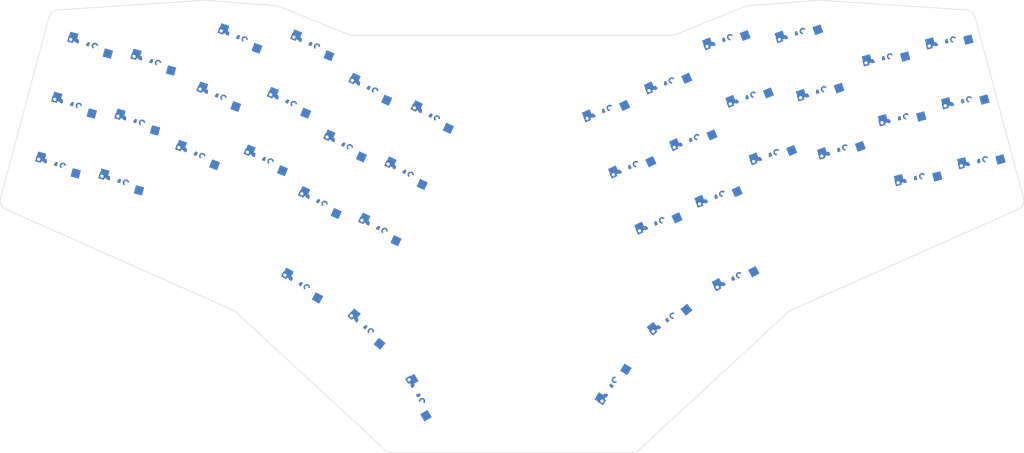
<source format=kicad_pcb>

            
(kicad_pcb (version 20171130) (host pcbnew 5.1.6)

  (page A3)
  (title_block
    (title prime)
    (rev v1.0.0)
    (company Unknown)
  )

  (general
    (thickness 1.6)
  )

  (layers
    (0 F.Cu signal)
    (31 B.Cu signal)
    (32 B.Adhes user)
    (33 F.Adhes user)
    (34 B.Paste user)
    (35 F.Paste user)
    (36 B.SilkS user)
    (37 F.SilkS user)
    (38 B.Mask user)
    (39 F.Mask user)
    (40 Dwgs.User user)
    (41 Cmts.User user)
    (42 Eco1.User user)
    (43 Eco2.User user)
    (44 Edge.Cuts user)
    (45 Margin user)
    (46 B.CrtYd user)
    (47 F.CrtYd user)
    (48 B.Fab user)
    (49 F.Fab user)
  )

  (setup
    (last_trace_width 0.25)
    (trace_clearance 0.2)
    (zone_clearance 0.508)
    (zone_45_only no)
    (trace_min 0.2)
    (via_size 0.8)
    (via_drill 0.4)
    (via_min_size 0.4)
    (via_min_drill 0.3)
    (uvia_size 0.3)
    (uvia_drill 0.1)
    (uvias_allowed no)
    (uvia_min_size 0.2)
    (uvia_min_drill 0.1)
    (edge_width 0.05)
    (segment_width 0.2)
    (pcb_text_width 0.3)
    (pcb_text_size 1.5 1.5)
    (mod_edge_width 0.12)
    (mod_text_size 1 1)
    (mod_text_width 0.15)
    (pad_size 1.524 1.524)
    (pad_drill 0.762)
    (pad_to_mask_clearance 0.05)
    (aux_axis_origin 0 0)
    (visible_elements FFFFFF7F)
    (pcbplotparams
      (layerselection 0x010fc_ffffffff)
      (usegerberextensions false)
      (usegerberattributes true)
      (usegerberadvancedattributes true)
      (creategerberjobfile true)
      (excludeedgelayer true)
      (linewidth 0.100000)
      (plotframeref false)
      (viasonmask false)
      (mode 1)
      (useauxorigin false)
      (hpglpennumber 1)
      (hpglpenspeed 20)
      (hpglpendiameter 15.000000)
      (psnegative false)
      (psa4output false)
      (plotreference true)
      (plotvalue true)
      (plotinvisibletext false)
      (padsonsilk false)
      (subtractmaskfromsilk false)
      (outputformat 1)
      (mirror false)
      (drillshape 1)
      (scaleselection 1)
      (outputdirectory ""))
  )

            (net 0 "")
(net 1 "COL5")
(net 2 "outer_bottom")
(net 3 "outer_home")
(net 4 "outer_top")
(net 5 "COL4")
(net 6 "pinky_bottom")
(net 7 "pinky_home")
(net 8 "pinky_top")
(net 9 "COL3")
(net 10 "ring_bottom")
(net 11 "ring_home")
(net 12 "ring_top")
(net 13 "COL2")
(net 14 "middle_bottom")
(net 15 "middle_home")
(net 16 "middle_top")
(net 17 "COL1")
(net 18 "index_bottom")
(net 19 "index_home")
(net 20 "index_top")
(net 21 "COL0")
(net 22 "inner_bottom")
(net 23 "inner_home")
(net 24 "inner_top")
(net 25 "outer_cluster")
(net 26 "middle_cluster")
(net 27 "inner_cluster")
(net 28 "mirror_outer_bottom")
(net 29 "mirror_outer_home")
(net 30 "mirror_outer_top")
(net 31 "mirror_pinky_bottom")
(net 32 "mirror_pinky_home")
(net 33 "mirror_pinky_top")
(net 34 "mirror_ring_bottom")
(net 35 "mirror_ring_home")
(net 36 "mirror_ring_top")
(net 37 "mirror_middle_bottom")
(net 38 "mirror_middle_home")
(net 39 "mirror_middle_top")
(net 40 "mirror_index_bottom")
(net 41 "mirror_index_home")
(net 42 "mirror_index_top")
(net 43 "mirror_inner_bottom")
(net 44 "mirror_inner_home")
(net 45 "mirror_inner_top")
(net 46 "mirror_outer_cluster")
(net 47 "mirror_middle_cluster")
(net 48 "mirror_inner_cluster")
(net 49 "ROW2")
(net 50 "ROW1")
(net 51 "ROW0")
(net 52 "ROW3")
(net 53 "ROW4")
(net 54 "ROW5")
(net 55 "ROW6")
            
  (net_class Default "This is the default net class."
    (clearance 0.2)
    (trace_width 0.25)
    (via_dia 0.8)
    (via_drill 0.4)
    (uvia_dia 0.3)
    (uvia_drill 0.1)
    (add_net "")
(add_net "COL5")
(add_net "outer_bottom")
(add_net "outer_home")
(add_net "outer_top")
(add_net "COL4")
(add_net "pinky_bottom")
(add_net "pinky_home")
(add_net "pinky_top")
(add_net "COL3")
(add_net "ring_bottom")
(add_net "ring_home")
(add_net "ring_top")
(add_net "COL2")
(add_net "middle_bottom")
(add_net "middle_home")
(add_net "middle_top")
(add_net "COL1")
(add_net "index_bottom")
(add_net "index_home")
(add_net "index_top")
(add_net "COL0")
(add_net "inner_bottom")
(add_net "inner_home")
(add_net "inner_top")
(add_net "outer_cluster")
(add_net "middle_cluster")
(add_net "inner_cluster")
(add_net "mirror_outer_bottom")
(add_net "mirror_outer_home")
(add_net "mirror_outer_top")
(add_net "mirror_pinky_bottom")
(add_net "mirror_pinky_home")
(add_net "mirror_pinky_top")
(add_net "mirror_ring_bottom")
(add_net "mirror_ring_home")
(add_net "mirror_ring_top")
(add_net "mirror_middle_bottom")
(add_net "mirror_middle_home")
(add_net "mirror_middle_top")
(add_net "mirror_index_bottom")
(add_net "mirror_index_home")
(add_net "mirror_index_top")
(add_net "mirror_inner_bottom")
(add_net "mirror_inner_home")
(add_net "mirror_inner_top")
(add_net "mirror_outer_cluster")
(add_net "mirror_middle_cluster")
(add_net "mirror_inner_cluster")
(add_net "ROW2")
(add_net "ROW1")
(add_net "ROW0")
(add_net "ROW3")
(add_net "ROW4")
(add_net "ROW5")
(add_net "ROW6")
  )

            
        
      (module PG1350 (layer F.Cu) (tedit 5DD50112)
      (at 0 0 -15)

      
      (fp_text reference "S1" (at 0 0) (layer F.SilkS) hide (effects (font (size 1.27 1.27) (thickness 0.15))))
      (fp_text value "" (at 0 0) (layer F.SilkS) hide (effects (font (size 1.27 1.27) (thickness 0.15))))

      
      (fp_line (start -7 -6) (end -7 -7) (layer Dwgs.User) (width 0.15))
      (fp_line (start -7 7) (end -6 7) (layer Dwgs.User) (width 0.15))
      (fp_line (start -6 -7) (end -7 -7) (layer Dwgs.User) (width 0.15))
      (fp_line (start -7 7) (end -7 6) (layer Dwgs.User) (width 0.15))
      (fp_line (start 7 6) (end 7 7) (layer Dwgs.User) (width 0.15))
      (fp_line (start 7 -7) (end 6 -7) (layer Dwgs.User) (width 0.15))
      (fp_line (start 6 7) (end 7 7) (layer Dwgs.User) (width 0.15))
      (fp_line (start 7 -7) (end 7 -6) (layer Dwgs.User) (width 0.15))      
      
      
      (pad "" np_thru_hole circle (at 0 0) (size 3.429 3.429) (drill 3.429) (layers *.Cu *.Mask))
        
      
      (pad "" np_thru_hole circle (at 5.5 0) (size 1.7018 1.7018) (drill 1.7018) (layers *.Cu *.Mask))
      (pad "" np_thru_hole circle (at -5.5 0) (size 1.7018 1.7018) (drill 1.7018) (layers *.Cu *.Mask))
      
        
      
      (fp_line (start -9 -8.5) (end 9 -8.5) (layer Dwgs.User) (width 0.15))
      (fp_line (start 9 -8.5) (end 9 8.5) (layer Dwgs.User) (width 0.15))
      (fp_line (start 9 8.5) (end -9 8.5) (layer Dwgs.User) (width 0.15))
      (fp_line (start -9 8.5) (end -9 -8.5) (layer Dwgs.User) (width 0.15))
      
        
          
          (pad "" np_thru_hole circle (at 5 -3.75) (size 3 3) (drill 3) (layers *.Cu *.Mask))
          (pad "" np_thru_hole circle (at 0 -5.95) (size 3 3) (drill 3) (layers *.Cu *.Mask))
      
          
          (pad 1 smd rect (at -3.275 -5.95 -15) (size 2.6 2.6) (layers B.Cu B.Paste B.Mask)  (net 1 "COL5"))
          (pad 2 smd rect (at 8.275 -3.75 -15) (size 2.6 2.6) (layers B.Cu B.Paste B.Mask)  (net 2 "outer_bottom"))
        )
        

        
      (module PG1350 (layer F.Cu) (tedit 5DD50112)
      (at 4.9175619 -18.3525907 -15)

      
      (fp_text reference "S2" (at 0 0) (layer F.SilkS) hide (effects (font (size 1.27 1.27) (thickness 0.15))))
      (fp_text value "" (at 0 0) (layer F.SilkS) hide (effects (font (size 1.27 1.27) (thickness 0.15))))

      
      (fp_line (start -7 -6) (end -7 -7) (layer Dwgs.User) (width 0.15))
      (fp_line (start -7 7) (end -6 7) (layer Dwgs.User) (width 0.15))
      (fp_line (start -6 -7) (end -7 -7) (layer Dwgs.User) (width 0.15))
      (fp_line (start -7 7) (end -7 6) (layer Dwgs.User) (width 0.15))
      (fp_line (start 7 6) (end 7 7) (layer Dwgs.User) (width 0.15))
      (fp_line (start 7 -7) (end 6 -7) (layer Dwgs.User) (width 0.15))
      (fp_line (start 6 7) (end 7 7) (layer Dwgs.User) (width 0.15))
      (fp_line (start 7 -7) (end 7 -6) (layer Dwgs.User) (width 0.15))      
      
      
      (pad "" np_thru_hole circle (at 0 0) (size 3.429 3.429) (drill 3.429) (layers *.Cu *.Mask))
        
      
      (pad "" np_thru_hole circle (at 5.5 0) (size 1.7018 1.7018) (drill 1.7018) (layers *.Cu *.Mask))
      (pad "" np_thru_hole circle (at -5.5 0) (size 1.7018 1.7018) (drill 1.7018) (layers *.Cu *.Mask))
      
        
      
      (fp_line (start -9 -8.5) (end 9 -8.5) (layer Dwgs.User) (width 0.15))
      (fp_line (start 9 -8.5) (end 9 8.5) (layer Dwgs.User) (width 0.15))
      (fp_line (start 9 8.5) (end -9 8.5) (layer Dwgs.User) (width 0.15))
      (fp_line (start -9 8.5) (end -9 -8.5) (layer Dwgs.User) (width 0.15))
      
        
          
          (pad "" np_thru_hole circle (at 5 -3.75) (size 3 3) (drill 3) (layers *.Cu *.Mask))
          (pad "" np_thru_hole circle (at 0 -5.95) (size 3 3) (drill 3) (layers *.Cu *.Mask))
      
          
          (pad 1 smd rect (at -3.275 -5.95 -15) (size 2.6 2.6) (layers B.Cu B.Paste B.Mask)  (net 1 "COL5"))
          (pad 2 smd rect (at 8.275 -3.75 -15) (size 2.6 2.6) (layers B.Cu B.Paste B.Mask)  (net 3 "outer_home"))
        )
        

        
      (module PG1350 (layer F.Cu) (tedit 5DD50112)
      (at 9.8351237 -36.7051814 -15)

      
      (fp_text reference "S3" (at 0 0) (layer F.SilkS) hide (effects (font (size 1.27 1.27) (thickness 0.15))))
      (fp_text value "" (at 0 0) (layer F.SilkS) hide (effects (font (size 1.27 1.27) (thickness 0.15))))

      
      (fp_line (start -7 -6) (end -7 -7) (layer Dwgs.User) (width 0.15))
      (fp_line (start -7 7) (end -6 7) (layer Dwgs.User) (width 0.15))
      (fp_line (start -6 -7) (end -7 -7) (layer Dwgs.User) (width 0.15))
      (fp_line (start -7 7) (end -7 6) (layer Dwgs.User) (width 0.15))
      (fp_line (start 7 6) (end 7 7) (layer Dwgs.User) (width 0.15))
      (fp_line (start 7 -7) (end 6 -7) (layer Dwgs.User) (width 0.15))
      (fp_line (start 6 7) (end 7 7) (layer Dwgs.User) (width 0.15))
      (fp_line (start 7 -7) (end 7 -6) (layer Dwgs.User) (width 0.15))      
      
      
      (pad "" np_thru_hole circle (at 0 0) (size 3.429 3.429) (drill 3.429) (layers *.Cu *.Mask))
        
      
      (pad "" np_thru_hole circle (at 5.5 0) (size 1.7018 1.7018) (drill 1.7018) (layers *.Cu *.Mask))
      (pad "" np_thru_hole circle (at -5.5 0) (size 1.7018 1.7018) (drill 1.7018) (layers *.Cu *.Mask))
      
        
      
      (fp_line (start -9 -8.5) (end 9 -8.5) (layer Dwgs.User) (width 0.15))
      (fp_line (start 9 -8.5) (end 9 8.5) (layer Dwgs.User) (width 0.15))
      (fp_line (start 9 8.5) (end -9 8.5) (layer Dwgs.User) (width 0.15))
      (fp_line (start -9 8.5) (end -9 -8.5) (layer Dwgs.User) (width 0.15))
      
        
          
          (pad "" np_thru_hole circle (at 5 -3.75) (size 3 3) (drill 3) (layers *.Cu *.Mask))
          (pad "" np_thru_hole circle (at 0 -5.95) (size 3 3) (drill 3) (layers *.Cu *.Mask))
      
          
          (pad 1 smd rect (at -3.275 -5.95 -15) (size 2.6 2.6) (layers B.Cu B.Paste B.Mask)  (net 1 "COL5"))
          (pad 2 smd rect (at 8.275 -3.75 -15) (size 2.6 2.6) (layers B.Cu B.Paste B.Mask)  (net 4 "outer_top"))
        )
        

        
      (module PG1350 (layer F.Cu) (tedit 5DD50112)
      (at 19.3668128 5.1893219 -15)

      
      (fp_text reference "S4" (at 0 0) (layer F.SilkS) hide (effects (font (size 1.27 1.27) (thickness 0.15))))
      (fp_text value "" (at 0 0) (layer F.SilkS) hide (effects (font (size 1.27 1.27) (thickness 0.15))))

      
      (fp_line (start -7 -6) (end -7 -7) (layer Dwgs.User) (width 0.15))
      (fp_line (start -7 7) (end -6 7) (layer Dwgs.User) (width 0.15))
      (fp_line (start -6 -7) (end -7 -7) (layer Dwgs.User) (width 0.15))
      (fp_line (start -7 7) (end -7 6) (layer Dwgs.User) (width 0.15))
      (fp_line (start 7 6) (end 7 7) (layer Dwgs.User) (width 0.15))
      (fp_line (start 7 -7) (end 6 -7) (layer Dwgs.User) (width 0.15))
      (fp_line (start 6 7) (end 7 7) (layer Dwgs.User) (width 0.15))
      (fp_line (start 7 -7) (end 7 -6) (layer Dwgs.User) (width 0.15))      
      
      
      (pad "" np_thru_hole circle (at 0 0) (size 3.429 3.429) (drill 3.429) (layers *.Cu *.Mask))
        
      
      (pad "" np_thru_hole circle (at 5.5 0) (size 1.7018 1.7018) (drill 1.7018) (layers *.Cu *.Mask))
      (pad "" np_thru_hole circle (at -5.5 0) (size 1.7018 1.7018) (drill 1.7018) (layers *.Cu *.Mask))
      
        
      
      (fp_line (start -9 -8.5) (end 9 -8.5) (layer Dwgs.User) (width 0.15))
      (fp_line (start 9 -8.5) (end 9 8.5) (layer Dwgs.User) (width 0.15))
      (fp_line (start 9 8.5) (end -9 8.5) (layer Dwgs.User) (width 0.15))
      (fp_line (start -9 8.5) (end -9 -8.5) (layer Dwgs.User) (width 0.15))
      
        
          
          (pad "" np_thru_hole circle (at 5 -3.75) (size 3 3) (drill 3) (layers *.Cu *.Mask))
          (pad "" np_thru_hole circle (at 0 -5.95) (size 3 3) (drill 3) (layers *.Cu *.Mask))
      
          
          (pad 1 smd rect (at -3.275 -5.95 -15) (size 2.6 2.6) (layers B.Cu B.Paste B.Mask)  (net 5 "COL4"))
          (pad 2 smd rect (at 8.275 -3.75 -15) (size 2.6 2.6) (layers B.Cu B.Paste B.Mask)  (net 6 "pinky_bottom"))
        )
        

        
      (module PG1350 (layer F.Cu) (tedit 5DD50112)
      (at 24.2843747 -13.1632688 -15)

      
      (fp_text reference "S5" (at 0 0) (layer F.SilkS) hide (effects (font (size 1.27 1.27) (thickness 0.15))))
      (fp_text value "" (at 0 0) (layer F.SilkS) hide (effects (font (size 1.27 1.27) (thickness 0.15))))

      
      (fp_line (start -7 -6) (end -7 -7) (layer Dwgs.User) (width 0.15))
      (fp_line (start -7 7) (end -6 7) (layer Dwgs.User) (width 0.15))
      (fp_line (start -6 -7) (end -7 -7) (layer Dwgs.User) (width 0.15))
      (fp_line (start -7 7) (end -7 6) (layer Dwgs.User) (width 0.15))
      (fp_line (start 7 6) (end 7 7) (layer Dwgs.User) (width 0.15))
      (fp_line (start 7 -7) (end 6 -7) (layer Dwgs.User) (width 0.15))
      (fp_line (start 6 7) (end 7 7) (layer Dwgs.User) (width 0.15))
      (fp_line (start 7 -7) (end 7 -6) (layer Dwgs.User) (width 0.15))      
      
      
      (pad "" np_thru_hole circle (at 0 0) (size 3.429 3.429) (drill 3.429) (layers *.Cu *.Mask))
        
      
      (pad "" np_thru_hole circle (at 5.5 0) (size 1.7018 1.7018) (drill 1.7018) (layers *.Cu *.Mask))
      (pad "" np_thru_hole circle (at -5.5 0) (size 1.7018 1.7018) (drill 1.7018) (layers *.Cu *.Mask))
      
        
      
      (fp_line (start -9 -8.5) (end 9 -8.5) (layer Dwgs.User) (width 0.15))
      (fp_line (start 9 -8.5) (end 9 8.5) (layer Dwgs.User) (width 0.15))
      (fp_line (start 9 8.5) (end -9 8.5) (layer Dwgs.User) (width 0.15))
      (fp_line (start -9 8.5) (end -9 -8.5) (layer Dwgs.User) (width 0.15))
      
        
          
          (pad "" np_thru_hole circle (at 5 -3.75) (size 3 3) (drill 3) (layers *.Cu *.Mask))
          (pad "" np_thru_hole circle (at 0 -5.95) (size 3 3) (drill 3) (layers *.Cu *.Mask))
      
          
          (pad 1 smd rect (at -3.275 -5.95 -15) (size 2.6 2.6) (layers B.Cu B.Paste B.Mask)  (net 5 "COL4"))
          (pad 2 smd rect (at 8.275 -3.75 -15) (size 2.6 2.6) (layers B.Cu B.Paste B.Mask)  (net 7 "pinky_home"))
        )
        

        
      (module PG1350 (layer F.Cu) (tedit 5DD50112)
      (at 29.2019365 -31.5158595 -15)

      
      (fp_text reference "S6" (at 0 0) (layer F.SilkS) hide (effects (font (size 1.27 1.27) (thickness 0.15))))
      (fp_text value "" (at 0 0) (layer F.SilkS) hide (effects (font (size 1.27 1.27) (thickness 0.15))))

      
      (fp_line (start -7 -6) (end -7 -7) (layer Dwgs.User) (width 0.15))
      (fp_line (start -7 7) (end -6 7) (layer Dwgs.User) (width 0.15))
      (fp_line (start -6 -7) (end -7 -7) (layer Dwgs.User) (width 0.15))
      (fp_line (start -7 7) (end -7 6) (layer Dwgs.User) (width 0.15))
      (fp_line (start 7 6) (end 7 7) (layer Dwgs.User) (width 0.15))
      (fp_line (start 7 -7) (end 6 -7) (layer Dwgs.User) (width 0.15))
      (fp_line (start 6 7) (end 7 7) (layer Dwgs.User) (width 0.15))
      (fp_line (start 7 -7) (end 7 -6) (layer Dwgs.User) (width 0.15))      
      
      
      (pad "" np_thru_hole circle (at 0 0) (size 3.429 3.429) (drill 3.429) (layers *.Cu *.Mask))
        
      
      (pad "" np_thru_hole circle (at 5.5 0) (size 1.7018 1.7018) (drill 1.7018) (layers *.Cu *.Mask))
      (pad "" np_thru_hole circle (at -5.5 0) (size 1.7018 1.7018) (drill 1.7018) (layers *.Cu *.Mask))
      
        
      
      (fp_line (start -9 -8.5) (end 9 -8.5) (layer Dwgs.User) (width 0.15))
      (fp_line (start 9 -8.5) (end 9 8.5) (layer Dwgs.User) (width 0.15))
      (fp_line (start 9 8.5) (end -9 8.5) (layer Dwgs.User) (width 0.15))
      (fp_line (start -9 8.5) (end -9 -8.5) (layer Dwgs.User) (width 0.15))
      
        
          
          (pad "" np_thru_hole circle (at 5 -3.75) (size 3 3) (drill 3) (layers *.Cu *.Mask))
          (pad "" np_thru_hole circle (at 0 -5.95) (size 3 3) (drill 3) (layers *.Cu *.Mask))
      
          
          (pad 1 smd rect (at -3.275 -5.95 -15) (size 2.6 2.6) (layers B.Cu B.Paste B.Mask)  (net 5 "COL4"))
          (pad 2 smd rect (at 8.275 -3.75 -15) (size 2.6 2.6) (layers B.Cu B.Paste B.Mask)  (net 8 "pinky_top"))
        )
        

        
      (module PG1350 (layer F.Cu) (tedit 5DD50112)
      (at 42.4315027 -3.4220215 -20)

      
      (fp_text reference "S7" (at 0 0) (layer F.SilkS) hide (effects (font (size 1.27 1.27) (thickness 0.15))))
      (fp_text value "" (at 0 0) (layer F.SilkS) hide (effects (font (size 1.27 1.27) (thickness 0.15))))

      
      (fp_line (start -7 -6) (end -7 -7) (layer Dwgs.User) (width 0.15))
      (fp_line (start -7 7) (end -6 7) (layer Dwgs.User) (width 0.15))
      (fp_line (start -6 -7) (end -7 -7) (layer Dwgs.User) (width 0.15))
      (fp_line (start -7 7) (end -7 6) (layer Dwgs.User) (width 0.15))
      (fp_line (start 7 6) (end 7 7) (layer Dwgs.User) (width 0.15))
      (fp_line (start 7 -7) (end 6 -7) (layer Dwgs.User) (width 0.15))
      (fp_line (start 6 7) (end 7 7) (layer Dwgs.User) (width 0.15))
      (fp_line (start 7 -7) (end 7 -6) (layer Dwgs.User) (width 0.15))      
      
      
      (pad "" np_thru_hole circle (at 0 0) (size 3.429 3.429) (drill 3.429) (layers *.Cu *.Mask))
        
      
      (pad "" np_thru_hole circle (at 5.5 0) (size 1.7018 1.7018) (drill 1.7018) (layers *.Cu *.Mask))
      (pad "" np_thru_hole circle (at -5.5 0) (size 1.7018 1.7018) (drill 1.7018) (layers *.Cu *.Mask))
      
        
      
      (fp_line (start -9 -8.5) (end 9 -8.5) (layer Dwgs.User) (width 0.15))
      (fp_line (start 9 -8.5) (end 9 8.5) (layer Dwgs.User) (width 0.15))
      (fp_line (start 9 8.5) (end -9 8.5) (layer Dwgs.User) (width 0.15))
      (fp_line (start -9 8.5) (end -9 -8.5) (layer Dwgs.User) (width 0.15))
      
        
          
          (pad "" np_thru_hole circle (at 5 -3.75) (size 3 3) (drill 3) (layers *.Cu *.Mask))
          (pad "" np_thru_hole circle (at 0 -5.95) (size 3 3) (drill 3) (layers *.Cu *.Mask))
      
          
          (pad 1 smd rect (at -3.275 -5.95 -20) (size 2.6 2.6) (layers B.Cu B.Paste B.Mask)  (net 9 "COL3"))
          (pad 2 smd rect (at 8.275 -3.75 -20) (size 2.6 2.6) (layers B.Cu B.Paste B.Mask)  (net 10 "ring_bottom"))
        )
        

        
      (module PG1350 (layer F.Cu) (tedit 5DD50112)
      (at 48.9298855 -21.2761814 -20)

      
      (fp_text reference "S8" (at 0 0) (layer F.SilkS) hide (effects (font (size 1.27 1.27) (thickness 0.15))))
      (fp_text value "" (at 0 0) (layer F.SilkS) hide (effects (font (size 1.27 1.27) (thickness 0.15))))

      
      (fp_line (start -7 -6) (end -7 -7) (layer Dwgs.User) (width 0.15))
      (fp_line (start -7 7) (end -6 7) (layer Dwgs.User) (width 0.15))
      (fp_line (start -6 -7) (end -7 -7) (layer Dwgs.User) (width 0.15))
      (fp_line (start -7 7) (end -7 6) (layer Dwgs.User) (width 0.15))
      (fp_line (start 7 6) (end 7 7) (layer Dwgs.User) (width 0.15))
      (fp_line (start 7 -7) (end 6 -7) (layer Dwgs.User) (width 0.15))
      (fp_line (start 6 7) (end 7 7) (layer Dwgs.User) (width 0.15))
      (fp_line (start 7 -7) (end 7 -6) (layer Dwgs.User) (width 0.15))      
      
      
      (pad "" np_thru_hole circle (at 0 0) (size 3.429 3.429) (drill 3.429) (layers *.Cu *.Mask))
        
      
      (pad "" np_thru_hole circle (at 5.5 0) (size 1.7018 1.7018) (drill 1.7018) (layers *.Cu *.Mask))
      (pad "" np_thru_hole circle (at -5.5 0) (size 1.7018 1.7018) (drill 1.7018) (layers *.Cu *.Mask))
      
        
      
      (fp_line (start -9 -8.5) (end 9 -8.5) (layer Dwgs.User) (width 0.15))
      (fp_line (start 9 -8.5) (end 9 8.5) (layer Dwgs.User) (width 0.15))
      (fp_line (start 9 8.5) (end -9 8.5) (layer Dwgs.User) (width 0.15))
      (fp_line (start -9 8.5) (end -9 -8.5) (layer Dwgs.User) (width 0.15))
      
        
          
          (pad "" np_thru_hole circle (at 5 -3.75) (size 3 3) (drill 3) (layers *.Cu *.Mask))
          (pad "" np_thru_hole circle (at 0 -5.95) (size 3 3) (drill 3) (layers *.Cu *.Mask))
      
          
          (pad 1 smd rect (at -3.275 -5.95 -20) (size 2.6 2.6) (layers B.Cu B.Paste B.Mask)  (net 9 "COL3"))
          (pad 2 smd rect (at 8.275 -3.75 -20) (size 2.6 2.6) (layers B.Cu B.Paste B.Mask)  (net 11 "ring_home"))
        )
        

        
      (module PG1350 (layer F.Cu) (tedit 5DD50112)
      (at 55.4282682 -39.1303412 -20)

      
      (fp_text reference "S9" (at 0 0) (layer F.SilkS) hide (effects (font (size 1.27 1.27) (thickness 0.15))))
      (fp_text value "" (at 0 0) (layer F.SilkS) hide (effects (font (size 1.27 1.27) (thickness 0.15))))

      
      (fp_line (start -7 -6) (end -7 -7) (layer Dwgs.User) (width 0.15))
      (fp_line (start -7 7) (end -6 7) (layer Dwgs.User) (width 0.15))
      (fp_line (start -6 -7) (end -7 -7) (layer Dwgs.User) (width 0.15))
      (fp_line (start -7 7) (end -7 6) (layer Dwgs.User) (width 0.15))
      (fp_line (start 7 6) (end 7 7) (layer Dwgs.User) (width 0.15))
      (fp_line (start 7 -7) (end 6 -7) (layer Dwgs.User) (width 0.15))
      (fp_line (start 6 7) (end 7 7) (layer Dwgs.User) (width 0.15))
      (fp_line (start 7 -7) (end 7 -6) (layer Dwgs.User) (width 0.15))      
      
      
      (pad "" np_thru_hole circle (at 0 0) (size 3.429 3.429) (drill 3.429) (layers *.Cu *.Mask))
        
      
      (pad "" np_thru_hole circle (at 5.5 0) (size 1.7018 1.7018) (drill 1.7018) (layers *.Cu *.Mask))
      (pad "" np_thru_hole circle (at -5.5 0) (size 1.7018 1.7018) (drill 1.7018) (layers *.Cu *.Mask))
      
        
      
      (fp_line (start -9 -8.5) (end 9 -8.5) (layer Dwgs.User) (width 0.15))
      (fp_line (start 9 -8.5) (end 9 8.5) (layer Dwgs.User) (width 0.15))
      (fp_line (start 9 8.5) (end -9 8.5) (layer Dwgs.User) (width 0.15))
      (fp_line (start -9 8.5) (end -9 -8.5) (layer Dwgs.User) (width 0.15))
      
        
          
          (pad "" np_thru_hole circle (at 5 -3.75) (size 3 3) (drill 3) (layers *.Cu *.Mask))
          (pad "" np_thru_hole circle (at 0 -5.95) (size 3 3) (drill 3) (layers *.Cu *.Mask))
      
          
          (pad 1 smd rect (at -3.275 -5.95 -20) (size 2.6 2.6) (layers B.Cu B.Paste B.Mask)  (net 9 "COL3"))
          (pad 2 smd rect (at 8.275 -3.75 -20) (size 2.6 2.6) (layers B.Cu B.Paste B.Mask)  (net 12 "ring_top"))
        )
        

        
      (module PG1350 (layer F.Cu) (tedit 5DD50112)
      (at 63.226985 -1.934861 -22)

      
      (fp_text reference "S10" (at 0 0) (layer F.SilkS) hide (effects (font (size 1.27 1.27) (thickness 0.15))))
      (fp_text value "" (at 0 0) (layer F.SilkS) hide (effects (font (size 1.27 1.27) (thickness 0.15))))

      
      (fp_line (start -7 -6) (end -7 -7) (layer Dwgs.User) (width 0.15))
      (fp_line (start -7 7) (end -6 7) (layer Dwgs.User) (width 0.15))
      (fp_line (start -6 -7) (end -7 -7) (layer Dwgs.User) (width 0.15))
      (fp_line (start -7 7) (end -7 6) (layer Dwgs.User) (width 0.15))
      (fp_line (start 7 6) (end 7 7) (layer Dwgs.User) (width 0.15))
      (fp_line (start 7 -7) (end 6 -7) (layer Dwgs.User) (width 0.15))
      (fp_line (start 6 7) (end 7 7) (layer Dwgs.User) (width 0.15))
      (fp_line (start 7 -7) (end 7 -6) (layer Dwgs.User) (width 0.15))      
      
      
      (pad "" np_thru_hole circle (at 0 0) (size 3.429 3.429) (drill 3.429) (layers *.Cu *.Mask))
        
      
      (pad "" np_thru_hole circle (at 5.5 0) (size 1.7018 1.7018) (drill 1.7018) (layers *.Cu *.Mask))
      (pad "" np_thru_hole circle (at -5.5 0) (size 1.7018 1.7018) (drill 1.7018) (layers *.Cu *.Mask))
      
        
      
      (fp_line (start -9 -8.5) (end 9 -8.5) (layer Dwgs.User) (width 0.15))
      (fp_line (start 9 -8.5) (end 9 8.5) (layer Dwgs.User) (width 0.15))
      (fp_line (start 9 8.5) (end -9 8.5) (layer Dwgs.User) (width 0.15))
      (fp_line (start -9 8.5) (end -9 -8.5) (layer Dwgs.User) (width 0.15))
      
        
          
          (pad "" np_thru_hole circle (at 5 -3.75) (size 3 3) (drill 3) (layers *.Cu *.Mask))
          (pad "" np_thru_hole circle (at 0 -5.95) (size 3 3) (drill 3) (layers *.Cu *.Mask))
      
          
          (pad 1 smd rect (at -3.275 -5.95 -22) (size 2.6 2.6) (layers B.Cu B.Paste B.Mask)  (net 13 "COL2"))
          (pad 2 smd rect (at 8.275 -3.75 -22) (size 2.6 2.6) (layers B.Cu B.Paste B.Mask)  (net 14 "middle_bottom"))
        )
        

        
      (module PG1350 (layer F.Cu) (tedit 5DD50112)
      (at 70.3445102 -19.5513543 -22)

      
      (fp_text reference "S11" (at 0 0) (layer F.SilkS) hide (effects (font (size 1.27 1.27) (thickness 0.15))))
      (fp_text value "" (at 0 0) (layer F.SilkS) hide (effects (font (size 1.27 1.27) (thickness 0.15))))

      
      (fp_line (start -7 -6) (end -7 -7) (layer Dwgs.User) (width 0.15))
      (fp_line (start -7 7) (end -6 7) (layer Dwgs.User) (width 0.15))
      (fp_line (start -6 -7) (end -7 -7) (layer Dwgs.User) (width 0.15))
      (fp_line (start -7 7) (end -7 6) (layer Dwgs.User) (width 0.15))
      (fp_line (start 7 6) (end 7 7) (layer Dwgs.User) (width 0.15))
      (fp_line (start 7 -7) (end 6 -7) (layer Dwgs.User) (width 0.15))
      (fp_line (start 6 7) (end 7 7) (layer Dwgs.User) (width 0.15))
      (fp_line (start 7 -7) (end 7 -6) (layer Dwgs.User) (width 0.15))      
      
      
      (pad "" np_thru_hole circle (at 0 0) (size 3.429 3.429) (drill 3.429) (layers *.Cu *.Mask))
        
      
      (pad "" np_thru_hole circle (at 5.5 0) (size 1.7018 1.7018) (drill 1.7018) (layers *.Cu *.Mask))
      (pad "" np_thru_hole circle (at -5.5 0) (size 1.7018 1.7018) (drill 1.7018) (layers *.Cu *.Mask))
      
        
      
      (fp_line (start -9 -8.5) (end 9 -8.5) (layer Dwgs.User) (width 0.15))
      (fp_line (start 9 -8.5) (end 9 8.5) (layer Dwgs.User) (width 0.15))
      (fp_line (start 9 8.5) (end -9 8.5) (layer Dwgs.User) (width 0.15))
      (fp_line (start -9 8.5) (end -9 -8.5) (layer Dwgs.User) (width 0.15))
      
        
          
          (pad "" np_thru_hole circle (at 5 -3.75) (size 3 3) (drill 3) (layers *.Cu *.Mask))
          (pad "" np_thru_hole circle (at 0 -5.95) (size 3 3) (drill 3) (layers *.Cu *.Mask))
      
          
          (pad 1 smd rect (at -3.275 -5.95 -22) (size 2.6 2.6) (layers B.Cu B.Paste B.Mask)  (net 13 "COL2"))
          (pad 2 smd rect (at 8.275 -3.75 -22) (size 2.6 2.6) (layers B.Cu B.Paste B.Mask)  (net 15 "middle_home"))
        )
        

        
      (module PG1350 (layer F.Cu) (tedit 5DD50112)
      (at 77.4620355 -37.1678475 -22)

      
      (fp_text reference "S12" (at 0 0) (layer F.SilkS) hide (effects (font (size 1.27 1.27) (thickness 0.15))))
      (fp_text value "" (at 0 0) (layer F.SilkS) hide (effects (font (size 1.27 1.27) (thickness 0.15))))

      
      (fp_line (start -7 -6) (end -7 -7) (layer Dwgs.User) (width 0.15))
      (fp_line (start -7 7) (end -6 7) (layer Dwgs.User) (width 0.15))
      (fp_line (start -6 -7) (end -7 -7) (layer Dwgs.User) (width 0.15))
      (fp_line (start -7 7) (end -7 6) (layer Dwgs.User) (width 0.15))
      (fp_line (start 7 6) (end 7 7) (layer Dwgs.User) (width 0.15))
      (fp_line (start 7 -7) (end 6 -7) (layer Dwgs.User) (width 0.15))
      (fp_line (start 6 7) (end 7 7) (layer Dwgs.User) (width 0.15))
      (fp_line (start 7 -7) (end 7 -6) (layer Dwgs.User) (width 0.15))      
      
      
      (pad "" np_thru_hole circle (at 0 0) (size 3.429 3.429) (drill 3.429) (layers *.Cu *.Mask))
        
      
      (pad "" np_thru_hole circle (at 5.5 0) (size 1.7018 1.7018) (drill 1.7018) (layers *.Cu *.Mask))
      (pad "" np_thru_hole circle (at -5.5 0) (size 1.7018 1.7018) (drill 1.7018) (layers *.Cu *.Mask))
      
        
      
      (fp_line (start -9 -8.5) (end 9 -8.5) (layer Dwgs.User) (width 0.15))
      (fp_line (start 9 -8.5) (end 9 8.5) (layer Dwgs.User) (width 0.15))
      (fp_line (start 9 8.5) (end -9 8.5) (layer Dwgs.User) (width 0.15))
      (fp_line (start -9 8.5) (end -9 -8.5) (layer Dwgs.User) (width 0.15))
      
        
          
          (pad "" np_thru_hole circle (at 5 -3.75) (size 3 3) (drill 3) (layers *.Cu *.Mask))
          (pad "" np_thru_hole circle (at 0 -5.95) (size 3 3) (drill 3) (layers *.Cu *.Mask))
      
          
          (pad 1 smd rect (at -3.275 -5.95 -22) (size 2.6 2.6) (layers B.Cu B.Paste B.Mask)  (net 13 "COL2"))
          (pad 2 smd rect (at 8.275 -3.75 -22) (size 2.6 2.6) (layers B.Cu B.Paste B.Mask)  (net 16 "middle_top"))
        )
        

        
      (module PG1350 (layer F.Cu) (tedit 5DD50112)
      (at 79.6761445 10.8748569 -24)

      
      (fp_text reference "S13" (at 0 0) (layer F.SilkS) hide (effects (font (size 1.27 1.27) (thickness 0.15))))
      (fp_text value "" (at 0 0) (layer F.SilkS) hide (effects (font (size 1.27 1.27) (thickness 0.15))))

      
      (fp_line (start -7 -6) (end -7 -7) (layer Dwgs.User) (width 0.15))
      (fp_line (start -7 7) (end -6 7) (layer Dwgs.User) (width 0.15))
      (fp_line (start -6 -7) (end -7 -7) (layer Dwgs.User) (width 0.15))
      (fp_line (start -7 7) (end -7 6) (layer Dwgs.User) (width 0.15))
      (fp_line (start 7 6) (end 7 7) (layer Dwgs.User) (width 0.15))
      (fp_line (start 7 -7) (end 6 -7) (layer Dwgs.User) (width 0.15))
      (fp_line (start 6 7) (end 7 7) (layer Dwgs.User) (width 0.15))
      (fp_line (start 7 -7) (end 7 -6) (layer Dwgs.User) (width 0.15))      
      
      
      (pad "" np_thru_hole circle (at 0 0) (size 3.429 3.429) (drill 3.429) (layers *.Cu *.Mask))
        
      
      (pad "" np_thru_hole circle (at 5.5 0) (size 1.7018 1.7018) (drill 1.7018) (layers *.Cu *.Mask))
      (pad "" np_thru_hole circle (at -5.5 0) (size 1.7018 1.7018) (drill 1.7018) (layers *.Cu *.Mask))
      
        
      
      (fp_line (start -9 -8.5) (end 9 -8.5) (layer Dwgs.User) (width 0.15))
      (fp_line (start 9 -8.5) (end 9 8.5) (layer Dwgs.User) (width 0.15))
      (fp_line (start 9 8.5) (end -9 8.5) (layer Dwgs.User) (width 0.15))
      (fp_line (start -9 8.5) (end -9 -8.5) (layer Dwgs.User) (width 0.15))
      
        
          
          (pad "" np_thru_hole circle (at 5 -3.75) (size 3 3) (drill 3) (layers *.Cu *.Mask))
          (pad "" np_thru_hole circle (at 0 -5.95) (size 3 3) (drill 3) (layers *.Cu *.Mask))
      
          
          (pad 1 smd rect (at -3.275 -5.95 -24) (size 2.6 2.6) (layers B.Cu B.Paste B.Mask)  (net 17 "COL1"))
          (pad 2 smd rect (at 8.275 -3.75 -24) (size 2.6 2.6) (layers B.Cu B.Paste B.Mask)  (net 18 "index_bottom"))
        )
        

        
      (module PG1350 (layer F.Cu) (tedit 5DD50112)
      (at 87.4041407 -6.4825068 -24)

      
      (fp_text reference "S14" (at 0 0) (layer F.SilkS) hide (effects (font (size 1.27 1.27) (thickness 0.15))))
      (fp_text value "" (at 0 0) (layer F.SilkS) hide (effects (font (size 1.27 1.27) (thickness 0.15))))

      
      (fp_line (start -7 -6) (end -7 -7) (layer Dwgs.User) (width 0.15))
      (fp_line (start -7 7) (end -6 7) (layer Dwgs.User) (width 0.15))
      (fp_line (start -6 -7) (end -7 -7) (layer Dwgs.User) (width 0.15))
      (fp_line (start -7 7) (end -7 6) (layer Dwgs.User) (width 0.15))
      (fp_line (start 7 6) (end 7 7) (layer Dwgs.User) (width 0.15))
      (fp_line (start 7 -7) (end 6 -7) (layer Dwgs.User) (width 0.15))
      (fp_line (start 6 7) (end 7 7) (layer Dwgs.User) (width 0.15))
      (fp_line (start 7 -7) (end 7 -6) (layer Dwgs.User) (width 0.15))      
      
      
      (pad "" np_thru_hole circle (at 0 0) (size 3.429 3.429) (drill 3.429) (layers *.Cu *.Mask))
        
      
      (pad "" np_thru_hole circle (at 5.5 0) (size 1.7018 1.7018) (drill 1.7018) (layers *.Cu *.Mask))
      (pad "" np_thru_hole circle (at -5.5 0) (size 1.7018 1.7018) (drill 1.7018) (layers *.Cu *.Mask))
      
        
      
      (fp_line (start -9 -8.5) (end 9 -8.5) (layer Dwgs.User) (width 0.15))
      (fp_line (start 9 -8.5) (end 9 8.5) (layer Dwgs.User) (width 0.15))
      (fp_line (start 9 8.5) (end -9 8.5) (layer Dwgs.User) (width 0.15))
      (fp_line (start -9 8.5) (end -9 -8.5) (layer Dwgs.User) (width 0.15))
      
        
          
          (pad "" np_thru_hole circle (at 5 -3.75) (size 3 3) (drill 3) (layers *.Cu *.Mask))
          (pad "" np_thru_hole circle (at 0 -5.95) (size 3 3) (drill 3) (layers *.Cu *.Mask))
      
          
          (pad 1 smd rect (at -3.275 -5.95 -24) (size 2.6 2.6) (layers B.Cu B.Paste B.Mask)  (net 17 "COL1"))
          (pad 2 smd rect (at 8.275 -3.75 -24) (size 2.6 2.6) (layers B.Cu B.Paste B.Mask)  (net 19 "index_home"))
        )
        

        
      (module PG1350 (layer F.Cu) (tedit 5DD50112)
      (at 95.1321369 -23.8398706 -24)

      
      (fp_text reference "S15" (at 0 0) (layer F.SilkS) hide (effects (font (size 1.27 1.27) (thickness 0.15))))
      (fp_text value "" (at 0 0) (layer F.SilkS) hide (effects (font (size 1.27 1.27) (thickness 0.15))))

      
      (fp_line (start -7 -6) (end -7 -7) (layer Dwgs.User) (width 0.15))
      (fp_line (start -7 7) (end -6 7) (layer Dwgs.User) (width 0.15))
      (fp_line (start -6 -7) (end -7 -7) (layer Dwgs.User) (width 0.15))
      (fp_line (start -7 7) (end -7 6) (layer Dwgs.User) (width 0.15))
      (fp_line (start 7 6) (end 7 7) (layer Dwgs.User) (width 0.15))
      (fp_line (start 7 -7) (end 6 -7) (layer Dwgs.User) (width 0.15))
      (fp_line (start 6 7) (end 7 7) (layer Dwgs.User) (width 0.15))
      (fp_line (start 7 -7) (end 7 -6) (layer Dwgs.User) (width 0.15))      
      
      
      (pad "" np_thru_hole circle (at 0 0) (size 3.429 3.429) (drill 3.429) (layers *.Cu *.Mask))
        
      
      (pad "" np_thru_hole circle (at 5.5 0) (size 1.7018 1.7018) (drill 1.7018) (layers *.Cu *.Mask))
      (pad "" np_thru_hole circle (at -5.5 0) (size 1.7018 1.7018) (drill 1.7018) (layers *.Cu *.Mask))
      
        
      
      (fp_line (start -9 -8.5) (end 9 -8.5) (layer Dwgs.User) (width 0.15))
      (fp_line (start 9 -8.5) (end 9 8.5) (layer Dwgs.User) (width 0.15))
      (fp_line (start 9 8.5) (end -9 8.5) (layer Dwgs.User) (width 0.15))
      (fp_line (start -9 8.5) (end -9 -8.5) (layer Dwgs.User) (width 0.15))
      
        
          
          (pad "" np_thru_hole circle (at 5 -3.75) (size 3 3) (drill 3) (layers *.Cu *.Mask))
          (pad "" np_thru_hole circle (at 0 -5.95) (size 3 3) (drill 3) (layers *.Cu *.Mask))
      
          
          (pad 1 smd rect (at -3.275 -5.95 -24) (size 2.6 2.6) (layers B.Cu B.Paste B.Mask)  (net 17 "COL1"))
          (pad 2 smd rect (at 8.275 -3.75 -24) (size 2.6 2.6) (layers B.Cu B.Paste B.Mask)  (net 20 "index_top"))
        )
        

        
      (module PG1350 (layer F.Cu) (tedit 5DD50112)
      (at 97.992731 19.0299266 -25)

      
      (fp_text reference "S16" (at 0 0) (layer F.SilkS) hide (effects (font (size 1.27 1.27) (thickness 0.15))))
      (fp_text value "" (at 0 0) (layer F.SilkS) hide (effects (font (size 1.27 1.27) (thickness 0.15))))

      
      (fp_line (start -7 -6) (end -7 -7) (layer Dwgs.User) (width 0.15))
      (fp_line (start -7 7) (end -6 7) (layer Dwgs.User) (width 0.15))
      (fp_line (start -6 -7) (end -7 -7) (layer Dwgs.User) (width 0.15))
      (fp_line (start -7 7) (end -7 6) (layer Dwgs.User) (width 0.15))
      (fp_line (start 7 6) (end 7 7) (layer Dwgs.User) (width 0.15))
      (fp_line (start 7 -7) (end 6 -7) (layer Dwgs.User) (width 0.15))
      (fp_line (start 6 7) (end 7 7) (layer Dwgs.User) (width 0.15))
      (fp_line (start 7 -7) (end 7 -6) (layer Dwgs.User) (width 0.15))      
      
      
      (pad "" np_thru_hole circle (at 0 0) (size 3.429 3.429) (drill 3.429) (layers *.Cu *.Mask))
        
      
      (pad "" np_thru_hole circle (at 5.5 0) (size 1.7018 1.7018) (drill 1.7018) (layers *.Cu *.Mask))
      (pad "" np_thru_hole circle (at -5.5 0) (size 1.7018 1.7018) (drill 1.7018) (layers *.Cu *.Mask))
      
        
      
      (fp_line (start -9 -8.5) (end 9 -8.5) (layer Dwgs.User) (width 0.15))
      (fp_line (start 9 -8.5) (end 9 8.5) (layer Dwgs.User) (width 0.15))
      (fp_line (start 9 8.5) (end -9 8.5) (layer Dwgs.User) (width 0.15))
      (fp_line (start -9 8.5) (end -9 -8.5) (layer Dwgs.User) (width 0.15))
      
        
          
          (pad "" np_thru_hole circle (at 5 -3.75) (size 3 3) (drill 3) (layers *.Cu *.Mask))
          (pad "" np_thru_hole circle (at 0 -5.95) (size 3 3) (drill 3) (layers *.Cu *.Mask))
      
          
          (pad 1 smd rect (at -3.275 -5.95 -25) (size 2.6 2.6) (layers B.Cu B.Paste B.Mask)  (net 21 "COL0"))
          (pad 2 smd rect (at 8.275 -3.75 -25) (size 2.6 2.6) (layers B.Cu B.Paste B.Mask)  (net 22 "inner_bottom"))
        )
        

        
      (module PG1350 (layer F.Cu) (tedit 5DD50112)
      (at 106.022478 1.8100787 -25)

      
      (fp_text reference "S17" (at 0 0) (layer F.SilkS) hide (effects (font (size 1.27 1.27) (thickness 0.15))))
      (fp_text value "" (at 0 0) (layer F.SilkS) hide (effects (font (size 1.27 1.27) (thickness 0.15))))

      
      (fp_line (start -7 -6) (end -7 -7) (layer Dwgs.User) (width 0.15))
      (fp_line (start -7 7) (end -6 7) (layer Dwgs.User) (width 0.15))
      (fp_line (start -6 -7) (end -7 -7) (layer Dwgs.User) (width 0.15))
      (fp_line (start -7 7) (end -7 6) (layer Dwgs.User) (width 0.15))
      (fp_line (start 7 6) (end 7 7) (layer Dwgs.User) (width 0.15))
      (fp_line (start 7 -7) (end 6 -7) (layer Dwgs.User) (width 0.15))
      (fp_line (start 6 7) (end 7 7) (layer Dwgs.User) (width 0.15))
      (fp_line (start 7 -7) (end 7 -6) (layer Dwgs.User) (width 0.15))      
      
      
      (pad "" np_thru_hole circle (at 0 0) (size 3.429 3.429) (drill 3.429) (layers *.Cu *.Mask))
        
      
      (pad "" np_thru_hole circle (at 5.5 0) (size 1.7018 1.7018) (drill 1.7018) (layers *.Cu *.Mask))
      (pad "" np_thru_hole circle (at -5.5 0) (size 1.7018 1.7018) (drill 1.7018) (layers *.Cu *.Mask))
      
        
      
      (fp_line (start -9 -8.5) (end 9 -8.5) (layer Dwgs.User) (width 0.15))
      (fp_line (start 9 -8.5) (end 9 8.5) (layer Dwgs.User) (width 0.15))
      (fp_line (start 9 8.5) (end -9 8.5) (layer Dwgs.User) (width 0.15))
      (fp_line (start -9 8.5) (end -9 -8.5) (layer Dwgs.User) (width 0.15))
      
        
          
          (pad "" np_thru_hole circle (at 5 -3.75) (size 3 3) (drill 3) (layers *.Cu *.Mask))
          (pad "" np_thru_hole circle (at 0 -5.95) (size 3 3) (drill 3) (layers *.Cu *.Mask))
      
          
          (pad 1 smd rect (at -3.275 -5.95 -25) (size 2.6 2.6) (layers B.Cu B.Paste B.Mask)  (net 21 "COL0"))
          (pad 2 smd rect (at 8.275 -3.75 -25) (size 2.6 2.6) (layers B.Cu B.Paste B.Mask)  (net 23 "inner_home"))
        )
        

        
      (module PG1350 (layer F.Cu) (tedit 5DD50112)
      (at 114.052225 -15.4097693 -25)

      
      (fp_text reference "S18" (at 0 0) (layer F.SilkS) hide (effects (font (size 1.27 1.27) (thickness 0.15))))
      (fp_text value "" (at 0 0) (layer F.SilkS) hide (effects (font (size 1.27 1.27) (thickness 0.15))))

      
      (fp_line (start -7 -6) (end -7 -7) (layer Dwgs.User) (width 0.15))
      (fp_line (start -7 7) (end -6 7) (layer Dwgs.User) (width 0.15))
      (fp_line (start -6 -7) (end -7 -7) (layer Dwgs.User) (width 0.15))
      (fp_line (start -7 7) (end -7 6) (layer Dwgs.User) (width 0.15))
      (fp_line (start 7 6) (end 7 7) (layer Dwgs.User) (width 0.15))
      (fp_line (start 7 -7) (end 6 -7) (layer Dwgs.User) (width 0.15))
      (fp_line (start 6 7) (end 7 7) (layer Dwgs.User) (width 0.15))
      (fp_line (start 7 -7) (end 7 -6) (layer Dwgs.User) (width 0.15))      
      
      
      (pad "" np_thru_hole circle (at 0 0) (size 3.429 3.429) (drill 3.429) (layers *.Cu *.Mask))
        
      
      (pad "" np_thru_hole circle (at 5.5 0) (size 1.7018 1.7018) (drill 1.7018) (layers *.Cu *.Mask))
      (pad "" np_thru_hole circle (at -5.5 0) (size 1.7018 1.7018) (drill 1.7018) (layers *.Cu *.Mask))
      
        
      
      (fp_line (start -9 -8.5) (end 9 -8.5) (layer Dwgs.User) (width 0.15))
      (fp_line (start 9 -8.5) (end 9 8.5) (layer Dwgs.User) (width 0.15))
      (fp_line (start 9 8.5) (end -9 8.5) (layer Dwgs.User) (width 0.15))
      (fp_line (start -9 8.5) (end -9 -8.5) (layer Dwgs.User) (width 0.15))
      
        
          
          (pad "" np_thru_hole circle (at 5 -3.75) (size 3 3) (drill 3) (layers *.Cu *.Mask))
          (pad "" np_thru_hole circle (at 0 -5.95) (size 3 3) (drill 3) (layers *.Cu *.Mask))
      
          
          (pad 1 smd rect (at -3.275 -5.95 -25) (size 2.6 2.6) (layers B.Cu B.Paste B.Mask)  (net 21 "COL0"))
          (pad 2 smd rect (at 8.275 -3.75 -25) (size 2.6 2.6) (layers B.Cu B.Paste B.Mask)  (net 24 "inner_top"))
        )
        

        
      (module PG1350 (layer F.Cu) (tedit 5DD50112)
      (at 73.9764101 35.9228583 -29)

      
      (fp_text reference "S19" (at 0 0) (layer F.SilkS) hide (effects (font (size 1.27 1.27) (thickness 0.15))))
      (fp_text value "" (at 0 0) (layer F.SilkS) hide (effects (font (size 1.27 1.27) (thickness 0.15))))

      
      (fp_line (start -7 -6) (end -7 -7) (layer Dwgs.User) (width 0.15))
      (fp_line (start -7 7) (end -6 7) (layer Dwgs.User) (width 0.15))
      (fp_line (start -6 -7) (end -7 -7) (layer Dwgs.User) (width 0.15))
      (fp_line (start -7 7) (end -7 6) (layer Dwgs.User) (width 0.15))
      (fp_line (start 7 6) (end 7 7) (layer Dwgs.User) (width 0.15))
      (fp_line (start 7 -7) (end 6 -7) (layer Dwgs.User) (width 0.15))
      (fp_line (start 6 7) (end 7 7) (layer Dwgs.User) (width 0.15))
      (fp_line (start 7 -7) (end 7 -6) (layer Dwgs.User) (width 0.15))      
      
      
      (pad "" np_thru_hole circle (at 0 0) (size 3.429 3.429) (drill 3.429) (layers *.Cu *.Mask))
        
      
      (pad "" np_thru_hole circle (at 5.5 0) (size 1.7018 1.7018) (drill 1.7018) (layers *.Cu *.Mask))
      (pad "" np_thru_hole circle (at -5.5 0) (size 1.7018 1.7018) (drill 1.7018) (layers *.Cu *.Mask))
      
        
      
      (fp_line (start -9 -8.5) (end 9 -8.5) (layer Dwgs.User) (width 0.15))
      (fp_line (start 9 -8.5) (end 9 8.5) (layer Dwgs.User) (width 0.15))
      (fp_line (start 9 8.5) (end -9 8.5) (layer Dwgs.User) (width 0.15))
      (fp_line (start -9 8.5) (end -9 -8.5) (layer Dwgs.User) (width 0.15))
      
        
          
          (pad "" np_thru_hole circle (at 5 -3.75) (size 3 3) (drill 3) (layers *.Cu *.Mask))
          (pad "" np_thru_hole circle (at 0 -5.95) (size 3 3) (drill 3) (layers *.Cu *.Mask))
      
          
          (pad 1 smd rect (at -3.275 -5.95 -29) (size 2.6 2.6) (layers B.Cu B.Paste B.Mask)  (net 9 "COL3"))
          (pad 2 smd rect (at 8.275 -3.75 -29) (size 2.6 2.6) (layers B.Cu B.Paste B.Mask)  (net 25 "outer_cluster"))
        )
        

        
      (module PG1350 (layer F.Cu) (tedit 5DD50112)
      (at 93.2591306 48.3983171 -39)

      
      (fp_text reference "S20" (at 0 0) (layer F.SilkS) hide (effects (font (size 1.27 1.27) (thickness 0.15))))
      (fp_text value "" (at 0 0) (layer F.SilkS) hide (effects (font (size 1.27 1.27) (thickness 0.15))))

      
      (fp_line (start -7 -6) (end -7 -7) (layer Dwgs.User) (width 0.15))
      (fp_line (start -7 7) (end -6 7) (layer Dwgs.User) (width 0.15))
      (fp_line (start -6 -7) (end -7 -7) (layer Dwgs.User) (width 0.15))
      (fp_line (start -7 7) (end -7 6) (layer Dwgs.User) (width 0.15))
      (fp_line (start 7 6) (end 7 7) (layer Dwgs.User) (width 0.15))
      (fp_line (start 7 -7) (end 6 -7) (layer Dwgs.User) (width 0.15))
      (fp_line (start 6 7) (end 7 7) (layer Dwgs.User) (width 0.15))
      (fp_line (start 7 -7) (end 7 -6) (layer Dwgs.User) (width 0.15))      
      
      
      (pad "" np_thru_hole circle (at 0 0) (size 3.429 3.429) (drill 3.429) (layers *.Cu *.Mask))
        
      
      (pad "" np_thru_hole circle (at 5.5 0) (size 1.7018 1.7018) (drill 1.7018) (layers *.Cu *.Mask))
      (pad "" np_thru_hole circle (at -5.5 0) (size 1.7018 1.7018) (drill 1.7018) (layers *.Cu *.Mask))
      
        
      
      (fp_line (start -9 -8.5) (end 9 -8.5) (layer Dwgs.User) (width 0.15))
      (fp_line (start 9 -8.5) (end 9 8.5) (layer Dwgs.User) (width 0.15))
      (fp_line (start 9 8.5) (end -9 8.5) (layer Dwgs.User) (width 0.15))
      (fp_line (start -9 8.5) (end -9 -8.5) (layer Dwgs.User) (width 0.15))
      
        
          
          (pad "" np_thru_hole circle (at 5 -3.75) (size 3 3) (drill 3) (layers *.Cu *.Mask))
          (pad "" np_thru_hole circle (at 0 -5.95) (size 3 3) (drill 3) (layers *.Cu *.Mask))
      
          
          (pad 1 smd rect (at -3.275 -5.95 -39) (size 2.6 2.6) (layers B.Cu B.Paste B.Mask)  (net 5 "COL4"))
          (pad 2 smd rect (at 8.275 -3.75 -39) (size 2.6 2.6) (layers B.Cu B.Paste B.Mask)  (net 26 "middle_cluster"))
        )
        

        
      (module PG1350 (layer F.Cu) (tedit 5DD50112)
      (at 108.7950187 67.5804964 -59)

      
      (fp_text reference "S21" (at 0 0) (layer F.SilkS) hide (effects (font (size 1.27 1.27) (thickness 0.15))))
      (fp_text value "" (at 0 0) (layer F.SilkS) hide (effects (font (size 1.27 1.27) (thickness 0.15))))

      
      (fp_line (start -7 -6) (end -7 -7) (layer Dwgs.User) (width 0.15))
      (fp_line (start -7 7) (end -6 7) (layer Dwgs.User) (width 0.15))
      (fp_line (start -6 -7) (end -7 -7) (layer Dwgs.User) (width 0.15))
      (fp_line (start -7 7) (end -7 6) (layer Dwgs.User) (width 0.15))
      (fp_line (start 7 6) (end 7 7) (layer Dwgs.User) (width 0.15))
      (fp_line (start 7 -7) (end 6 -7) (layer Dwgs.User) (width 0.15))
      (fp_line (start 6 7) (end 7 7) (layer Dwgs.User) (width 0.15))
      (fp_line (start 7 -7) (end 7 -6) (layer Dwgs.User) (width 0.15))      
      
      
      (pad "" np_thru_hole circle (at 0 0) (size 3.429 3.429) (drill 3.429) (layers *.Cu *.Mask))
        
      
      (pad "" np_thru_hole circle (at 5.5 0) (size 1.7018 1.7018) (drill 1.7018) (layers *.Cu *.Mask))
      (pad "" np_thru_hole circle (at -5.5 0) (size 1.7018 1.7018) (drill 1.7018) (layers *.Cu *.Mask))
      
        
      
      (fp_line (start -9 -8.5) (end 9 -8.5) (layer Dwgs.User) (width 0.15))
      (fp_line (start 9 -8.5) (end 9 8.5) (layer Dwgs.User) (width 0.15))
      (fp_line (start 9 8.5) (end -9 8.5) (layer Dwgs.User) (width 0.15))
      (fp_line (start -9 8.5) (end -9 -8.5) (layer Dwgs.User) (width 0.15))
      
        
          
          (pad "" np_thru_hole circle (at 5 -3.75) (size 3 3) (drill 3) (layers *.Cu *.Mask))
          (pad "" np_thru_hole circle (at 0 -5.95) (size 3 3) (drill 3) (layers *.Cu *.Mask))
      
          
          (pad 1 smd rect (at -3.275 -5.95 -59) (size 2.6 2.6) (layers B.Cu B.Paste B.Mask)  (net 1 "COL5"))
          (pad 2 smd rect (at 8.275 -3.75 -59) (size 2.6 2.6) (layers B.Cu B.Paste B.Mask)  (net 27 "inner_cluster"))
        )
        

        
      (module PG1350 (layer F.Cu) (tedit 5DD50112)
      (at 285.25445 0 15)

      
      (fp_text reference "S22" (at 0 0) (layer F.SilkS) hide (effects (font (size 1.27 1.27) (thickness 0.15))))
      (fp_text value "" (at 0 0) (layer F.SilkS) hide (effects (font (size 1.27 1.27) (thickness 0.15))))

      
      (fp_line (start -7 -6) (end -7 -7) (layer Dwgs.User) (width 0.15))
      (fp_line (start -7 7) (end -6 7) (layer Dwgs.User) (width 0.15))
      (fp_line (start -6 -7) (end -7 -7) (layer Dwgs.User) (width 0.15))
      (fp_line (start -7 7) (end -7 6) (layer Dwgs.User) (width 0.15))
      (fp_line (start 7 6) (end 7 7) (layer Dwgs.User) (width 0.15))
      (fp_line (start 7 -7) (end 6 -7) (layer Dwgs.User) (width 0.15))
      (fp_line (start 6 7) (end 7 7) (layer Dwgs.User) (width 0.15))
      (fp_line (start 7 -7) (end 7 -6) (layer Dwgs.User) (width 0.15))      
      
      
      (pad "" np_thru_hole circle (at 0 0) (size 3.429 3.429) (drill 3.429) (layers *.Cu *.Mask))
        
      
      (pad "" np_thru_hole circle (at 5.5 0) (size 1.7018 1.7018) (drill 1.7018) (layers *.Cu *.Mask))
      (pad "" np_thru_hole circle (at -5.5 0) (size 1.7018 1.7018) (drill 1.7018) (layers *.Cu *.Mask))
      
        
      
      (fp_line (start -9 -8.5) (end 9 -8.5) (layer Dwgs.User) (width 0.15))
      (fp_line (start 9 -8.5) (end 9 8.5) (layer Dwgs.User) (width 0.15))
      (fp_line (start 9 8.5) (end -9 8.5) (layer Dwgs.User) (width 0.15))
      (fp_line (start -9 8.5) (end -9 -8.5) (layer Dwgs.User) (width 0.15))
      
        
          
          (pad "" np_thru_hole circle (at 5 -3.75) (size 3 3) (drill 3) (layers *.Cu *.Mask))
          (pad "" np_thru_hole circle (at 0 -5.95) (size 3 3) (drill 3) (layers *.Cu *.Mask))
      
          
          (pad 1 smd rect (at -3.275 -5.95 15) (size 2.6 2.6) (layers B.Cu B.Paste B.Mask)  (net 1 "COL5"))
          (pad 2 smd rect (at 8.275 -3.75 15) (size 2.6 2.6) (layers B.Cu B.Paste B.Mask)  (net 28 "mirror_outer_bottom"))
        )
        

        
      (module PG1350 (layer F.Cu) (tedit 5DD50112)
      (at 280.3368881 -18.3525907 15)

      
      (fp_text reference "S23" (at 0 0) (layer F.SilkS) hide (effects (font (size 1.27 1.27) (thickness 0.15))))
      (fp_text value "" (at 0 0) (layer F.SilkS) hide (effects (font (size 1.27 1.27) (thickness 0.15))))

      
      (fp_line (start -7 -6) (end -7 -7) (layer Dwgs.User) (width 0.15))
      (fp_line (start -7 7) (end -6 7) (layer Dwgs.User) (width 0.15))
      (fp_line (start -6 -7) (end -7 -7) (layer Dwgs.User) (width 0.15))
      (fp_line (start -7 7) (end -7 6) (layer Dwgs.User) (width 0.15))
      (fp_line (start 7 6) (end 7 7) (layer Dwgs.User) (width 0.15))
      (fp_line (start 7 -7) (end 6 -7) (layer Dwgs.User) (width 0.15))
      (fp_line (start 6 7) (end 7 7) (layer Dwgs.User) (width 0.15))
      (fp_line (start 7 -7) (end 7 -6) (layer Dwgs.User) (width 0.15))      
      
      
      (pad "" np_thru_hole circle (at 0 0) (size 3.429 3.429) (drill 3.429) (layers *.Cu *.Mask))
        
      
      (pad "" np_thru_hole circle (at 5.5 0) (size 1.7018 1.7018) (drill 1.7018) (layers *.Cu *.Mask))
      (pad "" np_thru_hole circle (at -5.5 0) (size 1.7018 1.7018) (drill 1.7018) (layers *.Cu *.Mask))
      
        
      
      (fp_line (start -9 -8.5) (end 9 -8.5) (layer Dwgs.User) (width 0.15))
      (fp_line (start 9 -8.5) (end 9 8.5) (layer Dwgs.User) (width 0.15))
      (fp_line (start 9 8.5) (end -9 8.5) (layer Dwgs.User) (width 0.15))
      (fp_line (start -9 8.5) (end -9 -8.5) (layer Dwgs.User) (width 0.15))
      
        
          
          (pad "" np_thru_hole circle (at 5 -3.75) (size 3 3) (drill 3) (layers *.Cu *.Mask))
          (pad "" np_thru_hole circle (at 0 -5.95) (size 3 3) (drill 3) (layers *.Cu *.Mask))
      
          
          (pad 1 smd rect (at -3.275 -5.95 15) (size 2.6 2.6) (layers B.Cu B.Paste B.Mask)  (net 1 "COL5"))
          (pad 2 smd rect (at 8.275 -3.75 15) (size 2.6 2.6) (layers B.Cu B.Paste B.Mask)  (net 29 "mirror_outer_home"))
        )
        

        
      (module PG1350 (layer F.Cu) (tedit 5DD50112)
      (at 275.4193263 -36.7051814 15)

      
      (fp_text reference "S24" (at 0 0) (layer F.SilkS) hide (effects (font (size 1.27 1.27) (thickness 0.15))))
      (fp_text value "" (at 0 0) (layer F.SilkS) hide (effects (font (size 1.27 1.27) (thickness 0.15))))

      
      (fp_line (start -7 -6) (end -7 -7) (layer Dwgs.User) (width 0.15))
      (fp_line (start -7 7) (end -6 7) (layer Dwgs.User) (width 0.15))
      (fp_line (start -6 -7) (end -7 -7) (layer Dwgs.User) (width 0.15))
      (fp_line (start -7 7) (end -7 6) (layer Dwgs.User) (width 0.15))
      (fp_line (start 7 6) (end 7 7) (layer Dwgs.User) (width 0.15))
      (fp_line (start 7 -7) (end 6 -7) (layer Dwgs.User) (width 0.15))
      (fp_line (start 6 7) (end 7 7) (layer Dwgs.User) (width 0.15))
      (fp_line (start 7 -7) (end 7 -6) (layer Dwgs.User) (width 0.15))      
      
      
      (pad "" np_thru_hole circle (at 0 0) (size 3.429 3.429) (drill 3.429) (layers *.Cu *.Mask))
        
      
      (pad "" np_thru_hole circle (at 5.5 0) (size 1.7018 1.7018) (drill 1.7018) (layers *.Cu *.Mask))
      (pad "" np_thru_hole circle (at -5.5 0) (size 1.7018 1.7018) (drill 1.7018) (layers *.Cu *.Mask))
      
        
      
      (fp_line (start -9 -8.5) (end 9 -8.5) (layer Dwgs.User) (width 0.15))
      (fp_line (start 9 -8.5) (end 9 8.5) (layer Dwgs.User) (width 0.15))
      (fp_line (start 9 8.5) (end -9 8.5) (layer Dwgs.User) (width 0.15))
      (fp_line (start -9 8.5) (end -9 -8.5) (layer Dwgs.User) (width 0.15))
      
        
          
          (pad "" np_thru_hole circle (at 5 -3.75) (size 3 3) (drill 3) (layers *.Cu *.Mask))
          (pad "" np_thru_hole circle (at 0 -5.95) (size 3 3) (drill 3) (layers *.Cu *.Mask))
      
          
          (pad 1 smd rect (at -3.275 -5.95 15) (size 2.6 2.6) (layers B.Cu B.Paste B.Mask)  (net 1 "COL5"))
          (pad 2 smd rect (at 8.275 -3.75 15) (size 2.6 2.6) (layers B.Cu B.Paste B.Mask)  (net 30 "mirror_outer_top"))
        )
        

        
      (module PG1350 (layer F.Cu) (tedit 5DD50112)
      (at 265.88763720000003 5.1893219 15)

      
      (fp_text reference "S25" (at 0 0) (layer F.SilkS) hide (effects (font (size 1.27 1.27) (thickness 0.15))))
      (fp_text value "" (at 0 0) (layer F.SilkS) hide (effects (font (size 1.27 1.27) (thickness 0.15))))

      
      (fp_line (start -7 -6) (end -7 -7) (layer Dwgs.User) (width 0.15))
      (fp_line (start -7 7) (end -6 7) (layer Dwgs.User) (width 0.15))
      (fp_line (start -6 -7) (end -7 -7) (layer Dwgs.User) (width 0.15))
      (fp_line (start -7 7) (end -7 6) (layer Dwgs.User) (width 0.15))
      (fp_line (start 7 6) (end 7 7) (layer Dwgs.User) (width 0.15))
      (fp_line (start 7 -7) (end 6 -7) (layer Dwgs.User) (width 0.15))
      (fp_line (start 6 7) (end 7 7) (layer Dwgs.User) (width 0.15))
      (fp_line (start 7 -7) (end 7 -6) (layer Dwgs.User) (width 0.15))      
      
      
      (pad "" np_thru_hole circle (at 0 0) (size 3.429 3.429) (drill 3.429) (layers *.Cu *.Mask))
        
      
      (pad "" np_thru_hole circle (at 5.5 0) (size 1.7018 1.7018) (drill 1.7018) (layers *.Cu *.Mask))
      (pad "" np_thru_hole circle (at -5.5 0) (size 1.7018 1.7018) (drill 1.7018) (layers *.Cu *.Mask))
      
        
      
      (fp_line (start -9 -8.5) (end 9 -8.5) (layer Dwgs.User) (width 0.15))
      (fp_line (start 9 -8.5) (end 9 8.5) (layer Dwgs.User) (width 0.15))
      (fp_line (start 9 8.5) (end -9 8.5) (layer Dwgs.User) (width 0.15))
      (fp_line (start -9 8.5) (end -9 -8.5) (layer Dwgs.User) (width 0.15))
      
        
          
          (pad "" np_thru_hole circle (at 5 -3.75) (size 3 3) (drill 3) (layers *.Cu *.Mask))
          (pad "" np_thru_hole circle (at 0 -5.95) (size 3 3) (drill 3) (layers *.Cu *.Mask))
      
          
          (pad 1 smd rect (at -3.275 -5.95 15) (size 2.6 2.6) (layers B.Cu B.Paste B.Mask)  (net 5 "COL4"))
          (pad 2 smd rect (at 8.275 -3.75 15) (size 2.6 2.6) (layers B.Cu B.Paste B.Mask)  (net 31 "mirror_pinky_bottom"))
        )
        

        
      (module PG1350 (layer F.Cu) (tedit 5DD50112)
      (at 260.9700753 -13.1632688 15)

      
      (fp_text reference "S26" (at 0 0) (layer F.SilkS) hide (effects (font (size 1.27 1.27) (thickness 0.15))))
      (fp_text value "" (at 0 0) (layer F.SilkS) hide (effects (font (size 1.27 1.27) (thickness 0.15))))

      
      (fp_line (start -7 -6) (end -7 -7) (layer Dwgs.User) (width 0.15))
      (fp_line (start -7 7) (end -6 7) (layer Dwgs.User) (width 0.15))
      (fp_line (start -6 -7) (end -7 -7) (layer Dwgs.User) (width 0.15))
      (fp_line (start -7 7) (end -7 6) (layer Dwgs.User) (width 0.15))
      (fp_line (start 7 6) (end 7 7) (layer Dwgs.User) (width 0.15))
      (fp_line (start 7 -7) (end 6 -7) (layer Dwgs.User) (width 0.15))
      (fp_line (start 6 7) (end 7 7) (layer Dwgs.User) (width 0.15))
      (fp_line (start 7 -7) (end 7 -6) (layer Dwgs.User) (width 0.15))      
      
      
      (pad "" np_thru_hole circle (at 0 0) (size 3.429 3.429) (drill 3.429) (layers *.Cu *.Mask))
        
      
      (pad "" np_thru_hole circle (at 5.5 0) (size 1.7018 1.7018) (drill 1.7018) (layers *.Cu *.Mask))
      (pad "" np_thru_hole circle (at -5.5 0) (size 1.7018 1.7018) (drill 1.7018) (layers *.Cu *.Mask))
      
        
      
      (fp_line (start -9 -8.5) (end 9 -8.5) (layer Dwgs.User) (width 0.15))
      (fp_line (start 9 -8.5) (end 9 8.5) (layer Dwgs.User) (width 0.15))
      (fp_line (start 9 8.5) (end -9 8.5) (layer Dwgs.User) (width 0.15))
      (fp_line (start -9 8.5) (end -9 -8.5) (layer Dwgs.User) (width 0.15))
      
        
          
          (pad "" np_thru_hole circle (at 5 -3.75) (size 3 3) (drill 3) (layers *.Cu *.Mask))
          (pad "" np_thru_hole circle (at 0 -5.95) (size 3 3) (drill 3) (layers *.Cu *.Mask))
      
          
          (pad 1 smd rect (at -3.275 -5.95 15) (size 2.6 2.6) (layers B.Cu B.Paste B.Mask)  (net 5 "COL4"))
          (pad 2 smd rect (at 8.275 -3.75 15) (size 2.6 2.6) (layers B.Cu B.Paste B.Mask)  (net 32 "mirror_pinky_home"))
        )
        

        
      (module PG1350 (layer F.Cu) (tedit 5DD50112)
      (at 256.05251350000003 -31.5158595 15)

      
      (fp_text reference "S27" (at 0 0) (layer F.SilkS) hide (effects (font (size 1.27 1.27) (thickness 0.15))))
      (fp_text value "" (at 0 0) (layer F.SilkS) hide (effects (font (size 1.27 1.27) (thickness 0.15))))

      
      (fp_line (start -7 -6) (end -7 -7) (layer Dwgs.User) (width 0.15))
      (fp_line (start -7 7) (end -6 7) (layer Dwgs.User) (width 0.15))
      (fp_line (start -6 -7) (end -7 -7) (layer Dwgs.User) (width 0.15))
      (fp_line (start -7 7) (end -7 6) (layer Dwgs.User) (width 0.15))
      (fp_line (start 7 6) (end 7 7) (layer Dwgs.User) (width 0.15))
      (fp_line (start 7 -7) (end 6 -7) (layer Dwgs.User) (width 0.15))
      (fp_line (start 6 7) (end 7 7) (layer Dwgs.User) (width 0.15))
      (fp_line (start 7 -7) (end 7 -6) (layer Dwgs.User) (width 0.15))      
      
      
      (pad "" np_thru_hole circle (at 0 0) (size 3.429 3.429) (drill 3.429) (layers *.Cu *.Mask))
        
      
      (pad "" np_thru_hole circle (at 5.5 0) (size 1.7018 1.7018) (drill 1.7018) (layers *.Cu *.Mask))
      (pad "" np_thru_hole circle (at -5.5 0) (size 1.7018 1.7018) (drill 1.7018) (layers *.Cu *.Mask))
      
        
      
      (fp_line (start -9 -8.5) (end 9 -8.5) (layer Dwgs.User) (width 0.15))
      (fp_line (start 9 -8.5) (end 9 8.5) (layer Dwgs.User) (width 0.15))
      (fp_line (start 9 8.5) (end -9 8.5) (layer Dwgs.User) (width 0.15))
      (fp_line (start -9 8.5) (end -9 -8.5) (layer Dwgs.User) (width 0.15))
      
        
          
          (pad "" np_thru_hole circle (at 5 -3.75) (size 3 3) (drill 3) (layers *.Cu *.Mask))
          (pad "" np_thru_hole circle (at 0 -5.95) (size 3 3) (drill 3) (layers *.Cu *.Mask))
      
          
          (pad 1 smd rect (at -3.275 -5.95 15) (size 2.6 2.6) (layers B.Cu B.Paste B.Mask)  (net 5 "COL4"))
          (pad 2 smd rect (at 8.275 -3.75 15) (size 2.6 2.6) (layers B.Cu B.Paste B.Mask)  (net 33 "mirror_pinky_top"))
        )
        

        
      (module PG1350 (layer F.Cu) (tedit 5DD50112)
      (at 242.8229473 -3.4220215 20)

      
      (fp_text reference "S28" (at 0 0) (layer F.SilkS) hide (effects (font (size 1.27 1.27) (thickness 0.15))))
      (fp_text value "" (at 0 0) (layer F.SilkS) hide (effects (font (size 1.27 1.27) (thickness 0.15))))

      
      (fp_line (start -7 -6) (end -7 -7) (layer Dwgs.User) (width 0.15))
      (fp_line (start -7 7) (end -6 7) (layer Dwgs.User) (width 0.15))
      (fp_line (start -6 -7) (end -7 -7) (layer Dwgs.User) (width 0.15))
      (fp_line (start -7 7) (end -7 6) (layer Dwgs.User) (width 0.15))
      (fp_line (start 7 6) (end 7 7) (layer Dwgs.User) (width 0.15))
      (fp_line (start 7 -7) (end 6 -7) (layer Dwgs.User) (width 0.15))
      (fp_line (start 6 7) (end 7 7) (layer Dwgs.User) (width 0.15))
      (fp_line (start 7 -7) (end 7 -6) (layer Dwgs.User) (width 0.15))      
      
      
      (pad "" np_thru_hole circle (at 0 0) (size 3.429 3.429) (drill 3.429) (layers *.Cu *.Mask))
        
      
      (pad "" np_thru_hole circle (at 5.5 0) (size 1.7018 1.7018) (drill 1.7018) (layers *.Cu *.Mask))
      (pad "" np_thru_hole circle (at -5.5 0) (size 1.7018 1.7018) (drill 1.7018) (layers *.Cu *.Mask))
      
        
      
      (fp_line (start -9 -8.5) (end 9 -8.5) (layer Dwgs.User) (width 0.15))
      (fp_line (start 9 -8.5) (end 9 8.5) (layer Dwgs.User) (width 0.15))
      (fp_line (start 9 8.5) (end -9 8.5) (layer Dwgs.User) (width 0.15))
      (fp_line (start -9 8.5) (end -9 -8.5) (layer Dwgs.User) (width 0.15))
      
        
          
          (pad "" np_thru_hole circle (at 5 -3.75) (size 3 3) (drill 3) (layers *.Cu *.Mask))
          (pad "" np_thru_hole circle (at 0 -5.95) (size 3 3) (drill 3) (layers *.Cu *.Mask))
      
          
          (pad 1 smd rect (at -3.275 -5.95 20) (size 2.6 2.6) (layers B.Cu B.Paste B.Mask)  (net 9 "COL3"))
          (pad 2 smd rect (at 8.275 -3.75 20) (size 2.6 2.6) (layers B.Cu B.Paste B.Mask)  (net 34 "mirror_ring_bottom"))
        )
        

        
      (module PG1350 (layer F.Cu) (tedit 5DD50112)
      (at 236.3245645 -21.2761814 20)

      
      (fp_text reference "S29" (at 0 0) (layer F.SilkS) hide (effects (font (size 1.27 1.27) (thickness 0.15))))
      (fp_text value "" (at 0 0) (layer F.SilkS) hide (effects (font (size 1.27 1.27) (thickness 0.15))))

      
      (fp_line (start -7 -6) (end -7 -7) (layer Dwgs.User) (width 0.15))
      (fp_line (start -7 7) (end -6 7) (layer Dwgs.User) (width 0.15))
      (fp_line (start -6 -7) (end -7 -7) (layer Dwgs.User) (width 0.15))
      (fp_line (start -7 7) (end -7 6) (layer Dwgs.User) (width 0.15))
      (fp_line (start 7 6) (end 7 7) (layer Dwgs.User) (width 0.15))
      (fp_line (start 7 -7) (end 6 -7) (layer Dwgs.User) (width 0.15))
      (fp_line (start 6 7) (end 7 7) (layer Dwgs.User) (width 0.15))
      (fp_line (start 7 -7) (end 7 -6) (layer Dwgs.User) (width 0.15))      
      
      
      (pad "" np_thru_hole circle (at 0 0) (size 3.429 3.429) (drill 3.429) (layers *.Cu *.Mask))
        
      
      (pad "" np_thru_hole circle (at 5.5 0) (size 1.7018 1.7018) (drill 1.7018) (layers *.Cu *.Mask))
      (pad "" np_thru_hole circle (at -5.5 0) (size 1.7018 1.7018) (drill 1.7018) (layers *.Cu *.Mask))
      
        
      
      (fp_line (start -9 -8.5) (end 9 -8.5) (layer Dwgs.User) (width 0.15))
      (fp_line (start 9 -8.5) (end 9 8.5) (layer Dwgs.User) (width 0.15))
      (fp_line (start 9 8.5) (end -9 8.5) (layer Dwgs.User) (width 0.15))
      (fp_line (start -9 8.5) (end -9 -8.5) (layer Dwgs.User) (width 0.15))
      
        
          
          (pad "" np_thru_hole circle (at 5 -3.75) (size 3 3) (drill 3) (layers *.Cu *.Mask))
          (pad "" np_thru_hole circle (at 0 -5.95) (size 3 3) (drill 3) (layers *.Cu *.Mask))
      
          
          (pad 1 smd rect (at -3.275 -5.95 20) (size 2.6 2.6) (layers B.Cu B.Paste B.Mask)  (net 9 "COL3"))
          (pad 2 smd rect (at 8.275 -3.75 20) (size 2.6 2.6) (layers B.Cu B.Paste B.Mask)  (net 35 "mirror_ring_home"))
        )
        

        
      (module PG1350 (layer F.Cu) (tedit 5DD50112)
      (at 229.82618180000003 -39.1303412 20)

      
      (fp_text reference "S30" (at 0 0) (layer F.SilkS) hide (effects (font (size 1.27 1.27) (thickness 0.15))))
      (fp_text value "" (at 0 0) (layer F.SilkS) hide (effects (font (size 1.27 1.27) (thickness 0.15))))

      
      (fp_line (start -7 -6) (end -7 -7) (layer Dwgs.User) (width 0.15))
      (fp_line (start -7 7) (end -6 7) (layer Dwgs.User) (width 0.15))
      (fp_line (start -6 -7) (end -7 -7) (layer Dwgs.User) (width 0.15))
      (fp_line (start -7 7) (end -7 6) (layer Dwgs.User) (width 0.15))
      (fp_line (start 7 6) (end 7 7) (layer Dwgs.User) (width 0.15))
      (fp_line (start 7 -7) (end 6 -7) (layer Dwgs.User) (width 0.15))
      (fp_line (start 6 7) (end 7 7) (layer Dwgs.User) (width 0.15))
      (fp_line (start 7 -7) (end 7 -6) (layer Dwgs.User) (width 0.15))      
      
      
      (pad "" np_thru_hole circle (at 0 0) (size 3.429 3.429) (drill 3.429) (layers *.Cu *.Mask))
        
      
      (pad "" np_thru_hole circle (at 5.5 0) (size 1.7018 1.7018) (drill 1.7018) (layers *.Cu *.Mask))
      (pad "" np_thru_hole circle (at -5.5 0) (size 1.7018 1.7018) (drill 1.7018) (layers *.Cu *.Mask))
      
        
      
      (fp_line (start -9 -8.5) (end 9 -8.5) (layer Dwgs.User) (width 0.15))
      (fp_line (start 9 -8.5) (end 9 8.5) (layer Dwgs.User) (width 0.15))
      (fp_line (start 9 8.5) (end -9 8.5) (layer Dwgs.User) (width 0.15))
      (fp_line (start -9 8.5) (end -9 -8.5) (layer Dwgs.User) (width 0.15))
      
        
          
          (pad "" np_thru_hole circle (at 5 -3.75) (size 3 3) (drill 3) (layers *.Cu *.Mask))
          (pad "" np_thru_hole circle (at 0 -5.95) (size 3 3) (drill 3) (layers *.Cu *.Mask))
      
          
          (pad 1 smd rect (at -3.275 -5.95 20) (size 2.6 2.6) (layers B.Cu B.Paste B.Mask)  (net 9 "COL3"))
          (pad 2 smd rect (at 8.275 -3.75 20) (size 2.6 2.6) (layers B.Cu B.Paste B.Mask)  (net 36 "mirror_ring_top"))
        )
        

        
      (module PG1350 (layer F.Cu) (tedit 5DD50112)
      (at 222.027465 -1.934861 22)

      
      (fp_text reference "S31" (at 0 0) (layer F.SilkS) hide (effects (font (size 1.27 1.27) (thickness 0.15))))
      (fp_text value "" (at 0 0) (layer F.SilkS) hide (effects (font (size 1.27 1.27) (thickness 0.15))))

      
      (fp_line (start -7 -6) (end -7 -7) (layer Dwgs.User) (width 0.15))
      (fp_line (start -7 7) (end -6 7) (layer Dwgs.User) (width 0.15))
      (fp_line (start -6 -7) (end -7 -7) (layer Dwgs.User) (width 0.15))
      (fp_line (start -7 7) (end -7 6) (layer Dwgs.User) (width 0.15))
      (fp_line (start 7 6) (end 7 7) (layer Dwgs.User) (width 0.15))
      (fp_line (start 7 -7) (end 6 -7) (layer Dwgs.User) (width 0.15))
      (fp_line (start 6 7) (end 7 7) (layer Dwgs.User) (width 0.15))
      (fp_line (start 7 -7) (end 7 -6) (layer Dwgs.User) (width 0.15))      
      
      
      (pad "" np_thru_hole circle (at 0 0) (size 3.429 3.429) (drill 3.429) (layers *.Cu *.Mask))
        
      
      (pad "" np_thru_hole circle (at 5.5 0) (size 1.7018 1.7018) (drill 1.7018) (layers *.Cu *.Mask))
      (pad "" np_thru_hole circle (at -5.5 0) (size 1.7018 1.7018) (drill 1.7018) (layers *.Cu *.Mask))
      
        
      
      (fp_line (start -9 -8.5) (end 9 -8.5) (layer Dwgs.User) (width 0.15))
      (fp_line (start 9 -8.5) (end 9 8.5) (layer Dwgs.User) (width 0.15))
      (fp_line (start 9 8.5) (end -9 8.5) (layer Dwgs.User) (width 0.15))
      (fp_line (start -9 8.5) (end -9 -8.5) (layer Dwgs.User) (width 0.15))
      
        
          
          (pad "" np_thru_hole circle (at 5 -3.75) (size 3 3) (drill 3) (layers *.Cu *.Mask))
          (pad "" np_thru_hole circle (at 0 -5.95) (size 3 3) (drill 3) (layers *.Cu *.Mask))
      
          
          (pad 1 smd rect (at -3.275 -5.95 22) (size 2.6 2.6) (layers B.Cu B.Paste B.Mask)  (net 13 "COL2"))
          (pad 2 smd rect (at 8.275 -3.75 22) (size 2.6 2.6) (layers B.Cu B.Paste B.Mask)  (net 37 "mirror_middle_bottom"))
        )
        

        
      (module PG1350 (layer F.Cu) (tedit 5DD50112)
      (at 214.90993980000002 -19.5513543 22)

      
      (fp_text reference "S32" (at 0 0) (layer F.SilkS) hide (effects (font (size 1.27 1.27) (thickness 0.15))))
      (fp_text value "" (at 0 0) (layer F.SilkS) hide (effects (font (size 1.27 1.27) (thickness 0.15))))

      
      (fp_line (start -7 -6) (end -7 -7) (layer Dwgs.User) (width 0.15))
      (fp_line (start -7 7) (end -6 7) (layer Dwgs.User) (width 0.15))
      (fp_line (start -6 -7) (end -7 -7) (layer Dwgs.User) (width 0.15))
      (fp_line (start -7 7) (end -7 6) (layer Dwgs.User) (width 0.15))
      (fp_line (start 7 6) (end 7 7) (layer Dwgs.User) (width 0.15))
      (fp_line (start 7 -7) (end 6 -7) (layer Dwgs.User) (width 0.15))
      (fp_line (start 6 7) (end 7 7) (layer Dwgs.User) (width 0.15))
      (fp_line (start 7 -7) (end 7 -6) (layer Dwgs.User) (width 0.15))      
      
      
      (pad "" np_thru_hole circle (at 0 0) (size 3.429 3.429) (drill 3.429) (layers *.Cu *.Mask))
        
      
      (pad "" np_thru_hole circle (at 5.5 0) (size 1.7018 1.7018) (drill 1.7018) (layers *.Cu *.Mask))
      (pad "" np_thru_hole circle (at -5.5 0) (size 1.7018 1.7018) (drill 1.7018) (layers *.Cu *.Mask))
      
        
      
      (fp_line (start -9 -8.5) (end 9 -8.5) (layer Dwgs.User) (width 0.15))
      (fp_line (start 9 -8.5) (end 9 8.5) (layer Dwgs.User) (width 0.15))
      (fp_line (start 9 8.5) (end -9 8.5) (layer Dwgs.User) (width 0.15))
      (fp_line (start -9 8.5) (end -9 -8.5) (layer Dwgs.User) (width 0.15))
      
        
          
          (pad "" np_thru_hole circle (at 5 -3.75) (size 3 3) (drill 3) (layers *.Cu *.Mask))
          (pad "" np_thru_hole circle (at 0 -5.95) (size 3 3) (drill 3) (layers *.Cu *.Mask))
      
          
          (pad 1 smd rect (at -3.275 -5.95 22) (size 2.6 2.6) (layers B.Cu B.Paste B.Mask)  (net 13 "COL2"))
          (pad 2 smd rect (at 8.275 -3.75 22) (size 2.6 2.6) (layers B.Cu B.Paste B.Mask)  (net 38 "mirror_middle_home"))
        )
        

        
      (module PG1350 (layer F.Cu) (tedit 5DD50112)
      (at 207.7924145 -37.1678475 22)

      
      (fp_text reference "S33" (at 0 0) (layer F.SilkS) hide (effects (font (size 1.27 1.27) (thickness 0.15))))
      (fp_text value "" (at 0 0) (layer F.SilkS) hide (effects (font (size 1.27 1.27) (thickness 0.15))))

      
      (fp_line (start -7 -6) (end -7 -7) (layer Dwgs.User) (width 0.15))
      (fp_line (start -7 7) (end -6 7) (layer Dwgs.User) (width 0.15))
      (fp_line (start -6 -7) (end -7 -7) (layer Dwgs.User) (width 0.15))
      (fp_line (start -7 7) (end -7 6) (layer Dwgs.User) (width 0.15))
      (fp_line (start 7 6) (end 7 7) (layer Dwgs.User) (width 0.15))
      (fp_line (start 7 -7) (end 6 -7) (layer Dwgs.User) (width 0.15))
      (fp_line (start 6 7) (end 7 7) (layer Dwgs.User) (width 0.15))
      (fp_line (start 7 -7) (end 7 -6) (layer Dwgs.User) (width 0.15))      
      
      
      (pad "" np_thru_hole circle (at 0 0) (size 3.429 3.429) (drill 3.429) (layers *.Cu *.Mask))
        
      
      (pad "" np_thru_hole circle (at 5.5 0) (size 1.7018 1.7018) (drill 1.7018) (layers *.Cu *.Mask))
      (pad "" np_thru_hole circle (at -5.5 0) (size 1.7018 1.7018) (drill 1.7018) (layers *.Cu *.Mask))
      
        
      
      (fp_line (start -9 -8.5) (end 9 -8.5) (layer Dwgs.User) (width 0.15))
      (fp_line (start 9 -8.5) (end 9 8.5) (layer Dwgs.User) (width 0.15))
      (fp_line (start 9 8.5) (end -9 8.5) (layer Dwgs.User) (width 0.15))
      (fp_line (start -9 8.5) (end -9 -8.5) (layer Dwgs.User) (width 0.15))
      
        
          
          (pad "" np_thru_hole circle (at 5 -3.75) (size 3 3) (drill 3) (layers *.Cu *.Mask))
          (pad "" np_thru_hole circle (at 0 -5.95) (size 3 3) (drill 3) (layers *.Cu *.Mask))
      
          
          (pad 1 smd rect (at -3.275 -5.95 22) (size 2.6 2.6) (layers B.Cu B.Paste B.Mask)  (net 13 "COL2"))
          (pad 2 smd rect (at 8.275 -3.75 22) (size 2.6 2.6) (layers B.Cu B.Paste B.Mask)  (net 39 "mirror_middle_top"))
        )
        

        
      (module PG1350 (layer F.Cu) (tedit 5DD50112)
      (at 205.5783055 10.8748569 24)

      
      (fp_text reference "S34" (at 0 0) (layer F.SilkS) hide (effects (font (size 1.27 1.27) (thickness 0.15))))
      (fp_text value "" (at 0 0) (layer F.SilkS) hide (effects (font (size 1.27 1.27) (thickness 0.15))))

      
      (fp_line (start -7 -6) (end -7 -7) (layer Dwgs.User) (width 0.15))
      (fp_line (start -7 7) (end -6 7) (layer Dwgs.User) (width 0.15))
      (fp_line (start -6 -7) (end -7 -7) (layer Dwgs.User) (width 0.15))
      (fp_line (start -7 7) (end -7 6) (layer Dwgs.User) (width 0.15))
      (fp_line (start 7 6) (end 7 7) (layer Dwgs.User) (width 0.15))
      (fp_line (start 7 -7) (end 6 -7) (layer Dwgs.User) (width 0.15))
      (fp_line (start 6 7) (end 7 7) (layer Dwgs.User) (width 0.15))
      (fp_line (start 7 -7) (end 7 -6) (layer Dwgs.User) (width 0.15))      
      
      
      (pad "" np_thru_hole circle (at 0 0) (size 3.429 3.429) (drill 3.429) (layers *.Cu *.Mask))
        
      
      (pad "" np_thru_hole circle (at 5.5 0) (size 1.7018 1.7018) (drill 1.7018) (layers *.Cu *.Mask))
      (pad "" np_thru_hole circle (at -5.5 0) (size 1.7018 1.7018) (drill 1.7018) (layers *.Cu *.Mask))
      
        
      
      (fp_line (start -9 -8.5) (end 9 -8.5) (layer Dwgs.User) (width 0.15))
      (fp_line (start 9 -8.5) (end 9 8.5) (layer Dwgs.User) (width 0.15))
      (fp_line (start 9 8.5) (end -9 8.5) (layer Dwgs.User) (width 0.15))
      (fp_line (start -9 8.5) (end -9 -8.5) (layer Dwgs.User) (width 0.15))
      
        
          
          (pad "" np_thru_hole circle (at 5 -3.75) (size 3 3) (drill 3) (layers *.Cu *.Mask))
          (pad "" np_thru_hole circle (at 0 -5.95) (size 3 3) (drill 3) (layers *.Cu *.Mask))
      
          
          (pad 1 smd rect (at -3.275 -5.95 24) (size 2.6 2.6) (layers B.Cu B.Paste B.Mask)  (net 17 "COL1"))
          (pad 2 smd rect (at 8.275 -3.75 24) (size 2.6 2.6) (layers B.Cu B.Paste B.Mask)  (net 40 "mirror_index_bottom"))
        )
        

        
      (module PG1350 (layer F.Cu) (tedit 5DD50112)
      (at 197.85030930000002 -6.4825068 24)

      
      (fp_text reference "S35" (at 0 0) (layer F.SilkS) hide (effects (font (size 1.27 1.27) (thickness 0.15))))
      (fp_text value "" (at 0 0) (layer F.SilkS) hide (effects (font (size 1.27 1.27) (thickness 0.15))))

      
      (fp_line (start -7 -6) (end -7 -7) (layer Dwgs.User) (width 0.15))
      (fp_line (start -7 7) (end -6 7) (layer Dwgs.User) (width 0.15))
      (fp_line (start -6 -7) (end -7 -7) (layer Dwgs.User) (width 0.15))
      (fp_line (start -7 7) (end -7 6) (layer Dwgs.User) (width 0.15))
      (fp_line (start 7 6) (end 7 7) (layer Dwgs.User) (width 0.15))
      (fp_line (start 7 -7) (end 6 -7) (layer Dwgs.User) (width 0.15))
      (fp_line (start 6 7) (end 7 7) (layer Dwgs.User) (width 0.15))
      (fp_line (start 7 -7) (end 7 -6) (layer Dwgs.User) (width 0.15))      
      
      
      (pad "" np_thru_hole circle (at 0 0) (size 3.429 3.429) (drill 3.429) (layers *.Cu *.Mask))
        
      
      (pad "" np_thru_hole circle (at 5.5 0) (size 1.7018 1.7018) (drill 1.7018) (layers *.Cu *.Mask))
      (pad "" np_thru_hole circle (at -5.5 0) (size 1.7018 1.7018) (drill 1.7018) (layers *.Cu *.Mask))
      
        
      
      (fp_line (start -9 -8.5) (end 9 -8.5) (layer Dwgs.User) (width 0.15))
      (fp_line (start 9 -8.5) (end 9 8.5) (layer Dwgs.User) (width 0.15))
      (fp_line (start 9 8.5) (end -9 8.5) (layer Dwgs.User) (width 0.15))
      (fp_line (start -9 8.5) (end -9 -8.5) (layer Dwgs.User) (width 0.15))
      
        
          
          (pad "" np_thru_hole circle (at 5 -3.75) (size 3 3) (drill 3) (layers *.Cu *.Mask))
          (pad "" np_thru_hole circle (at 0 -5.95) (size 3 3) (drill 3) (layers *.Cu *.Mask))
      
          
          (pad 1 smd rect (at -3.275 -5.95 24) (size 2.6 2.6) (layers B.Cu B.Paste B.Mask)  (net 17 "COL1"))
          (pad 2 smd rect (at 8.275 -3.75 24) (size 2.6 2.6) (layers B.Cu B.Paste B.Mask)  (net 41 "mirror_index_home"))
        )
        

        
      (module PG1350 (layer F.Cu) (tedit 5DD50112)
      (at 190.1223131 -23.8398706 24)

      
      (fp_text reference "S36" (at 0 0) (layer F.SilkS) hide (effects (font (size 1.27 1.27) (thickness 0.15))))
      (fp_text value "" (at 0 0) (layer F.SilkS) hide (effects (font (size 1.27 1.27) (thickness 0.15))))

      
      (fp_line (start -7 -6) (end -7 -7) (layer Dwgs.User) (width 0.15))
      (fp_line (start -7 7) (end -6 7) (layer Dwgs.User) (width 0.15))
      (fp_line (start -6 -7) (end -7 -7) (layer Dwgs.User) (width 0.15))
      (fp_line (start -7 7) (end -7 6) (layer Dwgs.User) (width 0.15))
      (fp_line (start 7 6) (end 7 7) (layer Dwgs.User) (width 0.15))
      (fp_line (start 7 -7) (end 6 -7) (layer Dwgs.User) (width 0.15))
      (fp_line (start 6 7) (end 7 7) (layer Dwgs.User) (width 0.15))
      (fp_line (start 7 -7) (end 7 -6) (layer Dwgs.User) (width 0.15))      
      
      
      (pad "" np_thru_hole circle (at 0 0) (size 3.429 3.429) (drill 3.429) (layers *.Cu *.Mask))
        
      
      (pad "" np_thru_hole circle (at 5.5 0) (size 1.7018 1.7018) (drill 1.7018) (layers *.Cu *.Mask))
      (pad "" np_thru_hole circle (at -5.5 0) (size 1.7018 1.7018) (drill 1.7018) (layers *.Cu *.Mask))
      
        
      
      (fp_line (start -9 -8.5) (end 9 -8.5) (layer Dwgs.User) (width 0.15))
      (fp_line (start 9 -8.5) (end 9 8.5) (layer Dwgs.User) (width 0.15))
      (fp_line (start 9 8.5) (end -9 8.5) (layer Dwgs.User) (width 0.15))
      (fp_line (start -9 8.5) (end -9 -8.5) (layer Dwgs.User) (width 0.15))
      
        
          
          (pad "" np_thru_hole circle (at 5 -3.75) (size 3 3) (drill 3) (layers *.Cu *.Mask))
          (pad "" np_thru_hole circle (at 0 -5.95) (size 3 3) (drill 3) (layers *.Cu *.Mask))
      
          
          (pad 1 smd rect (at -3.275 -5.95 24) (size 2.6 2.6) (layers B.Cu B.Paste B.Mask)  (net 17 "COL1"))
          (pad 2 smd rect (at 8.275 -3.75 24) (size 2.6 2.6) (layers B.Cu B.Paste B.Mask)  (net 42 "mirror_index_top"))
        )
        

        
      (module PG1350 (layer F.Cu) (tedit 5DD50112)
      (at 187.26171900000003 19.0299266 25)

      
      (fp_text reference "S37" (at 0 0) (layer F.SilkS) hide (effects (font (size 1.27 1.27) (thickness 0.15))))
      (fp_text value "" (at 0 0) (layer F.SilkS) hide (effects (font (size 1.27 1.27) (thickness 0.15))))

      
      (fp_line (start -7 -6) (end -7 -7) (layer Dwgs.User) (width 0.15))
      (fp_line (start -7 7) (end -6 7) (layer Dwgs.User) (width 0.15))
      (fp_line (start -6 -7) (end -7 -7) (layer Dwgs.User) (width 0.15))
      (fp_line (start -7 7) (end -7 6) (layer Dwgs.User) (width 0.15))
      (fp_line (start 7 6) (end 7 7) (layer Dwgs.User) (width 0.15))
      (fp_line (start 7 -7) (end 6 -7) (layer Dwgs.User) (width 0.15))
      (fp_line (start 6 7) (end 7 7) (layer Dwgs.User) (width 0.15))
      (fp_line (start 7 -7) (end 7 -6) (layer Dwgs.User) (width 0.15))      
      
      
      (pad "" np_thru_hole circle (at 0 0) (size 3.429 3.429) (drill 3.429) (layers *.Cu *.Mask))
        
      
      (pad "" np_thru_hole circle (at 5.5 0) (size 1.7018 1.7018) (drill 1.7018) (layers *.Cu *.Mask))
      (pad "" np_thru_hole circle (at -5.5 0) (size 1.7018 1.7018) (drill 1.7018) (layers *.Cu *.Mask))
      
        
      
      (fp_line (start -9 -8.5) (end 9 -8.5) (layer Dwgs.User) (width 0.15))
      (fp_line (start 9 -8.5) (end 9 8.5) (layer Dwgs.User) (width 0.15))
      (fp_line (start 9 8.5) (end -9 8.5) (layer Dwgs.User) (width 0.15))
      (fp_line (start -9 8.5) (end -9 -8.5) (layer Dwgs.User) (width 0.15))
      
        
          
          (pad "" np_thru_hole circle (at 5 -3.75) (size 3 3) (drill 3) (layers *.Cu *.Mask))
          (pad "" np_thru_hole circle (at 0 -5.95) (size 3 3) (drill 3) (layers *.Cu *.Mask))
      
          
          (pad 1 smd rect (at -3.275 -5.95 25) (size 2.6 2.6) (layers B.Cu B.Paste B.Mask)  (net 21 "COL0"))
          (pad 2 smd rect (at 8.275 -3.75 25) (size 2.6 2.6) (layers B.Cu B.Paste B.Mask)  (net 43 "mirror_inner_bottom"))
        )
        

        
      (module PG1350 (layer F.Cu) (tedit 5DD50112)
      (at 179.231972 1.8100787 25)

      
      (fp_text reference "S38" (at 0 0) (layer F.SilkS) hide (effects (font (size 1.27 1.27) (thickness 0.15))))
      (fp_text value "" (at 0 0) (layer F.SilkS) hide (effects (font (size 1.27 1.27) (thickness 0.15))))

      
      (fp_line (start -7 -6) (end -7 -7) (layer Dwgs.User) (width 0.15))
      (fp_line (start -7 7) (end -6 7) (layer Dwgs.User) (width 0.15))
      (fp_line (start -6 -7) (end -7 -7) (layer Dwgs.User) (width 0.15))
      (fp_line (start -7 7) (end -7 6) (layer Dwgs.User) (width 0.15))
      (fp_line (start 7 6) (end 7 7) (layer Dwgs.User) (width 0.15))
      (fp_line (start 7 -7) (end 6 -7) (layer Dwgs.User) (width 0.15))
      (fp_line (start 6 7) (end 7 7) (layer Dwgs.User) (width 0.15))
      (fp_line (start 7 -7) (end 7 -6) (layer Dwgs.User) (width 0.15))      
      
      
      (pad "" np_thru_hole circle (at 0 0) (size 3.429 3.429) (drill 3.429) (layers *.Cu *.Mask))
        
      
      (pad "" np_thru_hole circle (at 5.5 0) (size 1.7018 1.7018) (drill 1.7018) (layers *.Cu *.Mask))
      (pad "" np_thru_hole circle (at -5.5 0) (size 1.7018 1.7018) (drill 1.7018) (layers *.Cu *.Mask))
      
        
      
      (fp_line (start -9 -8.5) (end 9 -8.5) (layer Dwgs.User) (width 0.15))
      (fp_line (start 9 -8.5) (end 9 8.5) (layer Dwgs.User) (width 0.15))
      (fp_line (start 9 8.5) (end -9 8.5) (layer Dwgs.User) (width 0.15))
      (fp_line (start -9 8.5) (end -9 -8.5) (layer Dwgs.User) (width 0.15))
      
        
          
          (pad "" np_thru_hole circle (at 5 -3.75) (size 3 3) (drill 3) (layers *.Cu *.Mask))
          (pad "" np_thru_hole circle (at 0 -5.95) (size 3 3) (drill 3) (layers *.Cu *.Mask))
      
          
          (pad 1 smd rect (at -3.275 -5.95 25) (size 2.6 2.6) (layers B.Cu B.Paste B.Mask)  (net 21 "COL0"))
          (pad 2 smd rect (at 8.275 -3.75 25) (size 2.6 2.6) (layers B.Cu B.Paste B.Mask)  (net 44 "mirror_inner_home"))
        )
        

        
      (module PG1350 (layer F.Cu) (tedit 5DD50112)
      (at 171.202225 -15.4097693 25)

      
      (fp_text reference "S39" (at 0 0) (layer F.SilkS) hide (effects (font (size 1.27 1.27) (thickness 0.15))))
      (fp_text value "" (at 0 0) (layer F.SilkS) hide (effects (font (size 1.27 1.27) (thickness 0.15))))

      
      (fp_line (start -7 -6) (end -7 -7) (layer Dwgs.User) (width 0.15))
      (fp_line (start -7 7) (end -6 7) (layer Dwgs.User) (width 0.15))
      (fp_line (start -6 -7) (end -7 -7) (layer Dwgs.User) (width 0.15))
      (fp_line (start -7 7) (end -7 6) (layer Dwgs.User) (width 0.15))
      (fp_line (start 7 6) (end 7 7) (layer Dwgs.User) (width 0.15))
      (fp_line (start 7 -7) (end 6 -7) (layer Dwgs.User) (width 0.15))
      (fp_line (start 6 7) (end 7 7) (layer Dwgs.User) (width 0.15))
      (fp_line (start 7 -7) (end 7 -6) (layer Dwgs.User) (width 0.15))      
      
      
      (pad "" np_thru_hole circle (at 0 0) (size 3.429 3.429) (drill 3.429) (layers *.Cu *.Mask))
        
      
      (pad "" np_thru_hole circle (at 5.5 0) (size 1.7018 1.7018) (drill 1.7018) (layers *.Cu *.Mask))
      (pad "" np_thru_hole circle (at -5.5 0) (size 1.7018 1.7018) (drill 1.7018) (layers *.Cu *.Mask))
      
        
      
      (fp_line (start -9 -8.5) (end 9 -8.5) (layer Dwgs.User) (width 0.15))
      (fp_line (start 9 -8.5) (end 9 8.5) (layer Dwgs.User) (width 0.15))
      (fp_line (start 9 8.5) (end -9 8.5) (layer Dwgs.User) (width 0.15))
      (fp_line (start -9 8.5) (end -9 -8.5) (layer Dwgs.User) (width 0.15))
      
        
          
          (pad "" np_thru_hole circle (at 5 -3.75) (size 3 3) (drill 3) (layers *.Cu *.Mask))
          (pad "" np_thru_hole circle (at 0 -5.95) (size 3 3) (drill 3) (layers *.Cu *.Mask))
      
          
          (pad 1 smd rect (at -3.275 -5.95 25) (size 2.6 2.6) (layers B.Cu B.Paste B.Mask)  (net 21 "COL0"))
          (pad 2 smd rect (at 8.275 -3.75 25) (size 2.6 2.6) (layers B.Cu B.Paste B.Mask)  (net 45 "mirror_inner_top"))
        )
        

        
      (module PG1350 (layer F.Cu) (tedit 5DD50112)
      (at 211.2780399 35.9228583 29)

      
      (fp_text reference "S40" (at 0 0) (layer F.SilkS) hide (effects (font (size 1.27 1.27) (thickness 0.15))))
      (fp_text value "" (at 0 0) (layer F.SilkS) hide (effects (font (size 1.27 1.27) (thickness 0.15))))

      
      (fp_line (start -7 -6) (end -7 -7) (layer Dwgs.User) (width 0.15))
      (fp_line (start -7 7) (end -6 7) (layer Dwgs.User) (width 0.15))
      (fp_line (start -6 -7) (end -7 -7) (layer Dwgs.User) (width 0.15))
      (fp_line (start -7 7) (end -7 6) (layer Dwgs.User) (width 0.15))
      (fp_line (start 7 6) (end 7 7) (layer Dwgs.User) (width 0.15))
      (fp_line (start 7 -7) (end 6 -7) (layer Dwgs.User) (width 0.15))
      (fp_line (start 6 7) (end 7 7) (layer Dwgs.User) (width 0.15))
      (fp_line (start 7 -7) (end 7 -6) (layer Dwgs.User) (width 0.15))      
      
      
      (pad "" np_thru_hole circle (at 0 0) (size 3.429 3.429) (drill 3.429) (layers *.Cu *.Mask))
        
      
      (pad "" np_thru_hole circle (at 5.5 0) (size 1.7018 1.7018) (drill 1.7018) (layers *.Cu *.Mask))
      (pad "" np_thru_hole circle (at -5.5 0) (size 1.7018 1.7018) (drill 1.7018) (layers *.Cu *.Mask))
      
        
      
      (fp_line (start -9 -8.5) (end 9 -8.5) (layer Dwgs.User) (width 0.15))
      (fp_line (start 9 -8.5) (end 9 8.5) (layer Dwgs.User) (width 0.15))
      (fp_line (start 9 8.5) (end -9 8.5) (layer Dwgs.User) (width 0.15))
      (fp_line (start -9 8.5) (end -9 -8.5) (layer Dwgs.User) (width 0.15))
      
        
          
          (pad "" np_thru_hole circle (at 5 -3.75) (size 3 3) (drill 3) (layers *.Cu *.Mask))
          (pad "" np_thru_hole circle (at 0 -5.95) (size 3 3) (drill 3) (layers *.Cu *.Mask))
      
          
          (pad 1 smd rect (at -3.275 -5.95 29) (size 2.6 2.6) (layers B.Cu B.Paste B.Mask)  (net 21 "COL0"))
          (pad 2 smd rect (at 8.275 -3.75 29) (size 2.6 2.6) (layers B.Cu B.Paste B.Mask)  (net 46 "mirror_outer_cluster"))
        )
        

        
      (module PG1350 (layer F.Cu) (tedit 5DD50112)
      (at 191.99531940000003 48.3983171 39)

      
      (fp_text reference "S41" (at 0 0) (layer F.SilkS) hide (effects (font (size 1.27 1.27) (thickness 0.15))))
      (fp_text value "" (at 0 0) (layer F.SilkS) hide (effects (font (size 1.27 1.27) (thickness 0.15))))

      
      (fp_line (start -7 -6) (end -7 -7) (layer Dwgs.User) (width 0.15))
      (fp_line (start -7 7) (end -6 7) (layer Dwgs.User) (width 0.15))
      (fp_line (start -6 -7) (end -7 -7) (layer Dwgs.User) (width 0.15))
      (fp_line (start -7 7) (end -7 6) (layer Dwgs.User) (width 0.15))
      (fp_line (start 7 6) (end 7 7) (layer Dwgs.User) (width 0.15))
      (fp_line (start 7 -7) (end 6 -7) (layer Dwgs.User) (width 0.15))
      (fp_line (start 6 7) (end 7 7) (layer Dwgs.User) (width 0.15))
      (fp_line (start 7 -7) (end 7 -6) (layer Dwgs.User) (width 0.15))      
      
      
      (pad "" np_thru_hole circle (at 0 0) (size 3.429 3.429) (drill 3.429) (layers *.Cu *.Mask))
        
      
      (pad "" np_thru_hole circle (at 5.5 0) (size 1.7018 1.7018) (drill 1.7018) (layers *.Cu *.Mask))
      (pad "" np_thru_hole circle (at -5.5 0) (size 1.7018 1.7018) (drill 1.7018) (layers *.Cu *.Mask))
      
        
      
      (fp_line (start -9 -8.5) (end 9 -8.5) (layer Dwgs.User) (width 0.15))
      (fp_line (start 9 -8.5) (end 9 8.5) (layer Dwgs.User) (width 0.15))
      (fp_line (start 9 8.5) (end -9 8.5) (layer Dwgs.User) (width 0.15))
      (fp_line (start -9 8.5) (end -9 -8.5) (layer Dwgs.User) (width 0.15))
      
        
          
          (pad "" np_thru_hole circle (at 5 -3.75) (size 3 3) (drill 3) (layers *.Cu *.Mask))
          (pad "" np_thru_hole circle (at 0 -5.95) (size 3 3) (drill 3) (layers *.Cu *.Mask))
      
          
          (pad 1 smd rect (at -3.275 -5.95 39) (size 2.6 2.6) (layers B.Cu B.Paste B.Mask)  (net 17 "COL1"))
          (pad 2 smd rect (at 8.275 -3.75 39) (size 2.6 2.6) (layers B.Cu B.Paste B.Mask)  (net 47 "mirror_middle_cluster"))
        )
        

        
      (module PG1350 (layer F.Cu) (tedit 5DD50112)
      (at 176.4594313 67.5804964 59)

      
      (fp_text reference "S42" (at 0 0) (layer F.SilkS) hide (effects (font (size 1.27 1.27) (thickness 0.15))))
      (fp_text value "" (at 0 0) (layer F.SilkS) hide (effects (font (size 1.27 1.27) (thickness 0.15))))

      
      (fp_line (start -7 -6) (end -7 -7) (layer Dwgs.User) (width 0.15))
      (fp_line (start -7 7) (end -6 7) (layer Dwgs.User) (width 0.15))
      (fp_line (start -6 -7) (end -7 -7) (layer Dwgs.User) (width 0.15))
      (fp_line (start -7 7) (end -7 6) (layer Dwgs.User) (width 0.15))
      (fp_line (start 7 6) (end 7 7) (layer Dwgs.User) (width 0.15))
      (fp_line (start 7 -7) (end 6 -7) (layer Dwgs.User) (width 0.15))
      (fp_line (start 6 7) (end 7 7) (layer Dwgs.User) (width 0.15))
      (fp_line (start 7 -7) (end 7 -6) (layer Dwgs.User) (width 0.15))      
      
      
      (pad "" np_thru_hole circle (at 0 0) (size 3.429 3.429) (drill 3.429) (layers *.Cu *.Mask))
        
      
      (pad "" np_thru_hole circle (at 5.5 0) (size 1.7018 1.7018) (drill 1.7018) (layers *.Cu *.Mask))
      (pad "" np_thru_hole circle (at -5.5 0) (size 1.7018 1.7018) (drill 1.7018) (layers *.Cu *.Mask))
      
        
      
      (fp_line (start -9 -8.5) (end 9 -8.5) (layer Dwgs.User) (width 0.15))
      (fp_line (start 9 -8.5) (end 9 8.5) (layer Dwgs.User) (width 0.15))
      (fp_line (start 9 8.5) (end -9 8.5) (layer Dwgs.User) (width 0.15))
      (fp_line (start -9 8.5) (end -9 -8.5) (layer Dwgs.User) (width 0.15))
      
        
          
          (pad "" np_thru_hole circle (at 5 -3.75) (size 3 3) (drill 3) (layers *.Cu *.Mask))
          (pad "" np_thru_hole circle (at 0 -5.95) (size 3 3) (drill 3) (layers *.Cu *.Mask))
      
          
          (pad 1 smd rect (at -3.275 -5.95 59) (size 2.6 2.6) (layers B.Cu B.Paste B.Mask)  (net 13 "COL2"))
          (pad 2 smd rect (at 8.275 -3.75 59) (size 2.6 2.6) (layers B.Cu B.Paste B.Mask)  (net 48 "mirror_inner_cluster"))
        )
        

  
    (module ComboDiode (layer F.Cu) (tedit 5B24D78E)


        (at 1.2940952 -4.8296291 -15)

        
        (fp_text reference "D1" (at 0 0) (layer F.SilkS) hide (effects (font (size 1.27 1.27) (thickness 0.15))))
        (fp_text value "" (at 0 0) (layer F.SilkS) hide (effects (font (size 1.27 1.27) (thickness 0.15))))
        
        
        (fp_line (start 0.25 0) (end 0.75 0) (layer F.SilkS) (width 0.1))
        (fp_line (start 0.25 0.4) (end -0.35 0) (layer F.SilkS) (width 0.1))
        (fp_line (start 0.25 -0.4) (end 0.25 0.4) (layer F.SilkS) (width 0.1))
        (fp_line (start -0.35 0) (end 0.25 -0.4) (layer F.SilkS) (width 0.1))
        (fp_line (start -0.35 0) (end -0.35 0.55) (layer F.SilkS) (width 0.1))
        (fp_line (start -0.35 0) (end -0.35 -0.55) (layer F.SilkS) (width 0.1))
        (fp_line (start -0.75 0) (end -0.35 0) (layer F.SilkS) (width 0.1))
        (fp_line (start 0.25 0) (end 0.75 0) (layer B.SilkS) (width 0.1))
        (fp_line (start 0.25 0.4) (end -0.35 0) (layer B.SilkS) (width 0.1))
        (fp_line (start 0.25 -0.4) (end 0.25 0.4) (layer B.SilkS) (width 0.1))
        (fp_line (start -0.35 0) (end 0.25 -0.4) (layer B.SilkS) (width 0.1))
        (fp_line (start -0.35 0) (end -0.35 0.55) (layer B.SilkS) (width 0.1))
        (fp_line (start -0.35 0) (end -0.35 -0.55) (layer B.SilkS) (width 0.1))
        (fp_line (start -0.75 0) (end -0.35 0) (layer B.SilkS) (width 0.1))
    
        
        (pad 1 smd rect (at -1.65 0 -15) (size 0.9 1.2) (layers F.Cu F.Paste F.Mask) (net 49 "ROW2"))
        (pad 2 smd rect (at 1.65 0 -15) (size 0.9 1.2) (layers B.Cu B.Paste B.Mask) (net 2 "outer_bottom"))
        (pad 1 smd rect (at -1.65 0 -15) (size 0.9 1.2) (layers B.Cu B.Paste B.Mask) (net 49 "ROW2"))
        (pad 2 smd rect (at 1.65 0 -15) (size 0.9 1.2) (layers F.Cu F.Paste F.Mask) (net 2 "outer_bottom"))
        
        
        (pad 1 thru_hole rect (at -3.81 0 -15) (size 1.778 1.778) (drill 0.9906) (layers *.Cu *.Mask) (net 49 "ROW2"))
        (pad 2 thru_hole circle (at 3.81 0 -15) (size 1.905 1.905) (drill 0.9906) (layers *.Cu *.Mask) (net 2 "outer_bottom"))
    )
  
    

  
    (module ComboDiode (layer F.Cu) (tedit 5B24D78E)


        (at 6.2116571 -23.1822198 -15)

        
        (fp_text reference "D2" (at 0 0) (layer F.SilkS) hide (effects (font (size 1.27 1.27) (thickness 0.15))))
        (fp_text value "" (at 0 0) (layer F.SilkS) hide (effects (font (size 1.27 1.27) (thickness 0.15))))
        
        
        (fp_line (start 0.25 0) (end 0.75 0) (layer F.SilkS) (width 0.1))
        (fp_line (start 0.25 0.4) (end -0.35 0) (layer F.SilkS) (width 0.1))
        (fp_line (start 0.25 -0.4) (end 0.25 0.4) (layer F.SilkS) (width 0.1))
        (fp_line (start -0.35 0) (end 0.25 -0.4) (layer F.SilkS) (width 0.1))
        (fp_line (start -0.35 0) (end -0.35 0.55) (layer F.SilkS) (width 0.1))
        (fp_line (start -0.35 0) (end -0.35 -0.55) (layer F.SilkS) (width 0.1))
        (fp_line (start -0.75 0) (end -0.35 0) (layer F.SilkS) (width 0.1))
        (fp_line (start 0.25 0) (end 0.75 0) (layer B.SilkS) (width 0.1))
        (fp_line (start 0.25 0.4) (end -0.35 0) (layer B.SilkS) (width 0.1))
        (fp_line (start 0.25 -0.4) (end 0.25 0.4) (layer B.SilkS) (width 0.1))
        (fp_line (start -0.35 0) (end 0.25 -0.4) (layer B.SilkS) (width 0.1))
        (fp_line (start -0.35 0) (end -0.35 0.55) (layer B.SilkS) (width 0.1))
        (fp_line (start -0.35 0) (end -0.35 -0.55) (layer B.SilkS) (width 0.1))
        (fp_line (start -0.75 0) (end -0.35 0) (layer B.SilkS) (width 0.1))
    
        
        (pad 1 smd rect (at -1.65 0 -15) (size 0.9 1.2) (layers F.Cu F.Paste F.Mask) (net 50 "ROW1"))
        (pad 2 smd rect (at 1.65 0 -15) (size 0.9 1.2) (layers B.Cu B.Paste B.Mask) (net 3 "outer_home"))
        (pad 1 smd rect (at -1.65 0 -15) (size 0.9 1.2) (layers B.Cu B.Paste B.Mask) (net 50 "ROW1"))
        (pad 2 smd rect (at 1.65 0 -15) (size 0.9 1.2) (layers F.Cu F.Paste F.Mask) (net 3 "outer_home"))
        
        
        (pad 1 thru_hole rect (at -3.81 0 -15) (size 1.778 1.778) (drill 0.9906) (layers *.Cu *.Mask) (net 50 "ROW1"))
        (pad 2 thru_hole circle (at 3.81 0 -15) (size 1.905 1.905) (drill 0.9906) (layers *.Cu *.Mask) (net 3 "outer_home"))
    )
  
    

  
    (module ComboDiode (layer F.Cu) (tedit 5B24D78E)


        (at 11.1292189 -41.5348105 -15)

        
        (fp_text reference "D3" (at 0 0) (layer F.SilkS) hide (effects (font (size 1.27 1.27) (thickness 0.15))))
        (fp_text value "" (at 0 0) (layer F.SilkS) hide (effects (font (size 1.27 1.27) (thickness 0.15))))
        
        
        (fp_line (start 0.25 0) (end 0.75 0) (layer F.SilkS) (width 0.1))
        (fp_line (start 0.25 0.4) (end -0.35 0) (layer F.SilkS) (width 0.1))
        (fp_line (start 0.25 -0.4) (end 0.25 0.4) (layer F.SilkS) (width 0.1))
        (fp_line (start -0.35 0) (end 0.25 -0.4) (layer F.SilkS) (width 0.1))
        (fp_line (start -0.35 0) (end -0.35 0.55) (layer F.SilkS) (width 0.1))
        (fp_line (start -0.35 0) (end -0.35 -0.55) (layer F.SilkS) (width 0.1))
        (fp_line (start -0.75 0) (end -0.35 0) (layer F.SilkS) (width 0.1))
        (fp_line (start 0.25 0) (end 0.75 0) (layer B.SilkS) (width 0.1))
        (fp_line (start 0.25 0.4) (end -0.35 0) (layer B.SilkS) (width 0.1))
        (fp_line (start 0.25 -0.4) (end 0.25 0.4) (layer B.SilkS) (width 0.1))
        (fp_line (start -0.35 0) (end 0.25 -0.4) (layer B.SilkS) (width 0.1))
        (fp_line (start -0.35 0) (end -0.35 0.55) (layer B.SilkS) (width 0.1))
        (fp_line (start -0.35 0) (end -0.35 -0.55) (layer B.SilkS) (width 0.1))
        (fp_line (start -0.75 0) (end -0.35 0) (layer B.SilkS) (width 0.1))
    
        
        (pad 1 smd rect (at -1.65 0 -15) (size 0.9 1.2) (layers F.Cu F.Paste F.Mask) (net 51 "ROW0"))
        (pad 2 smd rect (at 1.65 0 -15) (size 0.9 1.2) (layers B.Cu B.Paste B.Mask) (net 4 "outer_top"))
        (pad 1 smd rect (at -1.65 0 -15) (size 0.9 1.2) (layers B.Cu B.Paste B.Mask) (net 51 "ROW0"))
        (pad 2 smd rect (at 1.65 0 -15) (size 0.9 1.2) (layers F.Cu F.Paste F.Mask) (net 4 "outer_top"))
        
        
        (pad 1 thru_hole rect (at -3.81 0 -15) (size 1.778 1.778) (drill 0.9906) (layers *.Cu *.Mask) (net 51 "ROW0"))
        (pad 2 thru_hole circle (at 3.81 0 -15) (size 1.905 1.905) (drill 0.9906) (layers *.Cu *.Mask) (net 4 "outer_top"))
    )
  
    

  
    (module ComboDiode (layer F.Cu) (tedit 5B24D78E)


        (at 20.660908000000003 0.35969280000000037 -15)

        
        (fp_text reference "D4" (at 0 0) (layer F.SilkS) hide (effects (font (size 1.27 1.27) (thickness 0.15))))
        (fp_text value "" (at 0 0) (layer F.SilkS) hide (effects (font (size 1.27 1.27) (thickness 0.15))))
        
        
        (fp_line (start 0.25 0) (end 0.75 0) (layer F.SilkS) (width 0.1))
        (fp_line (start 0.25 0.4) (end -0.35 0) (layer F.SilkS) (width 0.1))
        (fp_line (start 0.25 -0.4) (end 0.25 0.4) (layer F.SilkS) (width 0.1))
        (fp_line (start -0.35 0) (end 0.25 -0.4) (layer F.SilkS) (width 0.1))
        (fp_line (start -0.35 0) (end -0.35 0.55) (layer F.SilkS) (width 0.1))
        (fp_line (start -0.35 0) (end -0.35 -0.55) (layer F.SilkS) (width 0.1))
        (fp_line (start -0.75 0) (end -0.35 0) (layer F.SilkS) (width 0.1))
        (fp_line (start 0.25 0) (end 0.75 0) (layer B.SilkS) (width 0.1))
        (fp_line (start 0.25 0.4) (end -0.35 0) (layer B.SilkS) (width 0.1))
        (fp_line (start 0.25 -0.4) (end 0.25 0.4) (layer B.SilkS) (width 0.1))
        (fp_line (start -0.35 0) (end 0.25 -0.4) (layer B.SilkS) (width 0.1))
        (fp_line (start -0.35 0) (end -0.35 0.55) (layer B.SilkS) (width 0.1))
        (fp_line (start -0.35 0) (end -0.35 -0.55) (layer B.SilkS) (width 0.1))
        (fp_line (start -0.75 0) (end -0.35 0) (layer B.SilkS) (width 0.1))
    
        
        (pad 1 smd rect (at -1.65 0 -15) (size 0.9 1.2) (layers F.Cu F.Paste F.Mask) (net 49 "ROW2"))
        (pad 2 smd rect (at 1.65 0 -15) (size 0.9 1.2) (layers B.Cu B.Paste B.Mask) (net 6 "pinky_bottom"))
        (pad 1 smd rect (at -1.65 0 -15) (size 0.9 1.2) (layers B.Cu B.Paste B.Mask) (net 49 "ROW2"))
        (pad 2 smd rect (at 1.65 0 -15) (size 0.9 1.2) (layers F.Cu F.Paste F.Mask) (net 6 "pinky_bottom"))
        
        
        (pad 1 thru_hole rect (at -3.81 0 -15) (size 1.778 1.778) (drill 0.9906) (layers *.Cu *.Mask) (net 49 "ROW2"))
        (pad 2 thru_hole circle (at 3.81 0 -15) (size 1.905 1.905) (drill 0.9906) (layers *.Cu *.Mask) (net 6 "pinky_bottom"))
    )
  
    

  
    (module ComboDiode (layer F.Cu) (tedit 5B24D78E)


        (at 25.5784699 -17.992897900000003 -15)

        
        (fp_text reference "D5" (at 0 0) (layer F.SilkS) hide (effects (font (size 1.27 1.27) (thickness 0.15))))
        (fp_text value "" (at 0 0) (layer F.SilkS) hide (effects (font (size 1.27 1.27) (thickness 0.15))))
        
        
        (fp_line (start 0.25 0) (end 0.75 0) (layer F.SilkS) (width 0.1))
        (fp_line (start 0.25 0.4) (end -0.35 0) (layer F.SilkS) (width 0.1))
        (fp_line (start 0.25 -0.4) (end 0.25 0.4) (layer F.SilkS) (width 0.1))
        (fp_line (start -0.35 0) (end 0.25 -0.4) (layer F.SilkS) (width 0.1))
        (fp_line (start -0.35 0) (end -0.35 0.55) (layer F.SilkS) (width 0.1))
        (fp_line (start -0.35 0) (end -0.35 -0.55) (layer F.SilkS) (width 0.1))
        (fp_line (start -0.75 0) (end -0.35 0) (layer F.SilkS) (width 0.1))
        (fp_line (start 0.25 0) (end 0.75 0) (layer B.SilkS) (width 0.1))
        (fp_line (start 0.25 0.4) (end -0.35 0) (layer B.SilkS) (width 0.1))
        (fp_line (start 0.25 -0.4) (end 0.25 0.4) (layer B.SilkS) (width 0.1))
        (fp_line (start -0.35 0) (end 0.25 -0.4) (layer B.SilkS) (width 0.1))
        (fp_line (start -0.35 0) (end -0.35 0.55) (layer B.SilkS) (width 0.1))
        (fp_line (start -0.35 0) (end -0.35 -0.55) (layer B.SilkS) (width 0.1))
        (fp_line (start -0.75 0) (end -0.35 0) (layer B.SilkS) (width 0.1))
    
        
        (pad 1 smd rect (at -1.65 0 -15) (size 0.9 1.2) (layers F.Cu F.Paste F.Mask) (net 50 "ROW1"))
        (pad 2 smd rect (at 1.65 0 -15) (size 0.9 1.2) (layers B.Cu B.Paste B.Mask) (net 7 "pinky_home"))
        (pad 1 smd rect (at -1.65 0 -15) (size 0.9 1.2) (layers B.Cu B.Paste B.Mask) (net 50 "ROW1"))
        (pad 2 smd rect (at 1.65 0 -15) (size 0.9 1.2) (layers F.Cu F.Paste F.Mask) (net 7 "pinky_home"))
        
        
        (pad 1 thru_hole rect (at -3.81 0 -15) (size 1.778 1.778) (drill 0.9906) (layers *.Cu *.Mask) (net 50 "ROW1"))
        (pad 2 thru_hole circle (at 3.81 0 -15) (size 1.905 1.905) (drill 0.9906) (layers *.Cu *.Mask) (net 7 "pinky_home"))
    )
  
    

  
    (module ComboDiode (layer F.Cu) (tedit 5B24D78E)


        (at 30.4960317 -36.3454886 -15)

        
        (fp_text reference "D6" (at 0 0) (layer F.SilkS) hide (effects (font (size 1.27 1.27) (thickness 0.15))))
        (fp_text value "" (at 0 0) (layer F.SilkS) hide (effects (font (size 1.27 1.27) (thickness 0.15))))
        
        
        (fp_line (start 0.25 0) (end 0.75 0) (layer F.SilkS) (width 0.1))
        (fp_line (start 0.25 0.4) (end -0.35 0) (layer F.SilkS) (width 0.1))
        (fp_line (start 0.25 -0.4) (end 0.25 0.4) (layer F.SilkS) (width 0.1))
        (fp_line (start -0.35 0) (end 0.25 -0.4) (layer F.SilkS) (width 0.1))
        (fp_line (start -0.35 0) (end -0.35 0.55) (layer F.SilkS) (width 0.1))
        (fp_line (start -0.35 0) (end -0.35 -0.55) (layer F.SilkS) (width 0.1))
        (fp_line (start -0.75 0) (end -0.35 0) (layer F.SilkS) (width 0.1))
        (fp_line (start 0.25 0) (end 0.75 0) (layer B.SilkS) (width 0.1))
        (fp_line (start 0.25 0.4) (end -0.35 0) (layer B.SilkS) (width 0.1))
        (fp_line (start 0.25 -0.4) (end 0.25 0.4) (layer B.SilkS) (width 0.1))
        (fp_line (start -0.35 0) (end 0.25 -0.4) (layer B.SilkS) (width 0.1))
        (fp_line (start -0.35 0) (end -0.35 0.55) (layer B.SilkS) (width 0.1))
        (fp_line (start -0.35 0) (end -0.35 -0.55) (layer B.SilkS) (width 0.1))
        (fp_line (start -0.75 0) (end -0.35 0) (layer B.SilkS) (width 0.1))
    
        
        (pad 1 smd rect (at -1.65 0 -15) (size 0.9 1.2) (layers F.Cu F.Paste F.Mask) (net 51 "ROW0"))
        (pad 2 smd rect (at 1.65 0 -15) (size 0.9 1.2) (layers B.Cu B.Paste B.Mask) (net 8 "pinky_top"))
        (pad 1 smd rect (at -1.65 0 -15) (size 0.9 1.2) (layers B.Cu B.Paste B.Mask) (net 51 "ROW0"))
        (pad 2 smd rect (at 1.65 0 -15) (size 0.9 1.2) (layers F.Cu F.Paste F.Mask) (net 8 "pinky_top"))
        
        
        (pad 1 thru_hole rect (at -3.81 0 -15) (size 1.778 1.778) (drill 0.9906) (layers *.Cu *.Mask) (net 51 "ROW0"))
        (pad 2 thru_hole circle (at 3.81 0 -15) (size 1.905 1.905) (drill 0.9906) (layers *.Cu *.Mask) (net 8 "pinky_top"))
    )
  
    

  
    (module ComboDiode (layer F.Cu) (tedit 5B24D78E)


        (at 44.1416034 -8.1204846 -20)

        
        (fp_text reference "D7" (at 0 0) (layer F.SilkS) hide (effects (font (size 1.27 1.27) (thickness 0.15))))
        (fp_text value "" (at 0 0) (layer F.SilkS) hide (effects (font (size 1.27 1.27) (thickness 0.15))))
        
        
        (fp_line (start 0.25 0) (end 0.75 0) (layer F.SilkS) (width 0.1))
        (fp_line (start 0.25 0.4) (end -0.35 0) (layer F.SilkS) (width 0.1))
        (fp_line (start 0.25 -0.4) (end 0.25 0.4) (layer F.SilkS) (width 0.1))
        (fp_line (start -0.35 0) (end 0.25 -0.4) (layer F.SilkS) (width 0.1))
        (fp_line (start -0.35 0) (end -0.35 0.55) (layer F.SilkS) (width 0.1))
        (fp_line (start -0.35 0) (end -0.35 -0.55) (layer F.SilkS) (width 0.1))
        (fp_line (start -0.75 0) (end -0.35 0) (layer F.SilkS) (width 0.1))
        (fp_line (start 0.25 0) (end 0.75 0) (layer B.SilkS) (width 0.1))
        (fp_line (start 0.25 0.4) (end -0.35 0) (layer B.SilkS) (width 0.1))
        (fp_line (start 0.25 -0.4) (end 0.25 0.4) (layer B.SilkS) (width 0.1))
        (fp_line (start -0.35 0) (end 0.25 -0.4) (layer B.SilkS) (width 0.1))
        (fp_line (start -0.35 0) (end -0.35 0.55) (layer B.SilkS) (width 0.1))
        (fp_line (start -0.35 0) (end -0.35 -0.55) (layer B.SilkS) (width 0.1))
        (fp_line (start -0.75 0) (end -0.35 0) (layer B.SilkS) (width 0.1))
    
        
        (pad 1 smd rect (at -1.65 0 -20) (size 0.9 1.2) (layers F.Cu F.Paste F.Mask) (net 49 "ROW2"))
        (pad 2 smd rect (at 1.65 0 -20) (size 0.9 1.2) (layers B.Cu B.Paste B.Mask) (net 10 "ring_bottom"))
        (pad 1 smd rect (at -1.65 0 -20) (size 0.9 1.2) (layers B.Cu B.Paste B.Mask) (net 49 "ROW2"))
        (pad 2 smd rect (at 1.65 0 -20) (size 0.9 1.2) (layers F.Cu F.Paste F.Mask) (net 10 "ring_bottom"))
        
        
        (pad 1 thru_hole rect (at -3.81 0 -20) (size 1.778 1.778) (drill 0.9906) (layers *.Cu *.Mask) (net 49 "ROW2"))
        (pad 2 thru_hole circle (at 3.81 0 -20) (size 1.905 1.905) (drill 0.9906) (layers *.Cu *.Mask) (net 10 "ring_bottom"))
    )
  
    

  
    (module ComboDiode (layer F.Cu) (tedit 5B24D78E)


        (at 50.639986199999996 -25.974644499999997 -20)

        
        (fp_text reference "D8" (at 0 0) (layer F.SilkS) hide (effects (font (size 1.27 1.27) (thickness 0.15))))
        (fp_text value "" (at 0 0) (layer F.SilkS) hide (effects (font (size 1.27 1.27) (thickness 0.15))))
        
        
        (fp_line (start 0.25 0) (end 0.75 0) (layer F.SilkS) (width 0.1))
        (fp_line (start 0.25 0.4) (end -0.35 0) (layer F.SilkS) (width 0.1))
        (fp_line (start 0.25 -0.4) (end 0.25 0.4) (layer F.SilkS) (width 0.1))
        (fp_line (start -0.35 0) (end 0.25 -0.4) (layer F.SilkS) (width 0.1))
        (fp_line (start -0.35 0) (end -0.35 0.55) (layer F.SilkS) (width 0.1))
        (fp_line (start -0.35 0) (end -0.35 -0.55) (layer F.SilkS) (width 0.1))
        (fp_line (start -0.75 0) (end -0.35 0) (layer F.SilkS) (width 0.1))
        (fp_line (start 0.25 0) (end 0.75 0) (layer B.SilkS) (width 0.1))
        (fp_line (start 0.25 0.4) (end -0.35 0) (layer B.SilkS) (width 0.1))
        (fp_line (start 0.25 -0.4) (end 0.25 0.4) (layer B.SilkS) (width 0.1))
        (fp_line (start -0.35 0) (end 0.25 -0.4) (layer B.SilkS) (width 0.1))
        (fp_line (start -0.35 0) (end -0.35 0.55) (layer B.SilkS) (width 0.1))
        (fp_line (start -0.35 0) (end -0.35 -0.55) (layer B.SilkS) (width 0.1))
        (fp_line (start -0.75 0) (end -0.35 0) (layer B.SilkS) (width 0.1))
    
        
        (pad 1 smd rect (at -1.65 0 -20) (size 0.9 1.2) (layers F.Cu F.Paste F.Mask) (net 50 "ROW1"))
        (pad 2 smd rect (at 1.65 0 -20) (size 0.9 1.2) (layers B.Cu B.Paste B.Mask) (net 11 "ring_home"))
        (pad 1 smd rect (at -1.65 0 -20) (size 0.9 1.2) (layers B.Cu B.Paste B.Mask) (net 50 "ROW1"))
        (pad 2 smd rect (at 1.65 0 -20) (size 0.9 1.2) (layers F.Cu F.Paste F.Mask) (net 11 "ring_home"))
        
        
        (pad 1 thru_hole rect (at -3.81 0 -20) (size 1.778 1.778) (drill 0.9906) (layers *.Cu *.Mask) (net 50 "ROW1"))
        (pad 2 thru_hole circle (at 3.81 0 -20) (size 1.905 1.905) (drill 0.9906) (layers *.Cu *.Mask) (net 11 "ring_home"))
    )
  
    

  
    (module ComboDiode (layer F.Cu) (tedit 5B24D78E)


        (at 57.138368899999996 -43.828804299999994 -20)

        
        (fp_text reference "D9" (at 0 0) (layer F.SilkS) hide (effects (font (size 1.27 1.27) (thickness 0.15))))
        (fp_text value "" (at 0 0) (layer F.SilkS) hide (effects (font (size 1.27 1.27) (thickness 0.15))))
        
        
        (fp_line (start 0.25 0) (end 0.75 0) (layer F.SilkS) (width 0.1))
        (fp_line (start 0.25 0.4) (end -0.35 0) (layer F.SilkS) (width 0.1))
        (fp_line (start 0.25 -0.4) (end 0.25 0.4) (layer F.SilkS) (width 0.1))
        (fp_line (start -0.35 0) (end 0.25 -0.4) (layer F.SilkS) (width 0.1))
        (fp_line (start -0.35 0) (end -0.35 0.55) (layer F.SilkS) (width 0.1))
        (fp_line (start -0.35 0) (end -0.35 -0.55) (layer F.SilkS) (width 0.1))
        (fp_line (start -0.75 0) (end -0.35 0) (layer F.SilkS) (width 0.1))
        (fp_line (start 0.25 0) (end 0.75 0) (layer B.SilkS) (width 0.1))
        (fp_line (start 0.25 0.4) (end -0.35 0) (layer B.SilkS) (width 0.1))
        (fp_line (start 0.25 -0.4) (end 0.25 0.4) (layer B.SilkS) (width 0.1))
        (fp_line (start -0.35 0) (end 0.25 -0.4) (layer B.SilkS) (width 0.1))
        (fp_line (start -0.35 0) (end -0.35 0.55) (layer B.SilkS) (width 0.1))
        (fp_line (start -0.35 0) (end -0.35 -0.55) (layer B.SilkS) (width 0.1))
        (fp_line (start -0.75 0) (end -0.35 0) (layer B.SilkS) (width 0.1))
    
        
        (pad 1 smd rect (at -1.65 0 -20) (size 0.9 1.2) (layers F.Cu F.Paste F.Mask) (net 51 "ROW0"))
        (pad 2 smd rect (at 1.65 0 -20) (size 0.9 1.2) (layers B.Cu B.Paste B.Mask) (net 12 "ring_top"))
        (pad 1 smd rect (at -1.65 0 -20) (size 0.9 1.2) (layers B.Cu B.Paste B.Mask) (net 51 "ROW0"))
        (pad 2 smd rect (at 1.65 0 -20) (size 0.9 1.2) (layers F.Cu F.Paste F.Mask) (net 12 "ring_top"))
        
        
        (pad 1 thru_hole rect (at -3.81 0 -20) (size 1.778 1.778) (drill 0.9906) (layers *.Cu *.Mask) (net 51 "ROW0"))
        (pad 2 thru_hole circle (at 3.81 0 -20) (size 1.905 1.905) (drill 0.9906) (layers *.Cu *.Mask) (net 12 "ring_top"))
    )
  
    

  
    (module ComboDiode (layer F.Cu) (tedit 5B24D78E)


        (at 65.100018 -6.5707803 -22)

        
        (fp_text reference "D10" (at 0 0) (layer F.SilkS) hide (effects (font (size 1.27 1.27) (thickness 0.15))))
        (fp_text value "" (at 0 0) (layer F.SilkS) hide (effects (font (size 1.27 1.27) (thickness 0.15))))
        
        
        (fp_line (start 0.25 0) (end 0.75 0) (layer F.SilkS) (width 0.1))
        (fp_line (start 0.25 0.4) (end -0.35 0) (layer F.SilkS) (width 0.1))
        (fp_line (start 0.25 -0.4) (end 0.25 0.4) (layer F.SilkS) (width 0.1))
        (fp_line (start -0.35 0) (end 0.25 -0.4) (layer F.SilkS) (width 0.1))
        (fp_line (start -0.35 0) (end -0.35 0.55) (layer F.SilkS) (width 0.1))
        (fp_line (start -0.35 0) (end -0.35 -0.55) (layer F.SilkS) (width 0.1))
        (fp_line (start -0.75 0) (end -0.35 0) (layer F.SilkS) (width 0.1))
        (fp_line (start 0.25 0) (end 0.75 0) (layer B.SilkS) (width 0.1))
        (fp_line (start 0.25 0.4) (end -0.35 0) (layer B.SilkS) (width 0.1))
        (fp_line (start 0.25 -0.4) (end 0.25 0.4) (layer B.SilkS) (width 0.1))
        (fp_line (start -0.35 0) (end 0.25 -0.4) (layer B.SilkS) (width 0.1))
        (fp_line (start -0.35 0) (end -0.35 0.55) (layer B.SilkS) (width 0.1))
        (fp_line (start -0.35 0) (end -0.35 -0.55) (layer B.SilkS) (width 0.1))
        (fp_line (start -0.75 0) (end -0.35 0) (layer B.SilkS) (width 0.1))
    
        
        (pad 1 smd rect (at -1.65 0 -22) (size 0.9 1.2) (layers F.Cu F.Paste F.Mask) (net 49 "ROW2"))
        (pad 2 smd rect (at 1.65 0 -22) (size 0.9 1.2) (layers B.Cu B.Paste B.Mask) (net 14 "middle_bottom"))
        (pad 1 smd rect (at -1.65 0 -22) (size 0.9 1.2) (layers B.Cu B.Paste B.Mask) (net 49 "ROW2"))
        (pad 2 smd rect (at 1.65 0 -22) (size 0.9 1.2) (layers F.Cu F.Paste F.Mask) (net 14 "middle_bottom"))
        
        
        (pad 1 thru_hole rect (at -3.81 0 -22) (size 1.778 1.778) (drill 0.9906) (layers *.Cu *.Mask) (net 49 "ROW2"))
        (pad 2 thru_hole circle (at 3.81 0 -22) (size 1.905 1.905) (drill 0.9906) (layers *.Cu *.Mask) (net 14 "middle_bottom"))
    )
  
    

  
    (module ComboDiode (layer F.Cu) (tedit 5B24D78E)


        (at 72.21754320000001 -24.1872736 -22)

        
        (fp_text reference "D11" (at 0 0) (layer F.SilkS) hide (effects (font (size 1.27 1.27) (thickness 0.15))))
        (fp_text value "" (at 0 0) (layer F.SilkS) hide (effects (font (size 1.27 1.27) (thickness 0.15))))
        
        
        (fp_line (start 0.25 0) (end 0.75 0) (layer F.SilkS) (width 0.1))
        (fp_line (start 0.25 0.4) (end -0.35 0) (layer F.SilkS) (width 0.1))
        (fp_line (start 0.25 -0.4) (end 0.25 0.4) (layer F.SilkS) (width 0.1))
        (fp_line (start -0.35 0) (end 0.25 -0.4) (layer F.SilkS) (width 0.1))
        (fp_line (start -0.35 0) (end -0.35 0.55) (layer F.SilkS) (width 0.1))
        (fp_line (start -0.35 0) (end -0.35 -0.55) (layer F.SilkS) (width 0.1))
        (fp_line (start -0.75 0) (end -0.35 0) (layer F.SilkS) (width 0.1))
        (fp_line (start 0.25 0) (end 0.75 0) (layer B.SilkS) (width 0.1))
        (fp_line (start 0.25 0.4) (end -0.35 0) (layer B.SilkS) (width 0.1))
        (fp_line (start 0.25 -0.4) (end 0.25 0.4) (layer B.SilkS) (width 0.1))
        (fp_line (start -0.35 0) (end 0.25 -0.4) (layer B.SilkS) (width 0.1))
        (fp_line (start -0.35 0) (end -0.35 0.55) (layer B.SilkS) (width 0.1))
        (fp_line (start -0.35 0) (end -0.35 -0.55) (layer B.SilkS) (width 0.1))
        (fp_line (start -0.75 0) (end -0.35 0) (layer B.SilkS) (width 0.1))
    
        
        (pad 1 smd rect (at -1.65 0 -22) (size 0.9 1.2) (layers F.Cu F.Paste F.Mask) (net 50 "ROW1"))
        (pad 2 smd rect (at 1.65 0 -22) (size 0.9 1.2) (layers B.Cu B.Paste B.Mask) (net 15 "middle_home"))
        (pad 1 smd rect (at -1.65 0 -22) (size 0.9 1.2) (layers B.Cu B.Paste B.Mask) (net 50 "ROW1"))
        (pad 2 smd rect (at 1.65 0 -22) (size 0.9 1.2) (layers F.Cu F.Paste F.Mask) (net 15 "middle_home"))
        
        
        (pad 1 thru_hole rect (at -3.81 0 -22) (size 1.778 1.778) (drill 0.9906) (layers *.Cu *.Mask) (net 50 "ROW1"))
        (pad 2 thru_hole circle (at 3.81 0 -22) (size 1.905 1.905) (drill 0.9906) (layers *.Cu *.Mask) (net 15 "middle_home"))
    )
  
    

  
    (module ComboDiode (layer F.Cu) (tedit 5B24D78E)


        (at 79.3350685 -41.8037668 -22)

        
        (fp_text reference "D12" (at 0 0) (layer F.SilkS) hide (effects (font (size 1.27 1.27) (thickness 0.15))))
        (fp_text value "" (at 0 0) (layer F.SilkS) hide (effects (font (size 1.27 1.27) (thickness 0.15))))
        
        
        (fp_line (start 0.25 0) (end 0.75 0) (layer F.SilkS) (width 0.1))
        (fp_line (start 0.25 0.4) (end -0.35 0) (layer F.SilkS) (width 0.1))
        (fp_line (start 0.25 -0.4) (end 0.25 0.4) (layer F.SilkS) (width 0.1))
        (fp_line (start -0.35 0) (end 0.25 -0.4) (layer F.SilkS) (width 0.1))
        (fp_line (start -0.35 0) (end -0.35 0.55) (layer F.SilkS) (width 0.1))
        (fp_line (start -0.35 0) (end -0.35 -0.55) (layer F.SilkS) (width 0.1))
        (fp_line (start -0.75 0) (end -0.35 0) (layer F.SilkS) (width 0.1))
        (fp_line (start 0.25 0) (end 0.75 0) (layer B.SilkS) (width 0.1))
        (fp_line (start 0.25 0.4) (end -0.35 0) (layer B.SilkS) (width 0.1))
        (fp_line (start 0.25 -0.4) (end 0.25 0.4) (layer B.SilkS) (width 0.1))
        (fp_line (start -0.35 0) (end 0.25 -0.4) (layer B.SilkS) (width 0.1))
        (fp_line (start -0.35 0) (end -0.35 0.55) (layer B.SilkS) (width 0.1))
        (fp_line (start -0.35 0) (end -0.35 -0.55) (layer B.SilkS) (width 0.1))
        (fp_line (start -0.75 0) (end -0.35 0) (layer B.SilkS) (width 0.1))
    
        
        (pad 1 smd rect (at -1.65 0 -22) (size 0.9 1.2) (layers F.Cu F.Paste F.Mask) (net 51 "ROW0"))
        (pad 2 smd rect (at 1.65 0 -22) (size 0.9 1.2) (layers B.Cu B.Paste B.Mask) (net 16 "middle_top"))
        (pad 1 smd rect (at -1.65 0 -22) (size 0.9 1.2) (layers B.Cu B.Paste B.Mask) (net 51 "ROW0"))
        (pad 2 smd rect (at 1.65 0 -22) (size 0.9 1.2) (layers F.Cu F.Paste F.Mask) (net 16 "middle_top"))
        
        
        (pad 1 thru_hole rect (at -3.81 0 -22) (size 1.778 1.778) (drill 0.9906) (layers *.Cu *.Mask) (net 51 "ROW0"))
        (pad 2 thru_hole circle (at 3.81 0 -22) (size 1.905 1.905) (drill 0.9906) (layers *.Cu *.Mask) (net 16 "middle_top"))
    )
  
    

  
    (module ComboDiode (layer F.Cu) (tedit 5B24D78E)


        (at 81.7098277 6.3071296 -24)

        
        (fp_text reference "D13" (at 0 0) (layer F.SilkS) hide (effects (font (size 1.27 1.27) (thickness 0.15))))
        (fp_text value "" (at 0 0) (layer F.SilkS) hide (effects (font (size 1.27 1.27) (thickness 0.15))))
        
        
        (fp_line (start 0.25 0) (end 0.75 0) (layer F.SilkS) (width 0.1))
        (fp_line (start 0.25 0.4) (end -0.35 0) (layer F.SilkS) (width 0.1))
        (fp_line (start 0.25 -0.4) (end 0.25 0.4) (layer F.SilkS) (width 0.1))
        (fp_line (start -0.35 0) (end 0.25 -0.4) (layer F.SilkS) (width 0.1))
        (fp_line (start -0.35 0) (end -0.35 0.55) (layer F.SilkS) (width 0.1))
        (fp_line (start -0.35 0) (end -0.35 -0.55) (layer F.SilkS) (width 0.1))
        (fp_line (start -0.75 0) (end -0.35 0) (layer F.SilkS) (width 0.1))
        (fp_line (start 0.25 0) (end 0.75 0) (layer B.SilkS) (width 0.1))
        (fp_line (start 0.25 0.4) (end -0.35 0) (layer B.SilkS) (width 0.1))
        (fp_line (start 0.25 -0.4) (end 0.25 0.4) (layer B.SilkS) (width 0.1))
        (fp_line (start -0.35 0) (end 0.25 -0.4) (layer B.SilkS) (width 0.1))
        (fp_line (start -0.35 0) (end -0.35 0.55) (layer B.SilkS) (width 0.1))
        (fp_line (start -0.35 0) (end -0.35 -0.55) (layer B.SilkS) (width 0.1))
        (fp_line (start -0.75 0) (end -0.35 0) (layer B.SilkS) (width 0.1))
    
        
        (pad 1 smd rect (at -1.65 0 -24) (size 0.9 1.2) (layers F.Cu F.Paste F.Mask) (net 49 "ROW2"))
        (pad 2 smd rect (at 1.65 0 -24) (size 0.9 1.2) (layers B.Cu B.Paste B.Mask) (net 18 "index_bottom"))
        (pad 1 smd rect (at -1.65 0 -24) (size 0.9 1.2) (layers B.Cu B.Paste B.Mask) (net 49 "ROW2"))
        (pad 2 smd rect (at 1.65 0 -24) (size 0.9 1.2) (layers F.Cu F.Paste F.Mask) (net 18 "index_bottom"))
        
        
        (pad 1 thru_hole rect (at -3.81 0 -24) (size 1.778 1.778) (drill 0.9906) (layers *.Cu *.Mask) (net 49 "ROW2"))
        (pad 2 thru_hole circle (at 3.81 0 -24) (size 1.905 1.905) (drill 0.9906) (layers *.Cu *.Mask) (net 18 "index_bottom"))
    )
  
    

  
    (module ComboDiode (layer F.Cu) (tedit 5B24D78E)


        (at 89.4378239 -11.0502341 -24)

        
        (fp_text reference "D14" (at 0 0) (layer F.SilkS) hide (effects (font (size 1.27 1.27) (thickness 0.15))))
        (fp_text value "" (at 0 0) (layer F.SilkS) hide (effects (font (size 1.27 1.27) (thickness 0.15))))
        
        
        (fp_line (start 0.25 0) (end 0.75 0) (layer F.SilkS) (width 0.1))
        (fp_line (start 0.25 0.4) (end -0.35 0) (layer F.SilkS) (width 0.1))
        (fp_line (start 0.25 -0.4) (end 0.25 0.4) (layer F.SilkS) (width 0.1))
        (fp_line (start -0.35 0) (end 0.25 -0.4) (layer F.SilkS) (width 0.1))
        (fp_line (start -0.35 0) (end -0.35 0.55) (layer F.SilkS) (width 0.1))
        (fp_line (start -0.35 0) (end -0.35 -0.55) (layer F.SilkS) (width 0.1))
        (fp_line (start -0.75 0) (end -0.35 0) (layer F.SilkS) (width 0.1))
        (fp_line (start 0.25 0) (end 0.75 0) (layer B.SilkS) (width 0.1))
        (fp_line (start 0.25 0.4) (end -0.35 0) (layer B.SilkS) (width 0.1))
        (fp_line (start 0.25 -0.4) (end 0.25 0.4) (layer B.SilkS) (width 0.1))
        (fp_line (start -0.35 0) (end 0.25 -0.4) (layer B.SilkS) (width 0.1))
        (fp_line (start -0.35 0) (end -0.35 0.55) (layer B.SilkS) (width 0.1))
        (fp_line (start -0.35 0) (end -0.35 -0.55) (layer B.SilkS) (width 0.1))
        (fp_line (start -0.75 0) (end -0.35 0) (layer B.SilkS) (width 0.1))
    
        
        (pad 1 smd rect (at -1.65 0 -24) (size 0.9 1.2) (layers F.Cu F.Paste F.Mask) (net 50 "ROW1"))
        (pad 2 smd rect (at 1.65 0 -24) (size 0.9 1.2) (layers B.Cu B.Paste B.Mask) (net 19 "index_home"))
        (pad 1 smd rect (at -1.65 0 -24) (size 0.9 1.2) (layers B.Cu B.Paste B.Mask) (net 50 "ROW1"))
        (pad 2 smd rect (at 1.65 0 -24) (size 0.9 1.2) (layers F.Cu F.Paste F.Mask) (net 19 "index_home"))
        
        
        (pad 1 thru_hole rect (at -3.81 0 -24) (size 1.778 1.778) (drill 0.9906) (layers *.Cu *.Mask) (net 50 "ROW1"))
        (pad 2 thru_hole circle (at 3.81 0 -24) (size 1.905 1.905) (drill 0.9906) (layers *.Cu *.Mask) (net 19 "index_home"))
    )
  
    

  
    (module ComboDiode (layer F.Cu) (tedit 5B24D78E)


        (at 97.1658201 -28.4075979 -24)

        
        (fp_text reference "D15" (at 0 0) (layer F.SilkS) hide (effects (font (size 1.27 1.27) (thickness 0.15))))
        (fp_text value "" (at 0 0) (layer F.SilkS) hide (effects (font (size 1.27 1.27) (thickness 0.15))))
        
        
        (fp_line (start 0.25 0) (end 0.75 0) (layer F.SilkS) (width 0.1))
        (fp_line (start 0.25 0.4) (end -0.35 0) (layer F.SilkS) (width 0.1))
        (fp_line (start 0.25 -0.4) (end 0.25 0.4) (layer F.SilkS) (width 0.1))
        (fp_line (start -0.35 0) (end 0.25 -0.4) (layer F.SilkS) (width 0.1))
        (fp_line (start -0.35 0) (end -0.35 0.55) (layer F.SilkS) (width 0.1))
        (fp_line (start -0.35 0) (end -0.35 -0.55) (layer F.SilkS) (width 0.1))
        (fp_line (start -0.75 0) (end -0.35 0) (layer F.SilkS) (width 0.1))
        (fp_line (start 0.25 0) (end 0.75 0) (layer B.SilkS) (width 0.1))
        (fp_line (start 0.25 0.4) (end -0.35 0) (layer B.SilkS) (width 0.1))
        (fp_line (start 0.25 -0.4) (end 0.25 0.4) (layer B.SilkS) (width 0.1))
        (fp_line (start -0.35 0) (end 0.25 -0.4) (layer B.SilkS) (width 0.1))
        (fp_line (start -0.35 0) (end -0.35 0.55) (layer B.SilkS) (width 0.1))
        (fp_line (start -0.35 0) (end -0.35 -0.55) (layer B.SilkS) (width 0.1))
        (fp_line (start -0.75 0) (end -0.35 0) (layer B.SilkS) (width 0.1))
    
        
        (pad 1 smd rect (at -1.65 0 -24) (size 0.9 1.2) (layers F.Cu F.Paste F.Mask) (net 51 "ROW0"))
        (pad 2 smd rect (at 1.65 0 -24) (size 0.9 1.2) (layers B.Cu B.Paste B.Mask) (net 20 "index_top"))
        (pad 1 smd rect (at -1.65 0 -24) (size 0.9 1.2) (layers B.Cu B.Paste B.Mask) (net 51 "ROW0"))
        (pad 2 smd rect (at 1.65 0 -24) (size 0.9 1.2) (layers F.Cu F.Paste F.Mask) (net 20 "index_top"))
        
        
        (pad 1 thru_hole rect (at -3.81 0 -24) (size 1.778 1.778) (drill 0.9906) (layers *.Cu *.Mask) (net 51 "ROW0"))
        (pad 2 thru_hole circle (at 3.81 0 -24) (size 1.905 1.905) (drill 0.9906) (layers *.Cu *.Mask) (net 20 "index_top"))
    )
  
    

  
    (module ComboDiode (layer F.Cu) (tedit 5B24D78E)


        (at 100.1058223 14.498387699999999 -25)

        
        (fp_text reference "D16" (at 0 0) (layer F.SilkS) hide (effects (font (size 1.27 1.27) (thickness 0.15))))
        (fp_text value "" (at 0 0) (layer F.SilkS) hide (effects (font (size 1.27 1.27) (thickness 0.15))))
        
        
        (fp_line (start 0.25 0) (end 0.75 0) (layer F.SilkS) (width 0.1))
        (fp_line (start 0.25 0.4) (end -0.35 0) (layer F.SilkS) (width 0.1))
        (fp_line (start 0.25 -0.4) (end 0.25 0.4) (layer F.SilkS) (width 0.1))
        (fp_line (start -0.35 0) (end 0.25 -0.4) (layer F.SilkS) (width 0.1))
        (fp_line (start -0.35 0) (end -0.35 0.55) (layer F.SilkS) (width 0.1))
        (fp_line (start -0.35 0) (end -0.35 -0.55) (layer F.SilkS) (width 0.1))
        (fp_line (start -0.75 0) (end -0.35 0) (layer F.SilkS) (width 0.1))
        (fp_line (start 0.25 0) (end 0.75 0) (layer B.SilkS) (width 0.1))
        (fp_line (start 0.25 0.4) (end -0.35 0) (layer B.SilkS) (width 0.1))
        (fp_line (start 0.25 -0.4) (end 0.25 0.4) (layer B.SilkS) (width 0.1))
        (fp_line (start -0.35 0) (end 0.25 -0.4) (layer B.SilkS) (width 0.1))
        (fp_line (start -0.35 0) (end -0.35 0.55) (layer B.SilkS) (width 0.1))
        (fp_line (start -0.35 0) (end -0.35 -0.55) (layer B.SilkS) (width 0.1))
        (fp_line (start -0.75 0) (end -0.35 0) (layer B.SilkS) (width 0.1))
    
        
        (pad 1 smd rect (at -1.65 0 -25) (size 0.9 1.2) (layers F.Cu F.Paste F.Mask) (net 49 "ROW2"))
        (pad 2 smd rect (at 1.65 0 -25) (size 0.9 1.2) (layers B.Cu B.Paste B.Mask) (net 22 "inner_bottom"))
        (pad 1 smd rect (at -1.65 0 -25) (size 0.9 1.2) (layers B.Cu B.Paste B.Mask) (net 49 "ROW2"))
        (pad 2 smd rect (at 1.65 0 -25) (size 0.9 1.2) (layers F.Cu F.Paste F.Mask) (net 22 "inner_bottom"))
        
        
        (pad 1 thru_hole rect (at -3.81 0 -25) (size 1.778 1.778) (drill 0.9906) (layers *.Cu *.Mask) (net 49 "ROW2"))
        (pad 2 thru_hole circle (at 3.81 0 -25) (size 1.905 1.905) (drill 0.9906) (layers *.Cu *.Mask) (net 22 "inner_bottom"))
    )
  
    

  
    (module ComboDiode (layer F.Cu) (tedit 5B24D78E)


        (at 108.1355693 -2.7214602 -25)

        
        (fp_text reference "D17" (at 0 0) (layer F.SilkS) hide (effects (font (size 1.27 1.27) (thickness 0.15))))
        (fp_text value "" (at 0 0) (layer F.SilkS) hide (effects (font (size 1.27 1.27) (thickness 0.15))))
        
        
        (fp_line (start 0.25 0) (end 0.75 0) (layer F.SilkS) (width 0.1))
        (fp_line (start 0.25 0.4) (end -0.35 0) (layer F.SilkS) (width 0.1))
        (fp_line (start 0.25 -0.4) (end 0.25 0.4) (layer F.SilkS) (width 0.1))
        (fp_line (start -0.35 0) (end 0.25 -0.4) (layer F.SilkS) (width 0.1))
        (fp_line (start -0.35 0) (end -0.35 0.55) (layer F.SilkS) (width 0.1))
        (fp_line (start -0.35 0) (end -0.35 -0.55) (layer F.SilkS) (width 0.1))
        (fp_line (start -0.75 0) (end -0.35 0) (layer F.SilkS) (width 0.1))
        (fp_line (start 0.25 0) (end 0.75 0) (layer B.SilkS) (width 0.1))
        (fp_line (start 0.25 0.4) (end -0.35 0) (layer B.SilkS) (width 0.1))
        (fp_line (start 0.25 -0.4) (end 0.25 0.4) (layer B.SilkS) (width 0.1))
        (fp_line (start -0.35 0) (end 0.25 -0.4) (layer B.SilkS) (width 0.1))
        (fp_line (start -0.35 0) (end -0.35 0.55) (layer B.SilkS) (width 0.1))
        (fp_line (start -0.35 0) (end -0.35 -0.55) (layer B.SilkS) (width 0.1))
        (fp_line (start -0.75 0) (end -0.35 0) (layer B.SilkS) (width 0.1))
    
        
        (pad 1 smd rect (at -1.65 0 -25) (size 0.9 1.2) (layers F.Cu F.Paste F.Mask) (net 50 "ROW1"))
        (pad 2 smd rect (at 1.65 0 -25) (size 0.9 1.2) (layers B.Cu B.Paste B.Mask) (net 23 "inner_home"))
        (pad 1 smd rect (at -1.65 0 -25) (size 0.9 1.2) (layers B.Cu B.Paste B.Mask) (net 50 "ROW1"))
        (pad 2 smd rect (at 1.65 0 -25) (size 0.9 1.2) (layers F.Cu F.Paste F.Mask) (net 23 "inner_home"))
        
        
        (pad 1 thru_hole rect (at -3.81 0 -25) (size 1.778 1.778) (drill 0.9906) (layers *.Cu *.Mask) (net 50 "ROW1"))
        (pad 2 thru_hole circle (at 3.81 0 -25) (size 1.905 1.905) (drill 0.9906) (layers *.Cu *.Mask) (net 23 "inner_home"))
    )
  
    

  
    (module ComboDiode (layer F.Cu) (tedit 5B24D78E)


        (at 116.1653163 -19.9413082 -25)

        
        (fp_text reference "D18" (at 0 0) (layer F.SilkS) hide (effects (font (size 1.27 1.27) (thickness 0.15))))
        (fp_text value "" (at 0 0) (layer F.SilkS) hide (effects (font (size 1.27 1.27) (thickness 0.15))))
        
        
        (fp_line (start 0.25 0) (end 0.75 0) (layer F.SilkS) (width 0.1))
        (fp_line (start 0.25 0.4) (end -0.35 0) (layer F.SilkS) (width 0.1))
        (fp_line (start 0.25 -0.4) (end 0.25 0.4) (layer F.SilkS) (width 0.1))
        (fp_line (start -0.35 0) (end 0.25 -0.4) (layer F.SilkS) (width 0.1))
        (fp_line (start -0.35 0) (end -0.35 0.55) (layer F.SilkS) (width 0.1))
        (fp_line (start -0.35 0) (end -0.35 -0.55) (layer F.SilkS) (width 0.1))
        (fp_line (start -0.75 0) (end -0.35 0) (layer F.SilkS) (width 0.1))
        (fp_line (start 0.25 0) (end 0.75 0) (layer B.SilkS) (width 0.1))
        (fp_line (start 0.25 0.4) (end -0.35 0) (layer B.SilkS) (width 0.1))
        (fp_line (start 0.25 -0.4) (end 0.25 0.4) (layer B.SilkS) (width 0.1))
        (fp_line (start -0.35 0) (end 0.25 -0.4) (layer B.SilkS) (width 0.1))
        (fp_line (start -0.35 0) (end -0.35 0.55) (layer B.SilkS) (width 0.1))
        (fp_line (start -0.35 0) (end -0.35 -0.55) (layer B.SilkS) (width 0.1))
        (fp_line (start -0.75 0) (end -0.35 0) (layer B.SilkS) (width 0.1))
    
        
        (pad 1 smd rect (at -1.65 0 -25) (size 0.9 1.2) (layers F.Cu F.Paste F.Mask) (net 51 "ROW0"))
        (pad 2 smd rect (at 1.65 0 -25) (size 0.9 1.2) (layers B.Cu B.Paste B.Mask) (net 24 "inner_top"))
        (pad 1 smd rect (at -1.65 0 -25) (size 0.9 1.2) (layers B.Cu B.Paste B.Mask) (net 51 "ROW0"))
        (pad 2 smd rect (at 1.65 0 -25) (size 0.9 1.2) (layers F.Cu F.Paste F.Mask) (net 24 "inner_top"))
        
        
        (pad 1 thru_hole rect (at -3.81 0 -25) (size 1.778 1.778) (drill 0.9906) (layers *.Cu *.Mask) (net 51 "ROW0"))
        (pad 2 thru_hole circle (at 3.81 0 -25) (size 1.905 1.905) (drill 0.9906) (layers *.Cu *.Mask) (net 24 "inner_top"))
    )
  
    

  
    (module ComboDiode (layer F.Cu) (tedit 5B24D78E)


        (at 76.40045819999999 31.5497598 -29)

        
        (fp_text reference "D19" (at 0 0) (layer F.SilkS) hide (effects (font (size 1.27 1.27) (thickness 0.15))))
        (fp_text value "" (at 0 0) (layer F.SilkS) hide (effects (font (size 1.27 1.27) (thickness 0.15))))
        
        
        (fp_line (start 0.25 0) (end 0.75 0) (layer F.SilkS) (width 0.1))
        (fp_line (start 0.25 0.4) (end -0.35 0) (layer F.SilkS) (width 0.1))
        (fp_line (start 0.25 -0.4) (end 0.25 0.4) (layer F.SilkS) (width 0.1))
        (fp_line (start -0.35 0) (end 0.25 -0.4) (layer F.SilkS) (width 0.1))
        (fp_line (start -0.35 0) (end -0.35 0.55) (layer F.SilkS) (width 0.1))
        (fp_line (start -0.35 0) (end -0.35 -0.55) (layer F.SilkS) (width 0.1))
        (fp_line (start -0.75 0) (end -0.35 0) (layer F.SilkS) (width 0.1))
        (fp_line (start 0.25 0) (end 0.75 0) (layer B.SilkS) (width 0.1))
        (fp_line (start 0.25 0.4) (end -0.35 0) (layer B.SilkS) (width 0.1))
        (fp_line (start 0.25 -0.4) (end 0.25 0.4) (layer B.SilkS) (width 0.1))
        (fp_line (start -0.35 0) (end 0.25 -0.4) (layer B.SilkS) (width 0.1))
        (fp_line (start -0.35 0) (end -0.35 0.55) (layer B.SilkS) (width 0.1))
        (fp_line (start -0.35 0) (end -0.35 -0.55) (layer B.SilkS) (width 0.1))
        (fp_line (start -0.75 0) (end -0.35 0) (layer B.SilkS) (width 0.1))
    
        
        (pad 1 smd rect (at -1.65 0 -29) (size 0.9 1.2) (layers F.Cu F.Paste F.Mask) (net 52 "ROW3"))
        (pad 2 smd rect (at 1.65 0 -29) (size 0.9 1.2) (layers B.Cu B.Paste B.Mask) (net 25 "outer_cluster"))
        (pad 1 smd rect (at -1.65 0 -29) (size 0.9 1.2) (layers B.Cu B.Paste B.Mask) (net 52 "ROW3"))
        (pad 2 smd rect (at 1.65 0 -29) (size 0.9 1.2) (layers F.Cu F.Paste F.Mask) (net 25 "outer_cluster"))
        
        
        (pad 1 thru_hole rect (at -3.81 0 -29) (size 1.778 1.778) (drill 0.9906) (layers *.Cu *.Mask) (net 52 "ROW3"))
        (pad 2 thru_hole circle (at 3.81 0 -29) (size 1.905 1.905) (drill 0.9906) (layers *.Cu *.Mask) (net 25 "outer_cluster"))
    )
  
    

  
    (module ComboDiode (layer F.Cu) (tedit 5B24D78E)


        (at 96.40573260000001 44.5125873 -39)

        
        (fp_text reference "D20" (at 0 0) (layer F.SilkS) hide (effects (font (size 1.27 1.27) (thickness 0.15))))
        (fp_text value "" (at 0 0) (layer F.SilkS) hide (effects (font (size 1.27 1.27) (thickness 0.15))))
        
        
        (fp_line (start 0.25 0) (end 0.75 0) (layer F.SilkS) (width 0.1))
        (fp_line (start 0.25 0.4) (end -0.35 0) (layer F.SilkS) (width 0.1))
        (fp_line (start 0.25 -0.4) (end 0.25 0.4) (layer F.SilkS) (width 0.1))
        (fp_line (start -0.35 0) (end 0.25 -0.4) (layer F.SilkS) (width 0.1))
        (fp_line (start -0.35 0) (end -0.35 0.55) (layer F.SilkS) (width 0.1))
        (fp_line (start -0.35 0) (end -0.35 -0.55) (layer F.SilkS) (width 0.1))
        (fp_line (start -0.75 0) (end -0.35 0) (layer F.SilkS) (width 0.1))
        (fp_line (start 0.25 0) (end 0.75 0) (layer B.SilkS) (width 0.1))
        (fp_line (start 0.25 0.4) (end -0.35 0) (layer B.SilkS) (width 0.1))
        (fp_line (start 0.25 -0.4) (end 0.25 0.4) (layer B.SilkS) (width 0.1))
        (fp_line (start -0.35 0) (end 0.25 -0.4) (layer B.SilkS) (width 0.1))
        (fp_line (start -0.35 0) (end -0.35 0.55) (layer B.SilkS) (width 0.1))
        (fp_line (start -0.35 0) (end -0.35 -0.55) (layer B.SilkS) (width 0.1))
        (fp_line (start -0.75 0) (end -0.35 0) (layer B.SilkS) (width 0.1))
    
        
        (pad 1 smd rect (at -1.65 0 -39) (size 0.9 1.2) (layers F.Cu F.Paste F.Mask) (net 52 "ROW3"))
        (pad 2 smd rect (at 1.65 0 -39) (size 0.9 1.2) (layers B.Cu B.Paste B.Mask) (net 26 "middle_cluster"))
        (pad 1 smd rect (at -1.65 0 -39) (size 0.9 1.2) (layers B.Cu B.Paste B.Mask) (net 52 "ROW3"))
        (pad 2 smd rect (at 1.65 0 -39) (size 0.9 1.2) (layers F.Cu F.Paste F.Mask) (net 26 "middle_cluster"))
        
        
        (pad 1 thru_hole rect (at -3.81 0 -39) (size 1.778 1.778) (drill 0.9906) (layers *.Cu *.Mask) (net 52 "ROW3"))
        (pad 2 thru_hole circle (at 3.81 0 -39) (size 1.905 1.905) (drill 0.9906) (layers *.Cu *.Mask) (net 26 "middle_cluster"))
    )
  
    

  
    (module ComboDiode (layer F.Cu) (tedit 5B24D78E)


        (at 113.0808552 65.005306 -59)

        
        (fp_text reference "D21" (at 0 0) (layer F.SilkS) hide (effects (font (size 1.27 1.27) (thickness 0.15))))
        (fp_text value "" (at 0 0) (layer F.SilkS) hide (effects (font (size 1.27 1.27) (thickness 0.15))))
        
        
        (fp_line (start 0.25 0) (end 0.75 0) (layer F.SilkS) (width 0.1))
        (fp_line (start 0.25 0.4) (end -0.35 0) (layer F.SilkS) (width 0.1))
        (fp_line (start 0.25 -0.4) (end 0.25 0.4) (layer F.SilkS) (width 0.1))
        (fp_line (start -0.35 0) (end 0.25 -0.4) (layer F.SilkS) (width 0.1))
        (fp_line (start -0.35 0) (end -0.35 0.55) (layer F.SilkS) (width 0.1))
        (fp_line (start -0.35 0) (end -0.35 -0.55) (layer F.SilkS) (width 0.1))
        (fp_line (start -0.75 0) (end -0.35 0) (layer F.SilkS) (width 0.1))
        (fp_line (start 0.25 0) (end 0.75 0) (layer B.SilkS) (width 0.1))
        (fp_line (start 0.25 0.4) (end -0.35 0) (layer B.SilkS) (width 0.1))
        (fp_line (start 0.25 -0.4) (end 0.25 0.4) (layer B.SilkS) (width 0.1))
        (fp_line (start -0.35 0) (end 0.25 -0.4) (layer B.SilkS) (width 0.1))
        (fp_line (start -0.35 0) (end -0.35 0.55) (layer B.SilkS) (width 0.1))
        (fp_line (start -0.35 0) (end -0.35 -0.55) (layer B.SilkS) (width 0.1))
        (fp_line (start -0.75 0) (end -0.35 0) (layer B.SilkS) (width 0.1))
    
        
        (pad 1 smd rect (at -1.65 0 -59) (size 0.9 1.2) (layers F.Cu F.Paste F.Mask) (net 52 "ROW3"))
        (pad 2 smd rect (at 1.65 0 -59) (size 0.9 1.2) (layers B.Cu B.Paste B.Mask) (net 27 "inner_cluster"))
        (pad 1 smd rect (at -1.65 0 -59) (size 0.9 1.2) (layers B.Cu B.Paste B.Mask) (net 52 "ROW3"))
        (pad 2 smd rect (at 1.65 0 -59) (size 0.9 1.2) (layers F.Cu F.Paste F.Mask) (net 27 "inner_cluster"))
        
        
        (pad 1 thru_hole rect (at -3.81 0 -59) (size 1.778 1.778) (drill 0.9906) (layers *.Cu *.Mask) (net 52 "ROW3"))
        (pad 2 thru_hole circle (at 3.81 0 -59) (size 1.905 1.905) (drill 0.9906) (layers *.Cu *.Mask) (net 27 "inner_cluster"))
    )
  
    

  
    (module ComboDiode (layer F.Cu) (tedit 5B24D78E)


        (at 283.9603548 -4.8296291 15)

        
        (fp_text reference "D22" (at 0 0) (layer F.SilkS) hide (effects (font (size 1.27 1.27) (thickness 0.15))))
        (fp_text value "" (at 0 0) (layer F.SilkS) hide (effects (font (size 1.27 1.27) (thickness 0.15))))
        
        
        (fp_line (start 0.25 0) (end 0.75 0) (layer F.SilkS) (width 0.1))
        (fp_line (start 0.25 0.4) (end -0.35 0) (layer F.SilkS) (width 0.1))
        (fp_line (start 0.25 -0.4) (end 0.25 0.4) (layer F.SilkS) (width 0.1))
        (fp_line (start -0.35 0) (end 0.25 -0.4) (layer F.SilkS) (width 0.1))
        (fp_line (start -0.35 0) (end -0.35 0.55) (layer F.SilkS) (width 0.1))
        (fp_line (start -0.35 0) (end -0.35 -0.55) (layer F.SilkS) (width 0.1))
        (fp_line (start -0.75 0) (end -0.35 0) (layer F.SilkS) (width 0.1))
        (fp_line (start 0.25 0) (end 0.75 0) (layer B.SilkS) (width 0.1))
        (fp_line (start 0.25 0.4) (end -0.35 0) (layer B.SilkS) (width 0.1))
        (fp_line (start 0.25 -0.4) (end 0.25 0.4) (layer B.SilkS) (width 0.1))
        (fp_line (start -0.35 0) (end 0.25 -0.4) (layer B.SilkS) (width 0.1))
        (fp_line (start -0.35 0) (end -0.35 0.55) (layer B.SilkS) (width 0.1))
        (fp_line (start -0.35 0) (end -0.35 -0.55) (layer B.SilkS) (width 0.1))
        (fp_line (start -0.75 0) (end -0.35 0) (layer B.SilkS) (width 0.1))
    
        
        (pad 1 smd rect (at -1.65 0 15) (size 0.9 1.2) (layers F.Cu F.Paste F.Mask) (net 53 "ROW4"))
        (pad 2 smd rect (at 1.65 0 15) (size 0.9 1.2) (layers B.Cu B.Paste B.Mask) (net 28 "mirror_outer_bottom"))
        (pad 1 smd rect (at -1.65 0 15) (size 0.9 1.2) (layers B.Cu B.Paste B.Mask) (net 53 "ROW4"))
        (pad 2 smd rect (at 1.65 0 15) (size 0.9 1.2) (layers F.Cu F.Paste F.Mask) (net 28 "mirror_outer_bottom"))
        
        
        (pad 1 thru_hole rect (at -3.81 0 15) (size 1.778 1.778) (drill 0.9906) (layers *.Cu *.Mask) (net 53 "ROW4"))
        (pad 2 thru_hole circle (at 3.81 0 15) (size 1.905 1.905) (drill 0.9906) (layers *.Cu *.Mask) (net 28 "mirror_outer_bottom"))
    )
  
    

  
    (module ComboDiode (layer F.Cu) (tedit 5B24D78E)


        (at 279.0427929 -23.1822198 15)

        
        (fp_text reference "D23" (at 0 0) (layer F.SilkS) hide (effects (font (size 1.27 1.27) (thickness 0.15))))
        (fp_text value "" (at 0 0) (layer F.SilkS) hide (effects (font (size 1.27 1.27) (thickness 0.15))))
        
        
        (fp_line (start 0.25 0) (end 0.75 0) (layer F.SilkS) (width 0.1))
        (fp_line (start 0.25 0.4) (end -0.35 0) (layer F.SilkS) (width 0.1))
        (fp_line (start 0.25 -0.4) (end 0.25 0.4) (layer F.SilkS) (width 0.1))
        (fp_line (start -0.35 0) (end 0.25 -0.4) (layer F.SilkS) (width 0.1))
        (fp_line (start -0.35 0) (end -0.35 0.55) (layer F.SilkS) (width 0.1))
        (fp_line (start -0.35 0) (end -0.35 -0.55) (layer F.SilkS) (width 0.1))
        (fp_line (start -0.75 0) (end -0.35 0) (layer F.SilkS) (width 0.1))
        (fp_line (start 0.25 0) (end 0.75 0) (layer B.SilkS) (width 0.1))
        (fp_line (start 0.25 0.4) (end -0.35 0) (layer B.SilkS) (width 0.1))
        (fp_line (start 0.25 -0.4) (end 0.25 0.4) (layer B.SilkS) (width 0.1))
        (fp_line (start -0.35 0) (end 0.25 -0.4) (layer B.SilkS) (width 0.1))
        (fp_line (start -0.35 0) (end -0.35 0.55) (layer B.SilkS) (width 0.1))
        (fp_line (start -0.35 0) (end -0.35 -0.55) (layer B.SilkS) (width 0.1))
        (fp_line (start -0.75 0) (end -0.35 0) (layer B.SilkS) (width 0.1))
    
        
        (pad 1 smd rect (at -1.65 0 15) (size 0.9 1.2) (layers F.Cu F.Paste F.Mask) (net 54 "ROW5"))
        (pad 2 smd rect (at 1.65 0 15) (size 0.9 1.2) (layers B.Cu B.Paste B.Mask) (net 29 "mirror_outer_home"))
        (pad 1 smd rect (at -1.65 0 15) (size 0.9 1.2) (layers B.Cu B.Paste B.Mask) (net 54 "ROW5"))
        (pad 2 smd rect (at 1.65 0 15) (size 0.9 1.2) (layers F.Cu F.Paste F.Mask) (net 29 "mirror_outer_home"))
        
        
        (pad 1 thru_hole rect (at -3.81 0 15) (size 1.778 1.778) (drill 0.9906) (layers *.Cu *.Mask) (net 54 "ROW5"))
        (pad 2 thru_hole circle (at 3.81 0 15) (size 1.905 1.905) (drill 0.9906) (layers *.Cu *.Mask) (net 29 "mirror_outer_home"))
    )
  
    

  
    (module ComboDiode (layer F.Cu) (tedit 5B24D78E)


        (at 274.1252311 -41.5348105 15)

        
        (fp_text reference "D24" (at 0 0) (layer F.SilkS) hide (effects (font (size 1.27 1.27) (thickness 0.15))))
        (fp_text value "" (at 0 0) (layer F.SilkS) hide (effects (font (size 1.27 1.27) (thickness 0.15))))
        
        
        (fp_line (start 0.25 0) (end 0.75 0) (layer F.SilkS) (width 0.1))
        (fp_line (start 0.25 0.4) (end -0.35 0) (layer F.SilkS) (width 0.1))
        (fp_line (start 0.25 -0.4) (end 0.25 0.4) (layer F.SilkS) (width 0.1))
        (fp_line (start -0.35 0) (end 0.25 -0.4) (layer F.SilkS) (width 0.1))
        (fp_line (start -0.35 0) (end -0.35 0.55) (layer F.SilkS) (width 0.1))
        (fp_line (start -0.35 0) (end -0.35 -0.55) (layer F.SilkS) (width 0.1))
        (fp_line (start -0.75 0) (end -0.35 0) (layer F.SilkS) (width 0.1))
        (fp_line (start 0.25 0) (end 0.75 0) (layer B.SilkS) (width 0.1))
        (fp_line (start 0.25 0.4) (end -0.35 0) (layer B.SilkS) (width 0.1))
        (fp_line (start 0.25 -0.4) (end 0.25 0.4) (layer B.SilkS) (width 0.1))
        (fp_line (start -0.35 0) (end 0.25 -0.4) (layer B.SilkS) (width 0.1))
        (fp_line (start -0.35 0) (end -0.35 0.55) (layer B.SilkS) (width 0.1))
        (fp_line (start -0.35 0) (end -0.35 -0.55) (layer B.SilkS) (width 0.1))
        (fp_line (start -0.75 0) (end -0.35 0) (layer B.SilkS) (width 0.1))
    
        
        (pad 1 smd rect (at -1.65 0 15) (size 0.9 1.2) (layers F.Cu F.Paste F.Mask) (net 55 "ROW6"))
        (pad 2 smd rect (at 1.65 0 15) (size 0.9 1.2) (layers B.Cu B.Paste B.Mask) (net 30 "mirror_outer_top"))
        (pad 1 smd rect (at -1.65 0 15) (size 0.9 1.2) (layers B.Cu B.Paste B.Mask) (net 55 "ROW6"))
        (pad 2 smd rect (at 1.65 0 15) (size 0.9 1.2) (layers F.Cu F.Paste F.Mask) (net 30 "mirror_outer_top"))
        
        
        (pad 1 thru_hole rect (at -3.81 0 15) (size 1.778 1.778) (drill 0.9906) (layers *.Cu *.Mask) (net 55 "ROW6"))
        (pad 2 thru_hole circle (at 3.81 0 15) (size 1.905 1.905) (drill 0.9906) (layers *.Cu *.Mask) (net 30 "mirror_outer_top"))
    )
  
    

  
    (module ComboDiode (layer F.Cu) (tedit 5B24D78E)


        (at 264.593542 0.35969280000000037 15)

        
        (fp_text reference "D25" (at 0 0) (layer F.SilkS) hide (effects (font (size 1.27 1.27) (thickness 0.15))))
        (fp_text value "" (at 0 0) (layer F.SilkS) hide (effects (font (size 1.27 1.27) (thickness 0.15))))
        
        
        (fp_line (start 0.25 0) (end 0.75 0) (layer F.SilkS) (width 0.1))
        (fp_line (start 0.25 0.4) (end -0.35 0) (layer F.SilkS) (width 0.1))
        (fp_line (start 0.25 -0.4) (end 0.25 0.4) (layer F.SilkS) (width 0.1))
        (fp_line (start -0.35 0) (end 0.25 -0.4) (layer F.SilkS) (width 0.1))
        (fp_line (start -0.35 0) (end -0.35 0.55) (layer F.SilkS) (width 0.1))
        (fp_line (start -0.35 0) (end -0.35 -0.55) (layer F.SilkS) (width 0.1))
        (fp_line (start -0.75 0) (end -0.35 0) (layer F.SilkS) (width 0.1))
        (fp_line (start 0.25 0) (end 0.75 0) (layer B.SilkS) (width 0.1))
        (fp_line (start 0.25 0.4) (end -0.35 0) (layer B.SilkS) (width 0.1))
        (fp_line (start 0.25 -0.4) (end 0.25 0.4) (layer B.SilkS) (width 0.1))
        (fp_line (start -0.35 0) (end 0.25 -0.4) (layer B.SilkS) (width 0.1))
        (fp_line (start -0.35 0) (end -0.35 0.55) (layer B.SilkS) (width 0.1))
        (fp_line (start -0.35 0) (end -0.35 -0.55) (layer B.SilkS) (width 0.1))
        (fp_line (start -0.75 0) (end -0.35 0) (layer B.SilkS) (width 0.1))
    
        
        (pad 1 smd rect (at -1.65 0 15) (size 0.9 1.2) (layers F.Cu F.Paste F.Mask) (net 53 "ROW4"))
        (pad 2 smd rect (at 1.65 0 15) (size 0.9 1.2) (layers B.Cu B.Paste B.Mask) (net 31 "mirror_pinky_bottom"))
        (pad 1 smd rect (at -1.65 0 15) (size 0.9 1.2) (layers B.Cu B.Paste B.Mask) (net 53 "ROW4"))
        (pad 2 smd rect (at 1.65 0 15) (size 0.9 1.2) (layers F.Cu F.Paste F.Mask) (net 31 "mirror_pinky_bottom"))
        
        
        (pad 1 thru_hole rect (at -3.81 0 15) (size 1.778 1.778) (drill 0.9906) (layers *.Cu *.Mask) (net 53 "ROW4"))
        (pad 2 thru_hole circle (at 3.81 0 15) (size 1.905 1.905) (drill 0.9906) (layers *.Cu *.Mask) (net 31 "mirror_pinky_bottom"))
    )
  
    

  
    (module ComboDiode (layer F.Cu) (tedit 5B24D78E)


        (at 259.6759801 -17.992897900000003 15)

        
        (fp_text reference "D26" (at 0 0) (layer F.SilkS) hide (effects (font (size 1.27 1.27) (thickness 0.15))))
        (fp_text value "" (at 0 0) (layer F.SilkS) hide (effects (font (size 1.27 1.27) (thickness 0.15))))
        
        
        (fp_line (start 0.25 0) (end 0.75 0) (layer F.SilkS) (width 0.1))
        (fp_line (start 0.25 0.4) (end -0.35 0) (layer F.SilkS) (width 0.1))
        (fp_line (start 0.25 -0.4) (end 0.25 0.4) (layer F.SilkS) (width 0.1))
        (fp_line (start -0.35 0) (end 0.25 -0.4) (layer F.SilkS) (width 0.1))
        (fp_line (start -0.35 0) (end -0.35 0.55) (layer F.SilkS) (width 0.1))
        (fp_line (start -0.35 0) (end -0.35 -0.55) (layer F.SilkS) (width 0.1))
        (fp_line (start -0.75 0) (end -0.35 0) (layer F.SilkS) (width 0.1))
        (fp_line (start 0.25 0) (end 0.75 0) (layer B.SilkS) (width 0.1))
        (fp_line (start 0.25 0.4) (end -0.35 0) (layer B.SilkS) (width 0.1))
        (fp_line (start 0.25 -0.4) (end 0.25 0.4) (layer B.SilkS) (width 0.1))
        (fp_line (start -0.35 0) (end 0.25 -0.4) (layer B.SilkS) (width 0.1))
        (fp_line (start -0.35 0) (end -0.35 0.55) (layer B.SilkS) (width 0.1))
        (fp_line (start -0.35 0) (end -0.35 -0.55) (layer B.SilkS) (width 0.1))
        (fp_line (start -0.75 0) (end -0.35 0) (layer B.SilkS) (width 0.1))
    
        
        (pad 1 smd rect (at -1.65 0 15) (size 0.9 1.2) (layers F.Cu F.Paste F.Mask) (net 54 "ROW5"))
        (pad 2 smd rect (at 1.65 0 15) (size 0.9 1.2) (layers B.Cu B.Paste B.Mask) (net 32 "mirror_pinky_home"))
        (pad 1 smd rect (at -1.65 0 15) (size 0.9 1.2) (layers B.Cu B.Paste B.Mask) (net 54 "ROW5"))
        (pad 2 smd rect (at 1.65 0 15) (size 0.9 1.2) (layers F.Cu F.Paste F.Mask) (net 32 "mirror_pinky_home"))
        
        
        (pad 1 thru_hole rect (at -3.81 0 15) (size 1.778 1.778) (drill 0.9906) (layers *.Cu *.Mask) (net 54 "ROW5"))
        (pad 2 thru_hole circle (at 3.81 0 15) (size 1.905 1.905) (drill 0.9906) (layers *.Cu *.Mask) (net 32 "mirror_pinky_home"))
    )
  
    

  
    (module ComboDiode (layer F.Cu) (tedit 5B24D78E)


        (at 254.75841830000005 -36.3454886 15)

        
        (fp_text reference "D27" (at 0 0) (layer F.SilkS) hide (effects (font (size 1.27 1.27) (thickness 0.15))))
        (fp_text value "" (at 0 0) (layer F.SilkS) hide (effects (font (size 1.27 1.27) (thickness 0.15))))
        
        
        (fp_line (start 0.25 0) (end 0.75 0) (layer F.SilkS) (width 0.1))
        (fp_line (start 0.25 0.4) (end -0.35 0) (layer F.SilkS) (width 0.1))
        (fp_line (start 0.25 -0.4) (end 0.25 0.4) (layer F.SilkS) (width 0.1))
        (fp_line (start -0.35 0) (end 0.25 -0.4) (layer F.SilkS) (width 0.1))
        (fp_line (start -0.35 0) (end -0.35 0.55) (layer F.SilkS) (width 0.1))
        (fp_line (start -0.35 0) (end -0.35 -0.55) (layer F.SilkS) (width 0.1))
        (fp_line (start -0.75 0) (end -0.35 0) (layer F.SilkS) (width 0.1))
        (fp_line (start 0.25 0) (end 0.75 0) (layer B.SilkS) (width 0.1))
        (fp_line (start 0.25 0.4) (end -0.35 0) (layer B.SilkS) (width 0.1))
        (fp_line (start 0.25 -0.4) (end 0.25 0.4) (layer B.SilkS) (width 0.1))
        (fp_line (start -0.35 0) (end 0.25 -0.4) (layer B.SilkS) (width 0.1))
        (fp_line (start -0.35 0) (end -0.35 0.55) (layer B.SilkS) (width 0.1))
        (fp_line (start -0.35 0) (end -0.35 -0.55) (layer B.SilkS) (width 0.1))
        (fp_line (start -0.75 0) (end -0.35 0) (layer B.SilkS) (width 0.1))
    
        
        (pad 1 smd rect (at -1.65 0 15) (size 0.9 1.2) (layers F.Cu F.Paste F.Mask) (net 55 "ROW6"))
        (pad 2 smd rect (at 1.65 0 15) (size 0.9 1.2) (layers B.Cu B.Paste B.Mask) (net 33 "mirror_pinky_top"))
        (pad 1 smd rect (at -1.65 0 15) (size 0.9 1.2) (layers B.Cu B.Paste B.Mask) (net 55 "ROW6"))
        (pad 2 smd rect (at 1.65 0 15) (size 0.9 1.2) (layers F.Cu F.Paste F.Mask) (net 33 "mirror_pinky_top"))
        
        
        (pad 1 thru_hole rect (at -3.81 0 15) (size 1.778 1.778) (drill 0.9906) (layers *.Cu *.Mask) (net 55 "ROW6"))
        (pad 2 thru_hole circle (at 3.81 0 15) (size 1.905 1.905) (drill 0.9906) (layers *.Cu *.Mask) (net 33 "mirror_pinky_top"))
    )
  
    

  
    (module ComboDiode (layer F.Cu) (tedit 5B24D78E)


        (at 241.1128466 -8.1204846 20)

        
        (fp_text reference "D28" (at 0 0) (layer F.SilkS) hide (effects (font (size 1.27 1.27) (thickness 0.15))))
        (fp_text value "" (at 0 0) (layer F.SilkS) hide (effects (font (size 1.27 1.27) (thickness 0.15))))
        
        
        (fp_line (start 0.25 0) (end 0.75 0) (layer F.SilkS) (width 0.1))
        (fp_line (start 0.25 0.4) (end -0.35 0) (layer F.SilkS) (width 0.1))
        (fp_line (start 0.25 -0.4) (end 0.25 0.4) (layer F.SilkS) (width 0.1))
        (fp_line (start -0.35 0) (end 0.25 -0.4) (layer F.SilkS) (width 0.1))
        (fp_line (start -0.35 0) (end -0.35 0.55) (layer F.SilkS) (width 0.1))
        (fp_line (start -0.35 0) (end -0.35 -0.55) (layer F.SilkS) (width 0.1))
        (fp_line (start -0.75 0) (end -0.35 0) (layer F.SilkS) (width 0.1))
        (fp_line (start 0.25 0) (end 0.75 0) (layer B.SilkS) (width 0.1))
        (fp_line (start 0.25 0.4) (end -0.35 0) (layer B.SilkS) (width 0.1))
        (fp_line (start 0.25 -0.4) (end 0.25 0.4) (layer B.SilkS) (width 0.1))
        (fp_line (start -0.35 0) (end 0.25 -0.4) (layer B.SilkS) (width 0.1))
        (fp_line (start -0.35 0) (end -0.35 0.55) (layer B.SilkS) (width 0.1))
        (fp_line (start -0.35 0) (end -0.35 -0.55) (layer B.SilkS) (width 0.1))
        (fp_line (start -0.75 0) (end -0.35 0) (layer B.SilkS) (width 0.1))
    
        
        (pad 1 smd rect (at -1.65 0 20) (size 0.9 1.2) (layers F.Cu F.Paste F.Mask) (net 53 "ROW4"))
        (pad 2 smd rect (at 1.65 0 20) (size 0.9 1.2) (layers B.Cu B.Paste B.Mask) (net 34 "mirror_ring_bottom"))
        (pad 1 smd rect (at -1.65 0 20) (size 0.9 1.2) (layers B.Cu B.Paste B.Mask) (net 53 "ROW4"))
        (pad 2 smd rect (at 1.65 0 20) (size 0.9 1.2) (layers F.Cu F.Paste F.Mask) (net 34 "mirror_ring_bottom"))
        
        
        (pad 1 thru_hole rect (at -3.81 0 20) (size 1.778 1.778) (drill 0.9906) (layers *.Cu *.Mask) (net 53 "ROW4"))
        (pad 2 thru_hole circle (at 3.81 0 20) (size 1.905 1.905) (drill 0.9906) (layers *.Cu *.Mask) (net 34 "mirror_ring_bottom"))
    )
  
    

  
    (module ComboDiode (layer F.Cu) (tedit 5B24D78E)


        (at 234.6144638 -25.974644499999997 20)

        
        (fp_text reference "D29" (at 0 0) (layer F.SilkS) hide (effects (font (size 1.27 1.27) (thickness 0.15))))
        (fp_text value "" (at 0 0) (layer F.SilkS) hide (effects (font (size 1.27 1.27) (thickness 0.15))))
        
        
        (fp_line (start 0.25 0) (end 0.75 0) (layer F.SilkS) (width 0.1))
        (fp_line (start 0.25 0.4) (end -0.35 0) (layer F.SilkS) (width 0.1))
        (fp_line (start 0.25 -0.4) (end 0.25 0.4) (layer F.SilkS) (width 0.1))
        (fp_line (start -0.35 0) (end 0.25 -0.4) (layer F.SilkS) (width 0.1))
        (fp_line (start -0.35 0) (end -0.35 0.55) (layer F.SilkS) (width 0.1))
        (fp_line (start -0.35 0) (end -0.35 -0.55) (layer F.SilkS) (width 0.1))
        (fp_line (start -0.75 0) (end -0.35 0) (layer F.SilkS) (width 0.1))
        (fp_line (start 0.25 0) (end 0.75 0) (layer B.SilkS) (width 0.1))
        (fp_line (start 0.25 0.4) (end -0.35 0) (layer B.SilkS) (width 0.1))
        (fp_line (start 0.25 -0.4) (end 0.25 0.4) (layer B.SilkS) (width 0.1))
        (fp_line (start -0.35 0) (end 0.25 -0.4) (layer B.SilkS) (width 0.1))
        (fp_line (start -0.35 0) (end -0.35 0.55) (layer B.SilkS) (width 0.1))
        (fp_line (start -0.35 0) (end -0.35 -0.55) (layer B.SilkS) (width 0.1))
        (fp_line (start -0.75 0) (end -0.35 0) (layer B.SilkS) (width 0.1))
    
        
        (pad 1 smd rect (at -1.65 0 20) (size 0.9 1.2) (layers F.Cu F.Paste F.Mask) (net 54 "ROW5"))
        (pad 2 smd rect (at 1.65 0 20) (size 0.9 1.2) (layers B.Cu B.Paste B.Mask) (net 35 "mirror_ring_home"))
        (pad 1 smd rect (at -1.65 0 20) (size 0.9 1.2) (layers B.Cu B.Paste B.Mask) (net 54 "ROW5"))
        (pad 2 smd rect (at 1.65 0 20) (size 0.9 1.2) (layers F.Cu F.Paste F.Mask) (net 35 "mirror_ring_home"))
        
        
        (pad 1 thru_hole rect (at -3.81 0 20) (size 1.778 1.778) (drill 0.9906) (layers *.Cu *.Mask) (net 54 "ROW5"))
        (pad 2 thru_hole circle (at 3.81 0 20) (size 1.905 1.905) (drill 0.9906) (layers *.Cu *.Mask) (net 35 "mirror_ring_home"))
    )
  
    

  
    (module ComboDiode (layer F.Cu) (tedit 5B24D78E)


        (at 228.11608110000003 -43.828804299999994 20)

        
        (fp_text reference "D30" (at 0 0) (layer F.SilkS) hide (effects (font (size 1.27 1.27) (thickness 0.15))))
        (fp_text value "" (at 0 0) (layer F.SilkS) hide (effects (font (size 1.27 1.27) (thickness 0.15))))
        
        
        (fp_line (start 0.25 0) (end 0.75 0) (layer F.SilkS) (width 0.1))
        (fp_line (start 0.25 0.4) (end -0.35 0) (layer F.SilkS) (width 0.1))
        (fp_line (start 0.25 -0.4) (end 0.25 0.4) (layer F.SilkS) (width 0.1))
        (fp_line (start -0.35 0) (end 0.25 -0.4) (layer F.SilkS) (width 0.1))
        (fp_line (start -0.35 0) (end -0.35 0.55) (layer F.SilkS) (width 0.1))
        (fp_line (start -0.35 0) (end -0.35 -0.55) (layer F.SilkS) (width 0.1))
        (fp_line (start -0.75 0) (end -0.35 0) (layer F.SilkS) (width 0.1))
        (fp_line (start 0.25 0) (end 0.75 0) (layer B.SilkS) (width 0.1))
        (fp_line (start 0.25 0.4) (end -0.35 0) (layer B.SilkS) (width 0.1))
        (fp_line (start 0.25 -0.4) (end 0.25 0.4) (layer B.SilkS) (width 0.1))
        (fp_line (start -0.35 0) (end 0.25 -0.4) (layer B.SilkS) (width 0.1))
        (fp_line (start -0.35 0) (end -0.35 0.55) (layer B.SilkS) (width 0.1))
        (fp_line (start -0.35 0) (end -0.35 -0.55) (layer B.SilkS) (width 0.1))
        (fp_line (start -0.75 0) (end -0.35 0) (layer B.SilkS) (width 0.1))
    
        
        (pad 1 smd rect (at -1.65 0 20) (size 0.9 1.2) (layers F.Cu F.Paste F.Mask) (net 55 "ROW6"))
        (pad 2 smd rect (at 1.65 0 20) (size 0.9 1.2) (layers B.Cu B.Paste B.Mask) (net 36 "mirror_ring_top"))
        (pad 1 smd rect (at -1.65 0 20) (size 0.9 1.2) (layers B.Cu B.Paste B.Mask) (net 55 "ROW6"))
        (pad 2 smd rect (at 1.65 0 20) (size 0.9 1.2) (layers F.Cu F.Paste F.Mask) (net 36 "mirror_ring_top"))
        
        
        (pad 1 thru_hole rect (at -3.81 0 20) (size 1.778 1.778) (drill 0.9906) (layers *.Cu *.Mask) (net 55 "ROW6"))
        (pad 2 thru_hole circle (at 3.81 0 20) (size 1.905 1.905) (drill 0.9906) (layers *.Cu *.Mask) (net 36 "mirror_ring_top"))
    )
  
    

  
    (module ComboDiode (layer F.Cu) (tedit 5B24D78E)


        (at 220.154432 -6.5707803 22)

        
        (fp_text reference "D31" (at 0 0) (layer F.SilkS) hide (effects (font (size 1.27 1.27) (thickness 0.15))))
        (fp_text value "" (at 0 0) (layer F.SilkS) hide (effects (font (size 1.27 1.27) (thickness 0.15))))
        
        
        (fp_line (start 0.25 0) (end 0.75 0) (layer F.SilkS) (width 0.1))
        (fp_line (start 0.25 0.4) (end -0.35 0) (layer F.SilkS) (width 0.1))
        (fp_line (start 0.25 -0.4) (end 0.25 0.4) (layer F.SilkS) (width 0.1))
        (fp_line (start -0.35 0) (end 0.25 -0.4) (layer F.SilkS) (width 0.1))
        (fp_line (start -0.35 0) (end -0.35 0.55) (layer F.SilkS) (width 0.1))
        (fp_line (start -0.35 0) (end -0.35 -0.55) (layer F.SilkS) (width 0.1))
        (fp_line (start -0.75 0) (end -0.35 0) (layer F.SilkS) (width 0.1))
        (fp_line (start 0.25 0) (end 0.75 0) (layer B.SilkS) (width 0.1))
        (fp_line (start 0.25 0.4) (end -0.35 0) (layer B.SilkS) (width 0.1))
        (fp_line (start 0.25 -0.4) (end 0.25 0.4) (layer B.SilkS) (width 0.1))
        (fp_line (start -0.35 0) (end 0.25 -0.4) (layer B.SilkS) (width 0.1))
        (fp_line (start -0.35 0) (end -0.35 0.55) (layer B.SilkS) (width 0.1))
        (fp_line (start -0.35 0) (end -0.35 -0.55) (layer B.SilkS) (width 0.1))
        (fp_line (start -0.75 0) (end -0.35 0) (layer B.SilkS) (width 0.1))
    
        
        (pad 1 smd rect (at -1.65 0 22) (size 0.9 1.2) (layers F.Cu F.Paste F.Mask) (net 53 "ROW4"))
        (pad 2 smd rect (at 1.65 0 22) (size 0.9 1.2) (layers B.Cu B.Paste B.Mask) (net 37 "mirror_middle_bottom"))
        (pad 1 smd rect (at -1.65 0 22) (size 0.9 1.2) (layers B.Cu B.Paste B.Mask) (net 53 "ROW4"))
        (pad 2 smd rect (at 1.65 0 22) (size 0.9 1.2) (layers F.Cu F.Paste F.Mask) (net 37 "mirror_middle_bottom"))
        
        
        (pad 1 thru_hole rect (at -3.81 0 22) (size 1.778 1.778) (drill 0.9906) (layers *.Cu *.Mask) (net 53 "ROW4"))
        (pad 2 thru_hole circle (at 3.81 0 22) (size 1.905 1.905) (drill 0.9906) (layers *.Cu *.Mask) (net 37 "mirror_middle_bottom"))
    )
  
    

  
    (module ComboDiode (layer F.Cu) (tedit 5B24D78E)


        (at 213.03690680000003 -24.1872736 22)

        
        (fp_text reference "D32" (at 0 0) (layer F.SilkS) hide (effects (font (size 1.27 1.27) (thickness 0.15))))
        (fp_text value "" (at 0 0) (layer F.SilkS) hide (effects (font (size 1.27 1.27) (thickness 0.15))))
        
        
        (fp_line (start 0.25 0) (end 0.75 0) (layer F.SilkS) (width 0.1))
        (fp_line (start 0.25 0.4) (end -0.35 0) (layer F.SilkS) (width 0.1))
        (fp_line (start 0.25 -0.4) (end 0.25 0.4) (layer F.SilkS) (width 0.1))
        (fp_line (start -0.35 0) (end 0.25 -0.4) (layer F.SilkS) (width 0.1))
        (fp_line (start -0.35 0) (end -0.35 0.55) (layer F.SilkS) (width 0.1))
        (fp_line (start -0.35 0) (end -0.35 -0.55) (layer F.SilkS) (width 0.1))
        (fp_line (start -0.75 0) (end -0.35 0) (layer F.SilkS) (width 0.1))
        (fp_line (start 0.25 0) (end 0.75 0) (layer B.SilkS) (width 0.1))
        (fp_line (start 0.25 0.4) (end -0.35 0) (layer B.SilkS) (width 0.1))
        (fp_line (start 0.25 -0.4) (end 0.25 0.4) (layer B.SilkS) (width 0.1))
        (fp_line (start -0.35 0) (end 0.25 -0.4) (layer B.SilkS) (width 0.1))
        (fp_line (start -0.35 0) (end -0.35 0.55) (layer B.SilkS) (width 0.1))
        (fp_line (start -0.35 0) (end -0.35 -0.55) (layer B.SilkS) (width 0.1))
        (fp_line (start -0.75 0) (end -0.35 0) (layer B.SilkS) (width 0.1))
    
        
        (pad 1 smd rect (at -1.65 0 22) (size 0.9 1.2) (layers F.Cu F.Paste F.Mask) (net 54 "ROW5"))
        (pad 2 smd rect (at 1.65 0 22) (size 0.9 1.2) (layers B.Cu B.Paste B.Mask) (net 38 "mirror_middle_home"))
        (pad 1 smd rect (at -1.65 0 22) (size 0.9 1.2) (layers B.Cu B.Paste B.Mask) (net 54 "ROW5"))
        (pad 2 smd rect (at 1.65 0 22) (size 0.9 1.2) (layers F.Cu F.Paste F.Mask) (net 38 "mirror_middle_home"))
        
        
        (pad 1 thru_hole rect (at -3.81 0 22) (size 1.778 1.778) (drill 0.9906) (layers *.Cu *.Mask) (net 54 "ROW5"))
        (pad 2 thru_hole circle (at 3.81 0 22) (size 1.905 1.905) (drill 0.9906) (layers *.Cu *.Mask) (net 38 "mirror_middle_home"))
    )
  
    

  
    (module ComboDiode (layer F.Cu) (tedit 5B24D78E)


        (at 205.91938150000001 -41.8037668 22)

        
        (fp_text reference "D33" (at 0 0) (layer F.SilkS) hide (effects (font (size 1.27 1.27) (thickness 0.15))))
        (fp_text value "" (at 0 0) (layer F.SilkS) hide (effects (font (size 1.27 1.27) (thickness 0.15))))
        
        
        (fp_line (start 0.25 0) (end 0.75 0) (layer F.SilkS) (width 0.1))
        (fp_line (start 0.25 0.4) (end -0.35 0) (layer F.SilkS) (width 0.1))
        (fp_line (start 0.25 -0.4) (end 0.25 0.4) (layer F.SilkS) (width 0.1))
        (fp_line (start -0.35 0) (end 0.25 -0.4) (layer F.SilkS) (width 0.1))
        (fp_line (start -0.35 0) (end -0.35 0.55) (layer F.SilkS) (width 0.1))
        (fp_line (start -0.35 0) (end -0.35 -0.55) (layer F.SilkS) (width 0.1))
        (fp_line (start -0.75 0) (end -0.35 0) (layer F.SilkS) (width 0.1))
        (fp_line (start 0.25 0) (end 0.75 0) (layer B.SilkS) (width 0.1))
        (fp_line (start 0.25 0.4) (end -0.35 0) (layer B.SilkS) (width 0.1))
        (fp_line (start 0.25 -0.4) (end 0.25 0.4) (layer B.SilkS) (width 0.1))
        (fp_line (start -0.35 0) (end 0.25 -0.4) (layer B.SilkS) (width 0.1))
        (fp_line (start -0.35 0) (end -0.35 0.55) (layer B.SilkS) (width 0.1))
        (fp_line (start -0.35 0) (end -0.35 -0.55) (layer B.SilkS) (width 0.1))
        (fp_line (start -0.75 0) (end -0.35 0) (layer B.SilkS) (width 0.1))
    
        
        (pad 1 smd rect (at -1.65 0 22) (size 0.9 1.2) (layers F.Cu F.Paste F.Mask) (net 55 "ROW6"))
        (pad 2 smd rect (at 1.65 0 22) (size 0.9 1.2) (layers B.Cu B.Paste B.Mask) (net 39 "mirror_middle_top"))
        (pad 1 smd rect (at -1.65 0 22) (size 0.9 1.2) (layers B.Cu B.Paste B.Mask) (net 55 "ROW6"))
        (pad 2 smd rect (at 1.65 0 22) (size 0.9 1.2) (layers F.Cu F.Paste F.Mask) (net 39 "mirror_middle_top"))
        
        
        (pad 1 thru_hole rect (at -3.81 0 22) (size 1.778 1.778) (drill 0.9906) (layers *.Cu *.Mask) (net 55 "ROW6"))
        (pad 2 thru_hole circle (at 3.81 0 22) (size 1.905 1.905) (drill 0.9906) (layers *.Cu *.Mask) (net 39 "mirror_middle_top"))
    )
  
    

  
    (module ComboDiode (layer F.Cu) (tedit 5B24D78E)


        (at 203.5446223 6.3071296 24)

        
        (fp_text reference "D34" (at 0 0) (layer F.SilkS) hide (effects (font (size 1.27 1.27) (thickness 0.15))))
        (fp_text value "" (at 0 0) (layer F.SilkS) hide (effects (font (size 1.27 1.27) (thickness 0.15))))
        
        
        (fp_line (start 0.25 0) (end 0.75 0) (layer F.SilkS) (width 0.1))
        (fp_line (start 0.25 0.4) (end -0.35 0) (layer F.SilkS) (width 0.1))
        (fp_line (start 0.25 -0.4) (end 0.25 0.4) (layer F.SilkS) (width 0.1))
        (fp_line (start -0.35 0) (end 0.25 -0.4) (layer F.SilkS) (width 0.1))
        (fp_line (start -0.35 0) (end -0.35 0.55) (layer F.SilkS) (width 0.1))
        (fp_line (start -0.35 0) (end -0.35 -0.55) (layer F.SilkS) (width 0.1))
        (fp_line (start -0.75 0) (end -0.35 0) (layer F.SilkS) (width 0.1))
        (fp_line (start 0.25 0) (end 0.75 0) (layer B.SilkS) (width 0.1))
        (fp_line (start 0.25 0.4) (end -0.35 0) (layer B.SilkS) (width 0.1))
        (fp_line (start 0.25 -0.4) (end 0.25 0.4) (layer B.SilkS) (width 0.1))
        (fp_line (start -0.35 0) (end 0.25 -0.4) (layer B.SilkS) (width 0.1))
        (fp_line (start -0.35 0) (end -0.35 0.55) (layer B.SilkS) (width 0.1))
        (fp_line (start -0.35 0) (end -0.35 -0.55) (layer B.SilkS) (width 0.1))
        (fp_line (start -0.75 0) (end -0.35 0) (layer B.SilkS) (width 0.1))
    
        
        (pad 1 smd rect (at -1.65 0 24) (size 0.9 1.2) (layers F.Cu F.Paste F.Mask) (net 53 "ROW4"))
        (pad 2 smd rect (at 1.65 0 24) (size 0.9 1.2) (layers B.Cu B.Paste B.Mask) (net 40 "mirror_index_bottom"))
        (pad 1 smd rect (at -1.65 0 24) (size 0.9 1.2) (layers B.Cu B.Paste B.Mask) (net 53 "ROW4"))
        (pad 2 smd rect (at 1.65 0 24) (size 0.9 1.2) (layers F.Cu F.Paste F.Mask) (net 40 "mirror_index_bottom"))
        
        
        (pad 1 thru_hole rect (at -3.81 0 24) (size 1.778 1.778) (drill 0.9906) (layers *.Cu *.Mask) (net 53 "ROW4"))
        (pad 2 thru_hole circle (at 3.81 0 24) (size 1.905 1.905) (drill 0.9906) (layers *.Cu *.Mask) (net 40 "mirror_index_bottom"))
    )
  
    

  
    (module ComboDiode (layer F.Cu) (tedit 5B24D78E)


        (at 195.8166261 -11.0502341 24)

        
        (fp_text reference "D35" (at 0 0) (layer F.SilkS) hide (effects (font (size 1.27 1.27) (thickness 0.15))))
        (fp_text value "" (at 0 0) (layer F.SilkS) hide (effects (font (size 1.27 1.27) (thickness 0.15))))
        
        
        (fp_line (start 0.25 0) (end 0.75 0) (layer F.SilkS) (width 0.1))
        (fp_line (start 0.25 0.4) (end -0.35 0) (layer F.SilkS) (width 0.1))
        (fp_line (start 0.25 -0.4) (end 0.25 0.4) (layer F.SilkS) (width 0.1))
        (fp_line (start -0.35 0) (end 0.25 -0.4) (layer F.SilkS) (width 0.1))
        (fp_line (start -0.35 0) (end -0.35 0.55) (layer F.SilkS) (width 0.1))
        (fp_line (start -0.35 0) (end -0.35 -0.55) (layer F.SilkS) (width 0.1))
        (fp_line (start -0.75 0) (end -0.35 0) (layer F.SilkS) (width 0.1))
        (fp_line (start 0.25 0) (end 0.75 0) (layer B.SilkS) (width 0.1))
        (fp_line (start 0.25 0.4) (end -0.35 0) (layer B.SilkS) (width 0.1))
        (fp_line (start 0.25 -0.4) (end 0.25 0.4) (layer B.SilkS) (width 0.1))
        (fp_line (start -0.35 0) (end 0.25 -0.4) (layer B.SilkS) (width 0.1))
        (fp_line (start -0.35 0) (end -0.35 0.55) (layer B.SilkS) (width 0.1))
        (fp_line (start -0.35 0) (end -0.35 -0.55) (layer B.SilkS) (width 0.1))
        (fp_line (start -0.75 0) (end -0.35 0) (layer B.SilkS) (width 0.1))
    
        
        (pad 1 smd rect (at -1.65 0 24) (size 0.9 1.2) (layers F.Cu F.Paste F.Mask) (net 54 "ROW5"))
        (pad 2 smd rect (at 1.65 0 24) (size 0.9 1.2) (layers B.Cu B.Paste B.Mask) (net 41 "mirror_index_home"))
        (pad 1 smd rect (at -1.65 0 24) (size 0.9 1.2) (layers B.Cu B.Paste B.Mask) (net 54 "ROW5"))
        (pad 2 smd rect (at 1.65 0 24) (size 0.9 1.2) (layers F.Cu F.Paste F.Mask) (net 41 "mirror_index_home"))
        
        
        (pad 1 thru_hole rect (at -3.81 0 24) (size 1.778 1.778) (drill 0.9906) (layers *.Cu *.Mask) (net 54 "ROW5"))
        (pad 2 thru_hole circle (at 3.81 0 24) (size 1.905 1.905) (drill 0.9906) (layers *.Cu *.Mask) (net 41 "mirror_index_home"))
    )
  
    

  
    (module ComboDiode (layer F.Cu) (tedit 5B24D78E)


        (at 188.0886299 -28.4075979 24)

        
        (fp_text reference "D36" (at 0 0) (layer F.SilkS) hide (effects (font (size 1.27 1.27) (thickness 0.15))))
        (fp_text value "" (at 0 0) (layer F.SilkS) hide (effects (font (size 1.27 1.27) (thickness 0.15))))
        
        
        (fp_line (start 0.25 0) (end 0.75 0) (layer F.SilkS) (width 0.1))
        (fp_line (start 0.25 0.4) (end -0.35 0) (layer F.SilkS) (width 0.1))
        (fp_line (start 0.25 -0.4) (end 0.25 0.4) (layer F.SilkS) (width 0.1))
        (fp_line (start -0.35 0) (end 0.25 -0.4) (layer F.SilkS) (width 0.1))
        (fp_line (start -0.35 0) (end -0.35 0.55) (layer F.SilkS) (width 0.1))
        (fp_line (start -0.35 0) (end -0.35 -0.55) (layer F.SilkS) (width 0.1))
        (fp_line (start -0.75 0) (end -0.35 0) (layer F.SilkS) (width 0.1))
        (fp_line (start 0.25 0) (end 0.75 0) (layer B.SilkS) (width 0.1))
        (fp_line (start 0.25 0.4) (end -0.35 0) (layer B.SilkS) (width 0.1))
        (fp_line (start 0.25 -0.4) (end 0.25 0.4) (layer B.SilkS) (width 0.1))
        (fp_line (start -0.35 0) (end 0.25 -0.4) (layer B.SilkS) (width 0.1))
        (fp_line (start -0.35 0) (end -0.35 0.55) (layer B.SilkS) (width 0.1))
        (fp_line (start -0.35 0) (end -0.35 -0.55) (layer B.SilkS) (width 0.1))
        (fp_line (start -0.75 0) (end -0.35 0) (layer B.SilkS) (width 0.1))
    
        
        (pad 1 smd rect (at -1.65 0 24) (size 0.9 1.2) (layers F.Cu F.Paste F.Mask) (net 55 "ROW6"))
        (pad 2 smd rect (at 1.65 0 24) (size 0.9 1.2) (layers B.Cu B.Paste B.Mask) (net 42 "mirror_index_top"))
        (pad 1 smd rect (at -1.65 0 24) (size 0.9 1.2) (layers B.Cu B.Paste B.Mask) (net 55 "ROW6"))
        (pad 2 smd rect (at 1.65 0 24) (size 0.9 1.2) (layers F.Cu F.Paste F.Mask) (net 42 "mirror_index_top"))
        
        
        (pad 1 thru_hole rect (at -3.81 0 24) (size 1.778 1.778) (drill 0.9906) (layers *.Cu *.Mask) (net 55 "ROW6"))
        (pad 2 thru_hole circle (at 3.81 0 24) (size 1.905 1.905) (drill 0.9906) (layers *.Cu *.Mask) (net 42 "mirror_index_top"))
    )
  
    

  
    (module ComboDiode (layer F.Cu) (tedit 5B24D78E)


        (at 185.14862770000002 14.498387699999999 25)

        
        (fp_text reference "D37" (at 0 0) (layer F.SilkS) hide (effects (font (size 1.27 1.27) (thickness 0.15))))
        (fp_text value "" (at 0 0) (layer F.SilkS) hide (effects (font (size 1.27 1.27) (thickness 0.15))))
        
        
        (fp_line (start 0.25 0) (end 0.75 0) (layer F.SilkS) (width 0.1))
        (fp_line (start 0.25 0.4) (end -0.35 0) (layer F.SilkS) (width 0.1))
        (fp_line (start 0.25 -0.4) (end 0.25 0.4) (layer F.SilkS) (width 0.1))
        (fp_line (start -0.35 0) (end 0.25 -0.4) (layer F.SilkS) (width 0.1))
        (fp_line (start -0.35 0) (end -0.35 0.55) (layer F.SilkS) (width 0.1))
        (fp_line (start -0.35 0) (end -0.35 -0.55) (layer F.SilkS) (width 0.1))
        (fp_line (start -0.75 0) (end -0.35 0) (layer F.SilkS) (width 0.1))
        (fp_line (start 0.25 0) (end 0.75 0) (layer B.SilkS) (width 0.1))
        (fp_line (start 0.25 0.4) (end -0.35 0) (layer B.SilkS) (width 0.1))
        (fp_line (start 0.25 -0.4) (end 0.25 0.4) (layer B.SilkS) (width 0.1))
        (fp_line (start -0.35 0) (end 0.25 -0.4) (layer B.SilkS) (width 0.1))
        (fp_line (start -0.35 0) (end -0.35 0.55) (layer B.SilkS) (width 0.1))
        (fp_line (start -0.35 0) (end -0.35 -0.55) (layer B.SilkS) (width 0.1))
        (fp_line (start -0.75 0) (end -0.35 0) (layer B.SilkS) (width 0.1))
    
        
        (pad 1 smd rect (at -1.65 0 25) (size 0.9 1.2) (layers F.Cu F.Paste F.Mask) (net 53 "ROW4"))
        (pad 2 smd rect (at 1.65 0 25) (size 0.9 1.2) (layers B.Cu B.Paste B.Mask) (net 43 "mirror_inner_bottom"))
        (pad 1 smd rect (at -1.65 0 25) (size 0.9 1.2) (layers B.Cu B.Paste B.Mask) (net 53 "ROW4"))
        (pad 2 smd rect (at 1.65 0 25) (size 0.9 1.2) (layers F.Cu F.Paste F.Mask) (net 43 "mirror_inner_bottom"))
        
        
        (pad 1 thru_hole rect (at -3.81 0 25) (size 1.778 1.778) (drill 0.9906) (layers *.Cu *.Mask) (net 53 "ROW4"))
        (pad 2 thru_hole circle (at 3.81 0 25) (size 1.905 1.905) (drill 0.9906) (layers *.Cu *.Mask) (net 43 "mirror_inner_bottom"))
    )
  
    

  
    (module ComboDiode (layer F.Cu) (tedit 5B24D78E)


        (at 177.1188807 -2.7214602 25)

        
        (fp_text reference "D38" (at 0 0) (layer F.SilkS) hide (effects (font (size 1.27 1.27) (thickness 0.15))))
        (fp_text value "" (at 0 0) (layer F.SilkS) hide (effects (font (size 1.27 1.27) (thickness 0.15))))
        
        
        (fp_line (start 0.25 0) (end 0.75 0) (layer F.SilkS) (width 0.1))
        (fp_line (start 0.25 0.4) (end -0.35 0) (layer F.SilkS) (width 0.1))
        (fp_line (start 0.25 -0.4) (end 0.25 0.4) (layer F.SilkS) (width 0.1))
        (fp_line (start -0.35 0) (end 0.25 -0.4) (layer F.SilkS) (width 0.1))
        (fp_line (start -0.35 0) (end -0.35 0.55) (layer F.SilkS) (width 0.1))
        (fp_line (start -0.35 0) (end -0.35 -0.55) (layer F.SilkS) (width 0.1))
        (fp_line (start -0.75 0) (end -0.35 0) (layer F.SilkS) (width 0.1))
        (fp_line (start 0.25 0) (end 0.75 0) (layer B.SilkS) (width 0.1))
        (fp_line (start 0.25 0.4) (end -0.35 0) (layer B.SilkS) (width 0.1))
        (fp_line (start 0.25 -0.4) (end 0.25 0.4) (layer B.SilkS) (width 0.1))
        (fp_line (start -0.35 0) (end 0.25 -0.4) (layer B.SilkS) (width 0.1))
        (fp_line (start -0.35 0) (end -0.35 0.55) (layer B.SilkS) (width 0.1))
        (fp_line (start -0.35 0) (end -0.35 -0.55) (layer B.SilkS) (width 0.1))
        (fp_line (start -0.75 0) (end -0.35 0) (layer B.SilkS) (width 0.1))
    
        
        (pad 1 smd rect (at -1.65 0 25) (size 0.9 1.2) (layers F.Cu F.Paste F.Mask) (net 54 "ROW5"))
        (pad 2 smd rect (at 1.65 0 25) (size 0.9 1.2) (layers B.Cu B.Paste B.Mask) (net 44 "mirror_inner_home"))
        (pad 1 smd rect (at -1.65 0 25) (size 0.9 1.2) (layers B.Cu B.Paste B.Mask) (net 54 "ROW5"))
        (pad 2 smd rect (at 1.65 0 25) (size 0.9 1.2) (layers F.Cu F.Paste F.Mask) (net 44 "mirror_inner_home"))
        
        
        (pad 1 thru_hole rect (at -3.81 0 25) (size 1.778 1.778) (drill 0.9906) (layers *.Cu *.Mask) (net 54 "ROW5"))
        (pad 2 thru_hole circle (at 3.81 0 25) (size 1.905 1.905) (drill 0.9906) (layers *.Cu *.Mask) (net 44 "mirror_inner_home"))
    )
  
    

  
    (module ComboDiode (layer F.Cu) (tedit 5B24D78E)


        (at 169.0891337 -19.9413082 25)

        
        (fp_text reference "D39" (at 0 0) (layer F.SilkS) hide (effects (font (size 1.27 1.27) (thickness 0.15))))
        (fp_text value "" (at 0 0) (layer F.SilkS) hide (effects (font (size 1.27 1.27) (thickness 0.15))))
        
        
        (fp_line (start 0.25 0) (end 0.75 0) (layer F.SilkS) (width 0.1))
        (fp_line (start 0.25 0.4) (end -0.35 0) (layer F.SilkS) (width 0.1))
        (fp_line (start 0.25 -0.4) (end 0.25 0.4) (layer F.SilkS) (width 0.1))
        (fp_line (start -0.35 0) (end 0.25 -0.4) (layer F.SilkS) (width 0.1))
        (fp_line (start -0.35 0) (end -0.35 0.55) (layer F.SilkS) (width 0.1))
        (fp_line (start -0.35 0) (end -0.35 -0.55) (layer F.SilkS) (width 0.1))
        (fp_line (start -0.75 0) (end -0.35 0) (layer F.SilkS) (width 0.1))
        (fp_line (start 0.25 0) (end 0.75 0) (layer B.SilkS) (width 0.1))
        (fp_line (start 0.25 0.4) (end -0.35 0) (layer B.SilkS) (width 0.1))
        (fp_line (start 0.25 -0.4) (end 0.25 0.4) (layer B.SilkS) (width 0.1))
        (fp_line (start -0.35 0) (end 0.25 -0.4) (layer B.SilkS) (width 0.1))
        (fp_line (start -0.35 0) (end -0.35 0.55) (layer B.SilkS) (width 0.1))
        (fp_line (start -0.35 0) (end -0.35 -0.55) (layer B.SilkS) (width 0.1))
        (fp_line (start -0.75 0) (end -0.35 0) (layer B.SilkS) (width 0.1))
    
        
        (pad 1 smd rect (at -1.65 0 25) (size 0.9 1.2) (layers F.Cu F.Paste F.Mask) (net 55 "ROW6"))
        (pad 2 smd rect (at 1.65 0 25) (size 0.9 1.2) (layers B.Cu B.Paste B.Mask) (net 45 "mirror_inner_top"))
        (pad 1 smd rect (at -1.65 0 25) (size 0.9 1.2) (layers B.Cu B.Paste B.Mask) (net 55 "ROW6"))
        (pad 2 smd rect (at 1.65 0 25) (size 0.9 1.2) (layers F.Cu F.Paste F.Mask) (net 45 "mirror_inner_top"))
        
        
        (pad 1 thru_hole rect (at -3.81 0 25) (size 1.778 1.778) (drill 0.9906) (layers *.Cu *.Mask) (net 55 "ROW6"))
        (pad 2 thru_hole circle (at 3.81 0 25) (size 1.905 1.905) (drill 0.9906) (layers *.Cu *.Mask) (net 45 "mirror_inner_top"))
    )
  
    

  
    (module ComboDiode (layer F.Cu) (tedit 5B24D78E)


        (at 208.85399180000002 31.5497598 29)

        
        (fp_text reference "D40" (at 0 0) (layer F.SilkS) hide (effects (font (size 1.27 1.27) (thickness 0.15))))
        (fp_text value "" (at 0 0) (layer F.SilkS) hide (effects (font (size 1.27 1.27) (thickness 0.15))))
        
        
        (fp_line (start 0.25 0) (end 0.75 0) (layer F.SilkS) (width 0.1))
        (fp_line (start 0.25 0.4) (end -0.35 0) (layer F.SilkS) (width 0.1))
        (fp_line (start 0.25 -0.4) (end 0.25 0.4) (layer F.SilkS) (width 0.1))
        (fp_line (start -0.35 0) (end 0.25 -0.4) (layer F.SilkS) (width 0.1))
        (fp_line (start -0.35 0) (end -0.35 0.55) (layer F.SilkS) (width 0.1))
        (fp_line (start -0.35 0) (end -0.35 -0.55) (layer F.SilkS) (width 0.1))
        (fp_line (start -0.75 0) (end -0.35 0) (layer F.SilkS) (width 0.1))
        (fp_line (start 0.25 0) (end 0.75 0) (layer B.SilkS) (width 0.1))
        (fp_line (start 0.25 0.4) (end -0.35 0) (layer B.SilkS) (width 0.1))
        (fp_line (start 0.25 -0.4) (end 0.25 0.4) (layer B.SilkS) (width 0.1))
        (fp_line (start -0.35 0) (end 0.25 -0.4) (layer B.SilkS) (width 0.1))
        (fp_line (start -0.35 0) (end -0.35 0.55) (layer B.SilkS) (width 0.1))
        (fp_line (start -0.35 0) (end -0.35 -0.55) (layer B.SilkS) (width 0.1))
        (fp_line (start -0.75 0) (end -0.35 0) (layer B.SilkS) (width 0.1))
    
        
        (pad 1 smd rect (at -1.65 0 29) (size 0.9 1.2) (layers F.Cu F.Paste F.Mask) (net 52 "ROW3"))
        (pad 2 smd rect (at 1.65 0 29) (size 0.9 1.2) (layers B.Cu B.Paste B.Mask) (net 46 "mirror_outer_cluster"))
        (pad 1 smd rect (at -1.65 0 29) (size 0.9 1.2) (layers B.Cu B.Paste B.Mask) (net 52 "ROW3"))
        (pad 2 smd rect (at 1.65 0 29) (size 0.9 1.2) (layers F.Cu F.Paste F.Mask) (net 46 "mirror_outer_cluster"))
        
        
        (pad 1 thru_hole rect (at -3.81 0 29) (size 1.778 1.778) (drill 0.9906) (layers *.Cu *.Mask) (net 52 "ROW3"))
        (pad 2 thru_hole circle (at 3.81 0 29) (size 1.905 1.905) (drill 0.9906) (layers *.Cu *.Mask) (net 46 "mirror_outer_cluster"))
    )
  
    

  
    (module ComboDiode (layer F.Cu) (tedit 5B24D78E)


        (at 188.84871740000003 44.5125873 39)

        
        (fp_text reference "D41" (at 0 0) (layer F.SilkS) hide (effects (font (size 1.27 1.27) (thickness 0.15))))
        (fp_text value "" (at 0 0) (layer F.SilkS) hide (effects (font (size 1.27 1.27) (thickness 0.15))))
        
        
        (fp_line (start 0.25 0) (end 0.75 0) (layer F.SilkS) (width 0.1))
        (fp_line (start 0.25 0.4) (end -0.35 0) (layer F.SilkS) (width 0.1))
        (fp_line (start 0.25 -0.4) (end 0.25 0.4) (layer F.SilkS) (width 0.1))
        (fp_line (start -0.35 0) (end 0.25 -0.4) (layer F.SilkS) (width 0.1))
        (fp_line (start -0.35 0) (end -0.35 0.55) (layer F.SilkS) (width 0.1))
        (fp_line (start -0.35 0) (end -0.35 -0.55) (layer F.SilkS) (width 0.1))
        (fp_line (start -0.75 0) (end -0.35 0) (layer F.SilkS) (width 0.1))
        (fp_line (start 0.25 0) (end 0.75 0) (layer B.SilkS) (width 0.1))
        (fp_line (start 0.25 0.4) (end -0.35 0) (layer B.SilkS) (width 0.1))
        (fp_line (start 0.25 -0.4) (end 0.25 0.4) (layer B.SilkS) (width 0.1))
        (fp_line (start -0.35 0) (end 0.25 -0.4) (layer B.SilkS) (width 0.1))
        (fp_line (start -0.35 0) (end -0.35 0.55) (layer B.SilkS) (width 0.1))
        (fp_line (start -0.35 0) (end -0.35 -0.55) (layer B.SilkS) (width 0.1))
        (fp_line (start -0.75 0) (end -0.35 0) (layer B.SilkS) (width 0.1))
    
        
        (pad 1 smd rect (at -1.65 0 39) (size 0.9 1.2) (layers F.Cu F.Paste F.Mask) (net 52 "ROW3"))
        (pad 2 smd rect (at 1.65 0 39) (size 0.9 1.2) (layers B.Cu B.Paste B.Mask) (net 47 "mirror_middle_cluster"))
        (pad 1 smd rect (at -1.65 0 39) (size 0.9 1.2) (layers B.Cu B.Paste B.Mask) (net 52 "ROW3"))
        (pad 2 smd rect (at 1.65 0 39) (size 0.9 1.2) (layers F.Cu F.Paste F.Mask) (net 47 "mirror_middle_cluster"))
        
        
        (pad 1 thru_hole rect (at -3.81 0 39) (size 1.778 1.778) (drill 0.9906) (layers *.Cu *.Mask) (net 52 "ROW3"))
        (pad 2 thru_hole circle (at 3.81 0 39) (size 1.905 1.905) (drill 0.9906) (layers *.Cu *.Mask) (net 47 "mirror_middle_cluster"))
    )
  
    

  
    (module ComboDiode (layer F.Cu) (tedit 5B24D78E)


        (at 172.17359480000002 65.005306 59)

        
        (fp_text reference "D42" (at 0 0) (layer F.SilkS) hide (effects (font (size 1.27 1.27) (thickness 0.15))))
        (fp_text value "" (at 0 0) (layer F.SilkS) hide (effects (font (size 1.27 1.27) (thickness 0.15))))
        
        
        (fp_line (start 0.25 0) (end 0.75 0) (layer F.SilkS) (width 0.1))
        (fp_line (start 0.25 0.4) (end -0.35 0) (layer F.SilkS) (width 0.1))
        (fp_line (start 0.25 -0.4) (end 0.25 0.4) (layer F.SilkS) (width 0.1))
        (fp_line (start -0.35 0) (end 0.25 -0.4) (layer F.SilkS) (width 0.1))
        (fp_line (start -0.35 0) (end -0.35 0.55) (layer F.SilkS) (width 0.1))
        (fp_line (start -0.35 0) (end -0.35 -0.55) (layer F.SilkS) (width 0.1))
        (fp_line (start -0.75 0) (end -0.35 0) (layer F.SilkS) (width 0.1))
        (fp_line (start 0.25 0) (end 0.75 0) (layer B.SilkS) (width 0.1))
        (fp_line (start 0.25 0.4) (end -0.35 0) (layer B.SilkS) (width 0.1))
        (fp_line (start 0.25 -0.4) (end 0.25 0.4) (layer B.SilkS) (width 0.1))
        (fp_line (start -0.35 0) (end 0.25 -0.4) (layer B.SilkS) (width 0.1))
        (fp_line (start -0.35 0) (end -0.35 0.55) (layer B.SilkS) (width 0.1))
        (fp_line (start -0.35 0) (end -0.35 -0.55) (layer B.SilkS) (width 0.1))
        (fp_line (start -0.75 0) (end -0.35 0) (layer B.SilkS) (width 0.1))
    
        
        (pad 1 smd rect (at -1.65 0 59) (size 0.9 1.2) (layers F.Cu F.Paste F.Mask) (net 52 "ROW3"))
        (pad 2 smd rect (at 1.65 0 59) (size 0.9 1.2) (layers B.Cu B.Paste B.Mask) (net 48 "mirror_inner_cluster"))
        (pad 1 smd rect (at -1.65 0 59) (size 0.9 1.2) (layers B.Cu B.Paste B.Mask) (net 52 "ROW3"))
        (pad 2 smd rect (at 1.65 0 59) (size 0.9 1.2) (layers F.Cu F.Paste F.Mask) (net 48 "mirror_inner_cluster"))
        
        
        (pad 1 thru_hole rect (at -3.81 0 59) (size 1.778 1.778) (drill 0.9906) (layers *.Cu *.Mask) (net 52 "ROW3"))
        (pad 2 thru_hole circle (at 3.81 0 59) (size 1.905 1.905) (drill 0.9906) (layers *.Cu *.Mask) (net 48 "mirror_inner_cluster"))
    )
  
    
            (gr_line (start -14.063563017085338 6.024899355444823) (end 0.7762074093644463 -49.35787765188419) (angle 90) (layer Edge.Cuts) (width 0.15))
(gr_line (start 3.4755127272280353 -51.5748482267867) (end 48.027925561658556 -54.52879277296357) (angle 90) (layer Edge.Cuts) (width 0.15))
(gr_line (start 48.45443796151844 -54.52668555878298) (end 70.35312909104142 -52.85726269851678) (angle 90) (layer Edge.Cuts) (width 0.15))
(gr_line (start 71.24890865688637 -52.64749392012912) (end 92.57538686749947 -44.03103748596699) (angle 90) (layer Edge.Cuts) (width 0.15))
(gr_line (start 93.69920663276656 -43.8125891) (end 191.55524336723343 -43.8125891) (angle 90) (layer Edge.Cuts) (width 0.15))
(gr_line (start 192.67906313250052 -44.031037485966976) (end 214.0055413431137 -52.647493920129136) (angle 90) (layer Edge.Cuts) (width 0.15))
(gr_line (start 214.90132090895855 -52.85726269851678) (end 236.80001203848158 -54.52668555878298) (angle 90) (layer Edge.Cuts) (width 0.15))
(gr_line (start 237.2265244383415 -54.52879277296356) (end 281.778937272772 -51.5748482267867) (angle 90) (layer Edge.Cuts) (width 0.15))
(gr_line (start 284.47824259063555 -49.35787765188411) (end 299.3180130170854 6.024899355444859) (angle 90) (layer Edge.Cuts) (width 0.15))
(gr_line (start 297.6370294781613 9.543511140668272) (end 228.07929044821827 40.40881815835304) (angle 90) (layer Edge.Cuts) (width 0.15))
(gr_line (start 227.26026677364604 40.947465161721595) (end 181.43563450834444 83.28477375015623) (angle 90) (layer Edge.Cuts) (width 0.15))
(gr_line (start 179.39981685439503 84.081266) (end 105.85463314560498 84.081266) (angle 90) (layer Edge.Cuts) (width 0.15))
(gr_line (start 103.81881549165558 83.28477375015623) (end 57.994183226353925 40.947465161721546) (angle 90) (layer Edge.Cuts) (width 0.15))
(gr_line (start 57.175159551781746 40.40881815835304) (end -12.38257947816129 9.543511140668272) (angle 90) (layer Edge.Cuts) (width 0.15))
(gr_arc (start 3.6739849276657153 -48.581420620185455) (end 3.4755127276657154 -51.57484822018545) (angle -71.20669177132388) (layer Edge.Cuts) (width 0.15))
(gr_arc (start 48.22639776209624 -51.535365166362325) (end 48.45443796209624 -54.526685566362325) (angle -8.152762397422904) (layer Edge.Cuts) (width 0.15))
(gr_arc (start 70.12508889161926 -49.865942306096116) (end 71.24890859161926 -52.647493906096116) (angle -17.640547312158773) (layer Edge.Cuts) (width 0.15))
(gr_arc (start 93.69920663276656 -46.8125891) (end 92.57538693276656 -44.0310375) (angle -21.99999937462124) (layer Edge.Cuts) (width 0.15))
(gr_arc (start 191.55524336723343 -46.8125891) (end 191.55524336723343 -43.8125891) (angle -21.999999374621098) (layer Edge.Cuts) (width 0.15))
(gr_arc (start 215.12936110838075 -49.865942306096116) (end 214.90132090838074 -52.857262706096115) (angle -17.64054731215714) (layer Edge.Cuts) (width 0.15))
(gr_arc (start 237.0280522379038 -51.535365166362325) (end 237.2265244379038 -54.52879276636232) (angle -8.152762397423587) (layer Edge.Cuts) (width 0.15))
(gr_arc (start 281.5804650723343 -48.58142062018545) (end 284.4782425723343 -49.35787762018545) (angle -71.20669177132444) (layer Edge.Cuts) (width 0.15))
(gr_arc (start 296.4202354987841 6.801356387143642) (end 297.6370294987841 9.543511087143642) (angle -81.071392396138) (layer Edge.Cuts) (width 0.15))
(gr_arc (start 229.29608442759547 43.15097291187777) (end 228.07929042759548 40.40881821187777) (angle -18.806192495813022) (layer Edge.Cuts) (width 0.15))
(gr_arc (start 179.39981685439503 81.081266) (end 179.39981685439503 84.081266) (angle -42.734797993390885) (layer Edge.Cuts) (width 0.15))
(gr_arc (start 105.85463314560498 81.081266) (end 103.81881544560498 83.2847738) (angle -42.734797993390686) (layer Edge.Cuts) (width 0.15))
(gr_arc (start 55.95836557240452 43.150972911877766) (end 57.99418327240452 40.94746511187777) (angle -18.806192495811523) (layer Edge.Cuts) (width 0.15))
(gr_arc (start -11.165785498784066 6.801356387143544) (end -14.063562998784066 6.024899387143544) (angle -81.07139239613716) (layer Edge.Cuts) (width 0.15))
            
)

        
</source>
